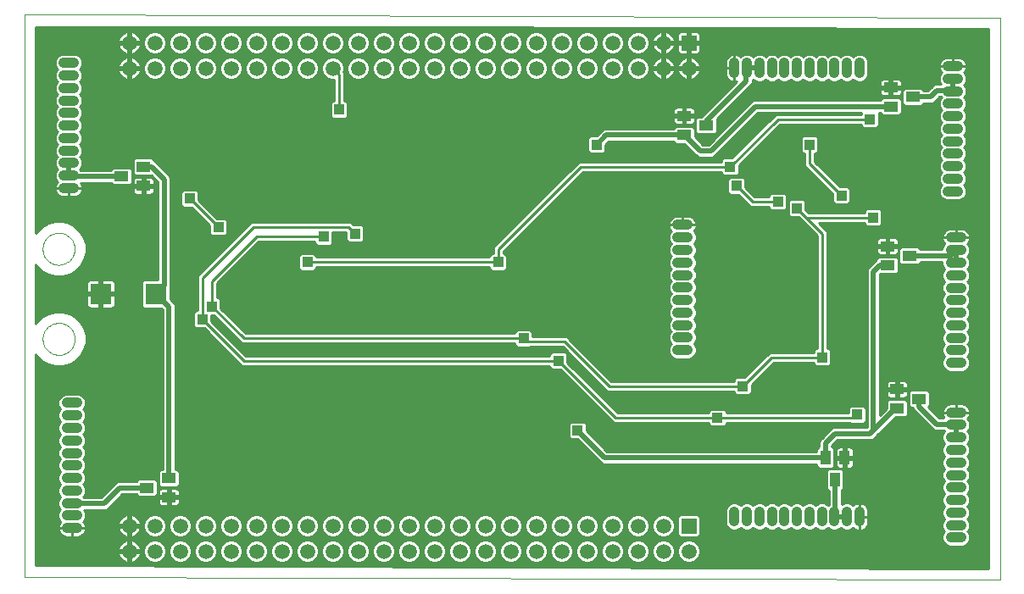
<source format=gtl>
G75*
%MOIN*%
%OFA0B0*%
%FSLAX24Y24*%
%IPPOS*%
%LPD*%
%AMOC8*
5,1,8,0,0,1.08239X$1,22.5*
%
%ADD10C,0.0000*%
%ADD11R,0.0827X0.0827*%
%ADD12C,0.0397*%
%ADD13R,0.0594X0.0594*%
%ADD14C,0.0594*%
%ADD15R,0.0551X0.0394*%
%ADD16R,0.0394X0.0551*%
%ADD17C,0.0100*%
%ADD18R,0.0396X0.0396*%
%ADD19C,0.0200*%
D10*
X002583Y000555D02*
X002583Y022676D01*
X040953Y022551D01*
X040953Y000430D01*
X002583Y000555D01*
X003300Y009908D02*
X003302Y009958D01*
X003308Y010008D01*
X003318Y010057D01*
X003332Y010105D01*
X003349Y010152D01*
X003370Y010197D01*
X003395Y010241D01*
X003423Y010282D01*
X003455Y010321D01*
X003489Y010358D01*
X003526Y010392D01*
X003566Y010422D01*
X003608Y010449D01*
X003652Y010473D01*
X003698Y010494D01*
X003745Y010510D01*
X003793Y010523D01*
X003843Y010532D01*
X003892Y010537D01*
X003943Y010538D01*
X003993Y010535D01*
X004042Y010528D01*
X004091Y010517D01*
X004139Y010502D01*
X004185Y010484D01*
X004230Y010462D01*
X004273Y010436D01*
X004314Y010407D01*
X004353Y010375D01*
X004389Y010340D01*
X004421Y010302D01*
X004451Y010262D01*
X004478Y010219D01*
X004501Y010175D01*
X004520Y010129D01*
X004536Y010081D01*
X004548Y010032D01*
X004556Y009983D01*
X004560Y009933D01*
X004560Y009883D01*
X004556Y009833D01*
X004548Y009784D01*
X004536Y009735D01*
X004520Y009687D01*
X004501Y009641D01*
X004478Y009597D01*
X004451Y009554D01*
X004421Y009514D01*
X004389Y009476D01*
X004353Y009441D01*
X004314Y009409D01*
X004273Y009380D01*
X004230Y009354D01*
X004185Y009332D01*
X004139Y009314D01*
X004091Y009299D01*
X004042Y009288D01*
X003993Y009281D01*
X003943Y009278D01*
X003892Y009279D01*
X003843Y009284D01*
X003793Y009293D01*
X003745Y009306D01*
X003698Y009322D01*
X003652Y009343D01*
X003608Y009367D01*
X003566Y009394D01*
X003526Y009424D01*
X003489Y009458D01*
X003455Y009495D01*
X003423Y009534D01*
X003395Y009575D01*
X003370Y009619D01*
X003349Y009664D01*
X003332Y009711D01*
X003318Y009759D01*
X003308Y009808D01*
X003302Y009858D01*
X003300Y009908D01*
X003300Y013452D02*
X003302Y013502D01*
X003308Y013552D01*
X003318Y013601D01*
X003332Y013649D01*
X003349Y013696D01*
X003370Y013741D01*
X003395Y013785D01*
X003423Y013826D01*
X003455Y013865D01*
X003489Y013902D01*
X003526Y013936D01*
X003566Y013966D01*
X003608Y013993D01*
X003652Y014017D01*
X003698Y014038D01*
X003745Y014054D01*
X003793Y014067D01*
X003843Y014076D01*
X003892Y014081D01*
X003943Y014082D01*
X003993Y014079D01*
X004042Y014072D01*
X004091Y014061D01*
X004139Y014046D01*
X004185Y014028D01*
X004230Y014006D01*
X004273Y013980D01*
X004314Y013951D01*
X004353Y013919D01*
X004389Y013884D01*
X004421Y013846D01*
X004451Y013806D01*
X004478Y013763D01*
X004501Y013719D01*
X004520Y013673D01*
X004536Y013625D01*
X004548Y013576D01*
X004556Y013527D01*
X004560Y013477D01*
X004560Y013427D01*
X004556Y013377D01*
X004548Y013328D01*
X004536Y013279D01*
X004520Y013231D01*
X004501Y013185D01*
X004478Y013141D01*
X004451Y013098D01*
X004421Y013058D01*
X004389Y013020D01*
X004353Y012985D01*
X004314Y012953D01*
X004273Y012924D01*
X004230Y012898D01*
X004185Y012876D01*
X004139Y012858D01*
X004091Y012843D01*
X004042Y012832D01*
X003993Y012825D01*
X003943Y012822D01*
X003892Y012823D01*
X003843Y012828D01*
X003793Y012837D01*
X003745Y012850D01*
X003698Y012866D01*
X003652Y012887D01*
X003608Y012911D01*
X003566Y012938D01*
X003526Y012968D01*
X003489Y013002D01*
X003455Y013039D01*
X003423Y013078D01*
X003395Y013119D01*
X003370Y013163D01*
X003349Y013208D01*
X003332Y013255D01*
X003318Y013303D01*
X003308Y013352D01*
X003302Y013402D01*
X003300Y013452D01*
D11*
X005583Y011680D03*
X007748Y011680D03*
D12*
X004524Y015844D02*
X004127Y015844D01*
X004127Y016336D02*
X004524Y016336D01*
X004524Y016829D02*
X004127Y016829D01*
X004127Y017321D02*
X004524Y017321D01*
X004524Y017813D02*
X004127Y017813D01*
X004127Y018305D02*
X004524Y018305D01*
X004524Y018797D02*
X004127Y018797D01*
X004127Y019289D02*
X004524Y019289D01*
X004524Y019781D02*
X004127Y019781D01*
X004127Y020274D02*
X004524Y020274D01*
X004524Y020766D02*
X004127Y020766D01*
X004252Y007391D02*
X004649Y007391D01*
X004649Y006899D02*
X004252Y006899D01*
X004252Y006406D02*
X004649Y006406D01*
X004649Y005914D02*
X004252Y005914D01*
X004252Y005422D02*
X004649Y005422D01*
X004649Y004930D02*
X004252Y004930D01*
X004252Y004438D02*
X004649Y004438D01*
X004649Y003946D02*
X004252Y003946D01*
X004252Y003454D02*
X004649Y003454D01*
X004649Y002961D02*
X004252Y002961D01*
X004252Y002469D02*
X004649Y002469D01*
X028268Y009469D02*
X028664Y009469D01*
X028664Y009961D02*
X028268Y009961D01*
X028268Y010454D02*
X028664Y010454D01*
X028664Y010946D02*
X028268Y010946D01*
X028268Y011438D02*
X028664Y011438D01*
X028664Y011930D02*
X028268Y011930D01*
X028268Y012422D02*
X028664Y012422D01*
X028664Y012914D02*
X028268Y012914D01*
X028268Y013406D02*
X028664Y013406D01*
X028664Y013899D02*
X028268Y013899D01*
X028268Y014391D02*
X028664Y014391D01*
X038893Y015719D02*
X039289Y015719D01*
X039289Y016211D02*
X038893Y016211D01*
X038893Y016704D02*
X039289Y016704D01*
X039289Y017196D02*
X038893Y017196D01*
X038893Y017688D02*
X039289Y017688D01*
X039289Y018180D02*
X038893Y018180D01*
X038893Y018672D02*
X039289Y018672D01*
X039289Y019164D02*
X038893Y019164D01*
X038893Y019656D02*
X039289Y019656D01*
X039289Y020149D02*
X038893Y020149D01*
X038893Y020641D02*
X039289Y020641D01*
X035419Y020761D02*
X035419Y020364D01*
X034927Y020364D02*
X034927Y020761D01*
X034434Y020761D02*
X034434Y020364D01*
X033942Y020364D02*
X033942Y020761D01*
X033450Y020761D02*
X033450Y020364D01*
X032958Y020364D02*
X032958Y020761D01*
X032466Y020761D02*
X032466Y020364D01*
X031974Y020364D02*
X031974Y020761D01*
X031482Y020761D02*
X031482Y020364D01*
X030990Y020364D02*
X030990Y020761D01*
X030497Y020761D02*
X030497Y020364D01*
X039018Y013891D02*
X039414Y013891D01*
X039414Y013399D02*
X039018Y013399D01*
X039018Y012906D02*
X039414Y012906D01*
X039414Y012414D02*
X039018Y012414D01*
X039018Y011922D02*
X039414Y011922D01*
X039414Y011430D02*
X039018Y011430D01*
X039018Y010938D02*
X039414Y010938D01*
X039414Y010446D02*
X039018Y010446D01*
X039018Y009954D02*
X039414Y009954D01*
X039414Y009461D02*
X039018Y009461D01*
X039018Y008969D02*
X039414Y008969D01*
X039414Y007016D02*
X039018Y007016D01*
X039018Y006524D02*
X039414Y006524D01*
X039414Y006031D02*
X039018Y006031D01*
X039018Y005539D02*
X039414Y005539D01*
X039414Y005047D02*
X039018Y005047D01*
X039018Y004555D02*
X039414Y004555D01*
X039414Y004063D02*
X039018Y004063D01*
X039018Y003571D02*
X039414Y003571D01*
X039414Y003079D02*
X039018Y003079D01*
X039018Y002586D02*
X039414Y002586D01*
X039414Y002094D02*
X039018Y002094D01*
X035419Y002724D02*
X035419Y003121D01*
X034927Y003121D02*
X034927Y002724D01*
X034434Y002724D02*
X034434Y003121D01*
X033942Y003121D02*
X033942Y002724D01*
X033450Y002724D02*
X033450Y003121D01*
X032958Y003121D02*
X032958Y002724D01*
X032466Y002724D02*
X032466Y003121D01*
X031974Y003121D02*
X031974Y002724D01*
X031482Y002724D02*
X031482Y003121D01*
X030990Y003121D02*
X030990Y002724D01*
X030497Y002724D02*
X030497Y003121D01*
D13*
X028708Y002555D03*
X028708Y021555D03*
D14*
X027708Y021555D03*
X026708Y021555D03*
X025708Y021555D03*
X024708Y021555D03*
X023708Y021555D03*
X022708Y021555D03*
X021708Y021555D03*
X020708Y021555D03*
X019708Y021555D03*
X018708Y021555D03*
X017708Y021555D03*
X016708Y021555D03*
X015708Y021555D03*
X014708Y021555D03*
X013708Y021555D03*
X012708Y021555D03*
X011708Y021555D03*
X010708Y021555D03*
X009708Y021555D03*
X008708Y021555D03*
X007708Y021555D03*
X006708Y021555D03*
X006708Y020555D03*
X007708Y020555D03*
X008708Y020555D03*
X009708Y020555D03*
X010708Y020555D03*
X011708Y020555D03*
X012708Y020555D03*
X013708Y020555D03*
X014708Y020555D03*
X015708Y020555D03*
X016708Y020555D03*
X017708Y020555D03*
X018708Y020555D03*
X019708Y020555D03*
X020708Y020555D03*
X021708Y020555D03*
X022708Y020555D03*
X023708Y020555D03*
X024708Y020555D03*
X025708Y020555D03*
X026708Y020555D03*
X027708Y020555D03*
X028708Y020555D03*
X027708Y002555D03*
X026708Y002555D03*
X025708Y002555D03*
X024708Y002555D03*
X023708Y002555D03*
X022708Y002555D03*
X021708Y002555D03*
X020708Y002555D03*
X019708Y002555D03*
X018708Y002555D03*
X017708Y002555D03*
X016708Y002555D03*
X015708Y002555D03*
X014708Y002555D03*
X013708Y002555D03*
X012708Y002555D03*
X011708Y002555D03*
X010708Y002555D03*
X009708Y002555D03*
X008708Y002555D03*
X007708Y002555D03*
X006708Y002555D03*
X006708Y001555D03*
X007708Y001555D03*
X008708Y001555D03*
X009708Y001555D03*
X010708Y001555D03*
X011708Y001555D03*
X012708Y001555D03*
X013708Y001555D03*
X014708Y001555D03*
X015708Y001555D03*
X016708Y001555D03*
X017708Y001555D03*
X018708Y001555D03*
X019708Y001555D03*
X020708Y001555D03*
X021708Y001555D03*
X022708Y001555D03*
X023708Y001555D03*
X024708Y001555D03*
X025708Y001555D03*
X026708Y001555D03*
X027708Y001555D03*
X028708Y001555D03*
D15*
X036900Y007181D03*
X037766Y007555D03*
X036900Y007929D03*
X036525Y012806D03*
X037391Y013180D03*
X036525Y013554D03*
X028525Y017931D03*
X029391Y018305D03*
X028525Y018679D03*
X036650Y019056D03*
X037516Y019430D03*
X036650Y019804D03*
X008266Y004429D03*
X007400Y004055D03*
X008266Y003681D03*
X007266Y015931D03*
X006400Y016305D03*
X007266Y016679D03*
D16*
X034084Y005238D03*
X034832Y005238D03*
X034458Y004372D03*
D17*
X034111Y004404D02*
X008692Y004404D01*
X008692Y004306D02*
X034111Y004306D01*
X034111Y004207D02*
X008692Y004207D01*
X008692Y004170D02*
X008692Y004688D01*
X008604Y004776D01*
X008516Y004776D01*
X008516Y011212D01*
X008478Y011304D01*
X008312Y011470D01*
X008312Y011914D01*
X008333Y011965D01*
X008333Y016230D01*
X008295Y016322D01*
X008225Y016392D01*
X007726Y016891D01*
X007692Y016905D01*
X007692Y016938D01*
X007604Y017026D01*
X006928Y017026D01*
X006841Y016938D01*
X006841Y016420D01*
X006928Y016332D01*
X007577Y016332D01*
X007833Y016076D01*
X007833Y012243D01*
X007273Y012243D01*
X007185Y012156D01*
X007185Y011204D01*
X007273Y011117D01*
X007958Y011117D01*
X008016Y011059D01*
X008016Y004776D01*
X007928Y004776D01*
X007841Y004688D01*
X007841Y004170D01*
X007928Y004082D01*
X008604Y004082D01*
X008692Y004170D01*
X008630Y004109D02*
X034111Y004109D01*
X034111Y004034D02*
X034199Y003946D01*
X034208Y003946D01*
X034208Y003387D01*
X034188Y003367D01*
X034140Y003416D01*
X034012Y003469D01*
X033873Y003469D01*
X033745Y003416D01*
X033696Y003367D01*
X033648Y003416D01*
X033520Y003469D01*
X033381Y003469D01*
X033253Y003416D01*
X033204Y003367D01*
X033155Y003416D01*
X033027Y003469D01*
X032889Y003469D01*
X032761Y003416D01*
X032712Y003367D01*
X032663Y003416D01*
X032535Y003469D01*
X032397Y003469D01*
X032269Y003416D01*
X032220Y003367D01*
X032171Y003416D01*
X032043Y003469D01*
X031905Y003469D01*
X031776Y003416D01*
X031728Y003367D01*
X031679Y003416D01*
X031551Y003469D01*
X031412Y003469D01*
X031284Y003416D01*
X031236Y003367D01*
X031187Y003416D01*
X031059Y003469D01*
X030920Y003469D01*
X030792Y003416D01*
X030744Y003367D01*
X030695Y003416D01*
X030567Y003469D01*
X030428Y003469D01*
X030300Y003416D01*
X030202Y003318D01*
X030149Y003190D01*
X030149Y002654D01*
X030202Y002526D01*
X030300Y002428D01*
X030428Y002375D01*
X030567Y002375D01*
X030695Y002428D01*
X030744Y002477D01*
X030792Y002428D01*
X030920Y002375D01*
X031059Y002375D01*
X031187Y002428D01*
X031236Y002477D01*
X031284Y002428D01*
X031412Y002375D01*
X031551Y002375D01*
X031679Y002428D01*
X031728Y002477D01*
X031776Y002428D01*
X031905Y002375D01*
X032043Y002375D01*
X032171Y002428D01*
X032220Y002477D01*
X032269Y002428D01*
X032397Y002375D01*
X032535Y002375D01*
X032663Y002428D01*
X032712Y002477D01*
X032761Y002428D01*
X032889Y002375D01*
X033027Y002375D01*
X033155Y002428D01*
X033204Y002477D01*
X033253Y002428D01*
X033381Y002375D01*
X033520Y002375D01*
X033648Y002428D01*
X033696Y002477D01*
X033745Y002428D01*
X033873Y002375D01*
X034012Y002375D01*
X034140Y002428D01*
X034188Y002477D01*
X034237Y002428D01*
X034365Y002375D01*
X034504Y002375D01*
X034632Y002428D01*
X034681Y002477D01*
X034729Y002428D01*
X034857Y002375D01*
X034996Y002375D01*
X035124Y002428D01*
X035173Y002477D01*
X035197Y002453D01*
X035254Y002415D01*
X035317Y002389D01*
X035384Y002375D01*
X035419Y002375D01*
X035453Y002375D01*
X035520Y002389D01*
X035584Y002415D01*
X035641Y002453D01*
X035689Y002502D01*
X035727Y002559D01*
X035754Y002622D01*
X035767Y002689D01*
X035767Y002922D01*
X035419Y002922D01*
X035419Y002922D01*
X035767Y002922D01*
X035767Y003155D01*
X035754Y003222D01*
X038700Y003222D01*
X038722Y003276D02*
X038669Y003148D01*
X038669Y003009D01*
X038722Y002881D01*
X038771Y002833D01*
X038722Y002784D01*
X038669Y002656D01*
X038669Y002517D01*
X038722Y002389D01*
X038771Y002340D01*
X038722Y002292D01*
X038669Y002164D01*
X038669Y002025D01*
X038722Y001897D01*
X038820Y001799D01*
X038948Y001746D01*
X039484Y001746D01*
X039612Y001799D01*
X039710Y001897D01*
X039763Y002025D01*
X039763Y002164D01*
X039710Y002292D01*
X039661Y002340D01*
X039710Y002389D01*
X039763Y002517D01*
X039763Y002656D01*
X039710Y002784D01*
X039661Y002833D01*
X039710Y002881D01*
X039763Y003009D01*
X039763Y003148D01*
X039710Y003276D01*
X039661Y003325D01*
X039710Y003373D01*
X039763Y003501D01*
X039763Y003640D01*
X039710Y003768D01*
X039661Y003817D01*
X039710Y003866D01*
X039763Y003994D01*
X039763Y004132D01*
X039710Y004260D01*
X039661Y004309D01*
X039710Y004358D01*
X039763Y004486D01*
X039763Y004624D01*
X039710Y004752D01*
X039661Y004801D01*
X039710Y004850D01*
X039763Y004978D01*
X039763Y005116D01*
X039710Y005244D01*
X039661Y005293D01*
X039710Y005342D01*
X039763Y005470D01*
X039763Y005609D01*
X039710Y005737D01*
X039661Y005785D01*
X039710Y005834D01*
X039763Y005962D01*
X039763Y006101D01*
X039710Y006229D01*
X039661Y006277D01*
X039710Y006326D01*
X039763Y006454D01*
X039763Y006593D01*
X039710Y006721D01*
X039661Y006770D01*
X039685Y006794D01*
X039723Y006851D01*
X039749Y006914D01*
X039763Y006981D01*
X039763Y007016D01*
X039763Y007050D01*
X039749Y007117D01*
X039723Y007181D01*
X039685Y007238D01*
X039636Y007286D01*
X039579Y007324D01*
X039516Y007351D01*
X039449Y007364D01*
X039216Y007364D01*
X039216Y007016D01*
X039216Y007016D01*
X039216Y007364D01*
X038983Y007364D01*
X038916Y007351D01*
X038852Y007324D01*
X038795Y007286D01*
X038747Y007238D01*
X038709Y007181D01*
X038682Y007117D01*
X038669Y007050D01*
X038669Y007016D01*
X039216Y007016D01*
X039763Y007016D01*
X039216Y007016D01*
X039216Y007016D01*
X039216Y007016D01*
X038669Y007016D01*
X038669Y006981D01*
X038682Y006914D01*
X038709Y006851D01*
X038739Y006805D01*
X038562Y006805D01*
X038131Y007235D01*
X038192Y007296D01*
X038192Y007814D01*
X038104Y007902D01*
X037428Y007902D01*
X037341Y007814D01*
X037341Y007296D01*
X037428Y007208D01*
X037516Y007208D01*
X037516Y007197D01*
X037554Y007105D01*
X038246Y006413D01*
X038316Y006343D01*
X038408Y006305D01*
X038743Y006305D01*
X038771Y006277D01*
X038722Y006229D01*
X038669Y006101D01*
X038669Y005962D01*
X038722Y005834D01*
X038771Y005785D01*
X038722Y005737D01*
X038669Y005609D01*
X038669Y005470D01*
X038722Y005342D01*
X038771Y005293D01*
X038722Y005244D01*
X038669Y005116D01*
X038669Y004978D01*
X038722Y004850D01*
X038771Y004801D01*
X038722Y004752D01*
X038669Y004624D01*
X038669Y004486D01*
X038722Y004358D01*
X038771Y004309D01*
X038722Y004260D01*
X038669Y004132D01*
X038669Y003994D01*
X038722Y003866D01*
X038771Y003817D01*
X038722Y003768D01*
X038669Y003640D01*
X038669Y003501D01*
X038722Y003373D01*
X038771Y003325D01*
X038722Y003276D01*
X038767Y003321D02*
X035704Y003321D01*
X035689Y003343D02*
X035641Y003391D01*
X035584Y003429D01*
X035520Y003456D01*
X035453Y003469D01*
X035419Y003469D01*
X035419Y002922D01*
X035419Y002375D01*
X035419Y002922D01*
X035419Y002922D01*
X035419Y002922D01*
X035419Y003469D01*
X035384Y003469D01*
X035317Y003456D01*
X035254Y003429D01*
X035197Y003391D01*
X035173Y003367D01*
X035124Y003416D01*
X034996Y003469D01*
X034857Y003469D01*
X034729Y003416D01*
X034708Y003395D01*
X034708Y003946D01*
X034717Y003946D01*
X034805Y004034D01*
X034805Y004710D01*
X034717Y004798D01*
X034199Y004798D01*
X034111Y004710D01*
X034111Y004034D01*
X034135Y004010D02*
X008613Y004010D01*
X008600Y004018D02*
X008634Y003998D01*
X008662Y003970D01*
X008682Y003936D01*
X008692Y003898D01*
X008692Y003729D01*
X008315Y003729D01*
X008315Y003633D01*
X008692Y003633D01*
X008692Y003464D01*
X008682Y003426D01*
X008662Y003392D01*
X008634Y003364D01*
X008600Y003344D01*
X008561Y003334D01*
X008315Y003334D01*
X008315Y003633D01*
X008218Y003633D01*
X007841Y003633D01*
X007841Y003464D01*
X007851Y003426D01*
X007871Y003392D01*
X007898Y003364D01*
X007933Y003344D01*
X007971Y003334D01*
X008218Y003334D01*
X008218Y003633D01*
X008218Y003729D01*
X007841Y003729D01*
X007841Y003898D01*
X007851Y003936D01*
X007871Y003970D01*
X007898Y003998D01*
X007933Y004018D01*
X007971Y004028D01*
X008218Y004028D01*
X008218Y003729D01*
X008315Y003729D01*
X008315Y004028D01*
X008561Y004028D01*
X008600Y004018D01*
X008688Y003912D02*
X034208Y003912D01*
X034208Y003813D02*
X008692Y003813D01*
X008692Y003616D02*
X034208Y003616D01*
X034208Y003518D02*
X008692Y003518D01*
X008677Y003419D02*
X030307Y003419D01*
X030205Y003321D02*
X005952Y003321D01*
X005920Y003288D02*
X005850Y003218D01*
X005758Y003180D01*
X004923Y003180D01*
X004944Y003159D01*
X004997Y003031D01*
X004997Y002892D01*
X004944Y002764D01*
X004895Y002715D01*
X004919Y002691D01*
X004957Y002634D01*
X004984Y002571D01*
X004997Y002504D01*
X004997Y002469D01*
X004450Y002469D01*
X004450Y002469D01*
X004450Y002121D01*
X004217Y002121D01*
X004150Y002134D01*
X004087Y002161D01*
X004030Y002199D01*
X003981Y002247D01*
X003943Y002304D01*
X003917Y002368D01*
X003903Y002435D01*
X003903Y002469D01*
X004450Y002469D01*
X004450Y002469D01*
X004450Y002121D01*
X004683Y002121D01*
X004750Y002134D01*
X004814Y002161D01*
X004871Y002199D01*
X004919Y002247D01*
X004957Y002304D01*
X004984Y002368D01*
X004997Y002435D01*
X004997Y002469D01*
X004450Y002469D01*
X003903Y002469D01*
X003903Y002504D01*
X003917Y002571D01*
X003943Y002634D01*
X003981Y002691D01*
X004005Y002715D01*
X003956Y002764D01*
X003903Y002892D01*
X003903Y003031D01*
X003956Y003159D01*
X004005Y003208D01*
X003956Y003256D01*
X003903Y003384D01*
X003903Y003523D01*
X003956Y003651D01*
X004005Y003700D01*
X003956Y003748D01*
X003903Y003876D01*
X003903Y004015D01*
X003956Y004143D01*
X004005Y004192D01*
X003956Y004241D01*
X003903Y004369D01*
X003903Y004507D01*
X003956Y004635D01*
X004005Y004684D01*
X003956Y004733D01*
X003903Y004861D01*
X003903Y004999D01*
X003956Y005127D01*
X004005Y005176D01*
X003956Y005225D01*
X003903Y005353D01*
X003903Y005491D01*
X003956Y005619D01*
X004005Y005668D01*
X003956Y005717D01*
X003903Y005845D01*
X003903Y005984D01*
X003956Y006112D01*
X004005Y006160D01*
X003956Y006209D01*
X003903Y006337D01*
X003903Y006476D01*
X003956Y006604D01*
X004005Y006652D01*
X003956Y006701D01*
X003903Y006829D01*
X003903Y006968D01*
X003956Y007096D01*
X004005Y007145D01*
X003956Y007193D01*
X003903Y007321D01*
X003903Y007460D01*
X003956Y007588D01*
X004054Y007686D01*
X004182Y007739D01*
X004718Y007739D01*
X004846Y007686D01*
X004944Y007588D01*
X004997Y007460D01*
X004997Y007321D01*
X004944Y007193D01*
X004895Y007145D01*
X004944Y007096D01*
X004997Y006968D01*
X004997Y006829D01*
X004944Y006701D01*
X004895Y006652D01*
X004944Y006604D01*
X004997Y006476D01*
X004997Y006337D01*
X004944Y006209D01*
X004895Y006160D01*
X004944Y006112D01*
X004997Y005984D01*
X004997Y005845D01*
X004944Y005717D01*
X004895Y005668D01*
X004944Y005619D01*
X004997Y005491D01*
X004997Y005353D01*
X004944Y005225D01*
X004895Y005176D01*
X004944Y005127D01*
X004997Y004999D01*
X004997Y004861D01*
X004944Y004733D01*
X004895Y004684D01*
X004944Y004635D01*
X004997Y004507D01*
X004997Y004369D01*
X004944Y004241D01*
X004895Y004192D01*
X004944Y004143D01*
X004997Y004015D01*
X004997Y003876D01*
X004944Y003748D01*
X004895Y003700D01*
X004915Y003680D01*
X005605Y003680D01*
X006191Y004267D01*
X006283Y004305D01*
X006974Y004305D01*
X006974Y004314D01*
X007062Y004402D01*
X007738Y004402D01*
X007826Y004314D01*
X007826Y003796D01*
X007738Y003708D01*
X007062Y003708D01*
X006974Y003796D01*
X006974Y003805D01*
X006437Y003805D01*
X005920Y003288D01*
X005854Y003222D02*
X030162Y003222D01*
X030149Y003124D02*
X004959Y003124D01*
X004997Y003025D02*
X030149Y003025D01*
X030149Y002927D02*
X029142Y002927D01*
X029155Y002914D02*
X029067Y003002D01*
X028349Y003002D01*
X028261Y002914D01*
X028261Y002196D01*
X028349Y002108D01*
X029067Y002108D01*
X029155Y002196D01*
X029155Y002914D01*
X029155Y002828D02*
X030149Y002828D01*
X030149Y002730D02*
X029155Y002730D01*
X029155Y002631D02*
X030159Y002631D01*
X030200Y002533D02*
X029155Y002533D01*
X029155Y002434D02*
X030294Y002434D01*
X030700Y002434D02*
X030787Y002434D01*
X031193Y002434D02*
X031279Y002434D01*
X031685Y002434D02*
X031771Y002434D01*
X032177Y002434D02*
X032263Y002434D01*
X032669Y002434D02*
X032755Y002434D01*
X033161Y002434D02*
X033247Y002434D01*
X033653Y002434D02*
X033739Y002434D01*
X034145Y002434D02*
X034231Y002434D01*
X034637Y002434D02*
X034724Y002434D01*
X035130Y002434D02*
X035225Y002434D01*
X035419Y002434D02*
X035419Y002434D01*
X035419Y002533D02*
X035419Y002533D01*
X035419Y002631D02*
X035419Y002631D01*
X035419Y002730D02*
X035419Y002730D01*
X035419Y002828D02*
X035419Y002828D01*
X035419Y002927D02*
X035419Y002927D01*
X035419Y003025D02*
X035419Y003025D01*
X035419Y003124D02*
X035419Y003124D01*
X035419Y003222D02*
X035419Y003222D01*
X035419Y003321D02*
X035419Y003321D01*
X035419Y003419D02*
X035419Y003419D01*
X035599Y003419D02*
X038703Y003419D01*
X038669Y003518D02*
X034708Y003518D01*
X034708Y003616D02*
X038669Y003616D01*
X038700Y003715D02*
X034708Y003715D01*
X034708Y003813D02*
X038767Y003813D01*
X038703Y003912D02*
X034708Y003912D01*
X034781Y004010D02*
X038669Y004010D01*
X038669Y004109D02*
X034805Y004109D01*
X034805Y004207D02*
X038700Y004207D01*
X038767Y004306D02*
X034805Y004306D01*
X034805Y004404D02*
X038703Y004404D01*
X038669Y004503D02*
X034805Y004503D01*
X034805Y004601D02*
X038669Y004601D01*
X038700Y004700D02*
X034805Y004700D01*
X034784Y004812D02*
X034615Y004812D01*
X034577Y004823D01*
X034543Y004842D01*
X034515Y004870D01*
X034495Y004905D01*
X034485Y004943D01*
X034485Y005190D01*
X034784Y005190D01*
X034784Y005286D01*
X034485Y005286D01*
X034485Y005533D01*
X034495Y005572D01*
X034515Y005606D01*
X034543Y005634D01*
X034577Y005653D01*
X034615Y005664D01*
X034784Y005664D01*
X034784Y005287D01*
X034881Y005287D01*
X034881Y005664D01*
X035049Y005664D01*
X035087Y005653D01*
X035121Y005634D01*
X035149Y005606D01*
X035169Y005572D01*
X035179Y005533D01*
X035179Y005286D01*
X034881Y005286D01*
X034881Y005190D01*
X035179Y005190D01*
X035179Y004943D01*
X035169Y004905D01*
X035149Y004870D01*
X035121Y004842D01*
X035087Y004823D01*
X035049Y004812D01*
X034881Y004812D01*
X034881Y005190D01*
X034784Y005190D01*
X034784Y004812D01*
X034784Y004897D02*
X034881Y004897D01*
X034881Y004995D02*
X034784Y004995D01*
X034784Y005094D02*
X034881Y005094D01*
X034881Y005192D02*
X038700Y005192D01*
X038669Y005094D02*
X035179Y005094D01*
X035179Y004995D02*
X038669Y004995D01*
X038703Y004897D02*
X035164Y004897D01*
X034784Y005192D02*
X034431Y005192D01*
X034431Y005094D02*
X034485Y005094D01*
X034485Y004995D02*
X034431Y004995D01*
X034431Y004900D02*
X034431Y005576D01*
X034343Y005664D01*
X034333Y005664D01*
X034333Y005701D01*
X034562Y005930D01*
X035883Y005930D01*
X035975Y005968D01*
X036045Y006038D01*
X036045Y006038D01*
X036100Y006093D01*
X036841Y006834D01*
X037238Y006834D01*
X037326Y006922D01*
X037326Y007440D01*
X037238Y007528D01*
X036562Y007528D01*
X036474Y007440D01*
X036474Y007175D01*
X036208Y006909D01*
X036208Y012451D01*
X036216Y012459D01*
X036863Y012459D01*
X036951Y012547D01*
X036951Y013065D01*
X036863Y013153D01*
X036187Y013153D01*
X036099Y013065D01*
X036099Y013031D01*
X036067Y013018D01*
X035816Y012767D01*
X035746Y012697D01*
X035708Y012605D01*
X035708Y006430D01*
X034408Y006430D01*
X034316Y006392D01*
X033941Y006017D01*
X033871Y005947D01*
X033833Y005855D01*
X033833Y005664D01*
X033825Y005664D01*
X033737Y005576D01*
X033737Y005488D01*
X025504Y005488D01*
X024681Y006310D01*
X024681Y006565D01*
X024593Y006653D01*
X024073Y006653D01*
X023985Y006565D01*
X023985Y006045D01*
X024073Y005957D01*
X024328Y005957D01*
X025258Y005026D01*
X025350Y004988D01*
X033737Y004988D01*
X033737Y004900D01*
X033825Y004812D01*
X034343Y004812D01*
X034431Y004900D01*
X034427Y004897D02*
X034500Y004897D01*
X034111Y004700D02*
X008680Y004700D01*
X008692Y004601D02*
X034111Y004601D01*
X034111Y004503D02*
X008692Y004503D01*
X008516Y004798D02*
X038768Y004798D01*
X038768Y005291D02*
X035179Y005291D01*
X035179Y005389D02*
X038703Y005389D01*
X038669Y005488D02*
X035179Y005488D01*
X035160Y005586D02*
X038669Y005586D01*
X038701Y005685D02*
X034333Y005685D01*
X034415Y005783D02*
X038769Y005783D01*
X038702Y005882D02*
X034513Y005882D01*
X034504Y005586D02*
X034421Y005586D01*
X034431Y005488D02*
X034485Y005488D01*
X034485Y005389D02*
X034431Y005389D01*
X034431Y005291D02*
X034485Y005291D01*
X034784Y005291D02*
X034881Y005291D01*
X034881Y005389D02*
X034784Y005389D01*
X034784Y005488D02*
X034881Y005488D01*
X034881Y005586D02*
X034784Y005586D01*
X034003Y006079D02*
X024913Y006079D01*
X024815Y006177D02*
X034102Y006177D01*
X034200Y006276D02*
X024716Y006276D01*
X024681Y006374D02*
X034299Y006374D01*
X033905Y005980D02*
X025012Y005980D01*
X025110Y005882D02*
X033844Y005882D01*
X033833Y005783D02*
X025209Y005783D01*
X025307Y005685D02*
X033833Y005685D01*
X033747Y005586D02*
X025406Y005586D01*
X024994Y005291D02*
X008516Y005291D01*
X008516Y005389D02*
X024896Y005389D01*
X024797Y005488D02*
X008516Y005488D01*
X008516Y005586D02*
X024699Y005586D01*
X024600Y005685D02*
X008516Y005685D01*
X008516Y005783D02*
X024502Y005783D01*
X024403Y005882D02*
X008516Y005882D01*
X008516Y005980D02*
X024050Y005980D01*
X023985Y006079D02*
X008516Y006079D01*
X008516Y006177D02*
X023985Y006177D01*
X023985Y006276D02*
X008516Y006276D01*
X008516Y006374D02*
X023985Y006374D01*
X023985Y006473D02*
X008516Y006473D01*
X008516Y006571D02*
X023991Y006571D01*
X024675Y006571D02*
X029485Y006571D01*
X029485Y006545D02*
X029573Y006457D01*
X030093Y006457D01*
X030181Y006545D01*
X030181Y006605D01*
X035050Y006605D01*
X035073Y006582D01*
X035593Y006582D01*
X035681Y006670D01*
X035681Y007190D01*
X035593Y007278D01*
X035073Y007278D01*
X034985Y007190D01*
X034985Y007005D01*
X030181Y007005D01*
X030181Y007065D01*
X030093Y007153D01*
X029573Y007153D01*
X029485Y007065D01*
X029485Y007005D01*
X025916Y007005D01*
X023931Y008990D01*
X023931Y009315D01*
X023843Y009403D01*
X023323Y009403D01*
X023235Y009315D01*
X023235Y009255D01*
X011291Y009255D01*
X009931Y010615D01*
X009931Y010832D01*
X010023Y010832D01*
X011125Y009730D01*
X021860Y009730D01*
X021860Y009670D01*
X021948Y009582D01*
X022468Y009582D01*
X022491Y009605D01*
X023750Y009605D01*
X025500Y007855D01*
X030485Y007855D01*
X030485Y007795D01*
X030573Y007707D01*
X031093Y007707D01*
X031181Y007795D01*
X031181Y008120D01*
X032041Y008980D01*
X033610Y008980D01*
X033610Y008920D01*
X033698Y008832D01*
X034218Y008832D01*
X034306Y008920D01*
X034306Y009440D01*
X034218Y009528D01*
X034158Y009528D01*
X034158Y014138D01*
X034041Y014255D01*
X033816Y014480D01*
X035610Y014480D01*
X035610Y014420D01*
X035698Y014332D01*
X036218Y014332D01*
X036306Y014420D01*
X036306Y014940D01*
X036218Y015028D01*
X035698Y015028D01*
X035610Y014940D01*
X035610Y014880D01*
X033416Y014880D01*
X033306Y014990D01*
X033306Y015315D01*
X033218Y015403D01*
X032698Y015403D01*
X032610Y015315D01*
X032610Y014795D01*
X032698Y014707D01*
X033023Y014707D01*
X033133Y014597D01*
X033250Y014480D01*
X033250Y014480D01*
X033758Y013972D01*
X033758Y009528D01*
X033698Y009528D01*
X033610Y009440D01*
X033610Y009380D01*
X031875Y009380D01*
X030898Y008403D01*
X030573Y008403D01*
X030485Y008315D01*
X030485Y008255D01*
X025666Y008255D01*
X024033Y009888D01*
X023916Y010005D01*
X022556Y010005D01*
X022556Y010190D01*
X022468Y010278D01*
X021948Y010278D01*
X021860Y010190D01*
X021860Y010130D01*
X011291Y010130D01*
X010306Y011115D01*
X010306Y011440D01*
X010218Y011528D01*
X010158Y011528D01*
X010158Y012097D01*
X011791Y013730D01*
X014004Y013730D01*
X014004Y013670D01*
X014092Y013582D01*
X014612Y013582D01*
X014700Y013670D01*
X014700Y014105D01*
X015235Y014105D01*
X015235Y013795D01*
X015323Y013707D01*
X015843Y013707D01*
X015931Y013795D01*
X015931Y014315D01*
X015843Y014403D01*
X015518Y014403D01*
X015416Y014505D01*
X011500Y014505D01*
X009500Y012505D01*
X009383Y012388D01*
X009383Y011028D01*
X009323Y011028D01*
X009235Y010940D01*
X009235Y010420D01*
X009323Y010332D01*
X009648Y010332D01*
X011125Y008855D01*
X023235Y008855D01*
X023235Y008795D01*
X023323Y008707D01*
X023648Y008707D01*
X025750Y006605D01*
X029485Y006605D01*
X029485Y006545D01*
X029557Y006473D02*
X024681Y006473D01*
X025292Y007064D02*
X008516Y007064D01*
X008516Y007162D02*
X025193Y007162D01*
X025095Y007261D02*
X008516Y007261D01*
X008516Y007359D02*
X024996Y007359D01*
X024898Y007458D02*
X008516Y007458D01*
X008516Y007556D02*
X024799Y007556D01*
X024701Y007655D02*
X008516Y007655D01*
X008516Y007753D02*
X024602Y007753D01*
X024504Y007852D02*
X008516Y007852D01*
X008516Y007950D02*
X024405Y007950D01*
X024307Y008049D02*
X008516Y008049D01*
X008516Y008147D02*
X024208Y008147D01*
X024110Y008246D02*
X008516Y008246D01*
X008516Y008344D02*
X024011Y008344D01*
X023913Y008443D02*
X008516Y008443D01*
X008516Y008541D02*
X023814Y008541D01*
X023716Y008640D02*
X008516Y008640D01*
X008516Y008738D02*
X023292Y008738D01*
X023235Y008837D02*
X008516Y008837D01*
X008516Y008935D02*
X011045Y008935D01*
X010947Y009034D02*
X008516Y009034D01*
X008516Y009132D02*
X010848Y009132D01*
X010750Y009231D02*
X008516Y009231D01*
X008516Y009329D02*
X010651Y009329D01*
X010553Y009428D02*
X008516Y009428D01*
X008516Y009526D02*
X010454Y009526D01*
X010356Y009625D02*
X008516Y009625D01*
X008516Y009723D02*
X010257Y009723D01*
X010159Y009822D02*
X008516Y009822D01*
X008516Y009920D02*
X010060Y009920D01*
X009962Y010019D02*
X008516Y010019D01*
X008516Y010117D02*
X009863Y010117D01*
X009765Y010216D02*
X008516Y010216D01*
X008516Y010314D02*
X009666Y010314D01*
X009936Y010610D02*
X010246Y010610D01*
X010147Y010708D02*
X009931Y010708D01*
X009931Y010807D02*
X010049Y010807D01*
X010035Y010511D02*
X010344Y010511D01*
X010443Y010413D02*
X010133Y010413D01*
X010232Y010314D02*
X010541Y010314D01*
X010640Y010216D02*
X010330Y010216D01*
X010429Y010117D02*
X010738Y010117D01*
X010837Y010019D02*
X010527Y010019D01*
X010626Y009920D02*
X010935Y009920D01*
X011034Y009822D02*
X010724Y009822D01*
X010823Y009723D02*
X021860Y009723D01*
X021905Y009625D02*
X010921Y009625D01*
X011020Y009526D02*
X023829Y009526D01*
X023928Y009428D02*
X011118Y009428D01*
X011217Y009329D02*
X023249Y009329D01*
X023583Y009055D02*
X025833Y006805D01*
X029833Y006805D01*
X035208Y006805D01*
X035333Y006930D01*
X035681Y006965D02*
X035708Y006965D01*
X035708Y006867D02*
X035681Y006867D01*
X035681Y006768D02*
X035708Y006768D01*
X035708Y006670D02*
X035681Y006670D01*
X035708Y006571D02*
X030181Y006571D01*
X030109Y006473D02*
X035708Y006473D01*
X036184Y006177D02*
X038701Y006177D01*
X038669Y006079D02*
X036085Y006079D01*
X036100Y006093D02*
X036100Y006093D01*
X035987Y005980D02*
X038669Y005980D01*
X038769Y006276D02*
X036282Y006276D01*
X036381Y006374D02*
X038286Y006374D01*
X038187Y006473D02*
X036479Y006473D01*
X036578Y006571D02*
X038089Y006571D01*
X037990Y006670D02*
X036676Y006670D01*
X036775Y006768D02*
X037892Y006768D01*
X037793Y006867D02*
X037270Y006867D01*
X037326Y006965D02*
X037695Y006965D01*
X037596Y007064D02*
X037326Y007064D01*
X037326Y007162D02*
X037531Y007162D01*
X037376Y007261D02*
X037326Y007261D01*
X037326Y007359D02*
X037341Y007359D01*
X037341Y007458D02*
X037308Y007458D01*
X037341Y007556D02*
X036208Y007556D01*
X036208Y007458D02*
X036492Y007458D01*
X036474Y007359D02*
X036208Y007359D01*
X036208Y007261D02*
X036474Y007261D01*
X036462Y007162D02*
X036208Y007162D01*
X036208Y007064D02*
X036363Y007064D01*
X036265Y006965D02*
X036208Y006965D01*
X035708Y007064D02*
X035681Y007064D01*
X035681Y007162D02*
X035708Y007162D01*
X035708Y007261D02*
X035611Y007261D01*
X035708Y007359D02*
X025562Y007359D01*
X025660Y007261D02*
X035055Y007261D01*
X034985Y007162D02*
X025759Y007162D01*
X025857Y007064D02*
X029485Y007064D01*
X030181Y007064D02*
X034985Y007064D01*
X035708Y007458D02*
X025463Y007458D01*
X025365Y007556D02*
X035708Y007556D01*
X035708Y007655D02*
X025266Y007655D01*
X025168Y007753D02*
X030527Y007753D01*
X030485Y007852D02*
X025069Y007852D01*
X024971Y007950D02*
X025405Y007950D01*
X025307Y008049D02*
X024872Y008049D01*
X024774Y008147D02*
X025208Y008147D01*
X025110Y008246D02*
X024675Y008246D01*
X024577Y008344D02*
X025011Y008344D01*
X024913Y008443D02*
X024478Y008443D01*
X024380Y008541D02*
X024814Y008541D01*
X024716Y008640D02*
X024281Y008640D01*
X024183Y008738D02*
X024617Y008738D01*
X024519Y008837D02*
X024084Y008837D01*
X023986Y008935D02*
X024420Y008935D01*
X024322Y009034D02*
X023931Y009034D01*
X023931Y009132D02*
X024223Y009132D01*
X024125Y009231D02*
X023931Y009231D01*
X023917Y009329D02*
X024026Y009329D01*
X024296Y009625D02*
X027955Y009625D01*
X027972Y009667D02*
X028021Y009715D01*
X027972Y009764D01*
X027919Y009892D01*
X027919Y010031D01*
X027972Y010159D01*
X028021Y010208D01*
X027972Y010256D01*
X027919Y010384D01*
X027919Y010523D01*
X027972Y010651D01*
X028021Y010700D01*
X027972Y010748D01*
X027919Y010876D01*
X027919Y011015D01*
X027972Y011143D01*
X028021Y011192D01*
X027972Y011241D01*
X027919Y011369D01*
X027919Y011507D01*
X027972Y011635D01*
X028021Y011684D01*
X027972Y011733D01*
X027919Y011861D01*
X027919Y011999D01*
X027972Y012127D01*
X028021Y012176D01*
X027972Y012225D01*
X027919Y012353D01*
X027919Y012491D01*
X027972Y012619D01*
X028021Y012668D01*
X027972Y012717D01*
X027919Y012845D01*
X027919Y012984D01*
X027972Y013112D01*
X028021Y013160D01*
X027972Y013209D01*
X027919Y013337D01*
X027919Y013476D01*
X027972Y013604D01*
X028021Y013652D01*
X027972Y013701D01*
X027919Y013829D01*
X027919Y013968D01*
X027972Y014096D01*
X028021Y014145D01*
X027997Y014169D01*
X027959Y014226D01*
X027932Y014289D01*
X027919Y014356D01*
X027919Y014391D01*
X028466Y014391D01*
X028466Y014391D01*
X028466Y014739D01*
X028699Y014739D01*
X028766Y014726D01*
X028829Y014699D01*
X028886Y014661D01*
X028935Y014613D01*
X028973Y014556D01*
X028999Y014492D01*
X029013Y014425D01*
X029013Y014391D01*
X028466Y014391D01*
X028466Y014739D01*
X028233Y014739D01*
X028166Y014726D01*
X028102Y014699D01*
X028045Y014661D01*
X027997Y014613D01*
X027959Y014556D01*
X027932Y014492D01*
X027919Y014425D01*
X027919Y014391D01*
X028466Y014391D01*
X028466Y014391D01*
X028466Y014391D01*
X029013Y014391D01*
X029013Y014356D01*
X028999Y014289D01*
X028973Y014226D01*
X028935Y014169D01*
X028911Y014145D01*
X028960Y014096D01*
X029013Y013968D01*
X029013Y013829D01*
X028960Y013701D01*
X028911Y013652D01*
X028960Y013604D01*
X029013Y013476D01*
X029013Y013337D01*
X028960Y013209D01*
X028911Y013160D01*
X028960Y013112D01*
X029013Y012984D01*
X029013Y012845D01*
X028960Y012717D01*
X028911Y012668D01*
X028960Y012619D01*
X029013Y012491D01*
X029013Y012353D01*
X028960Y012225D01*
X028911Y012176D01*
X028960Y012127D01*
X029013Y011999D01*
X029013Y011861D01*
X028960Y011733D01*
X028911Y011684D01*
X028960Y011635D01*
X029013Y011507D01*
X029013Y011369D01*
X028960Y011241D01*
X028911Y011192D01*
X028960Y011143D01*
X029013Y011015D01*
X029013Y010876D01*
X028960Y010748D01*
X028911Y010700D01*
X028960Y010651D01*
X029013Y010523D01*
X029013Y010384D01*
X028960Y010256D01*
X028911Y010208D01*
X028960Y010159D01*
X029013Y010031D01*
X029013Y009892D01*
X028960Y009764D01*
X028911Y009715D01*
X028960Y009667D01*
X029013Y009539D01*
X029013Y009400D01*
X028960Y009272D01*
X028862Y009174D01*
X028734Y009121D01*
X028198Y009121D01*
X028070Y009174D01*
X027972Y009272D01*
X027919Y009400D01*
X027919Y009539D01*
X027972Y009667D01*
X028013Y009723D02*
X024198Y009723D01*
X024099Y009822D02*
X027948Y009822D01*
X027919Y009920D02*
X024001Y009920D01*
X023833Y009805D02*
X022333Y009805D01*
X022208Y009930D01*
X011208Y009930D01*
X009958Y011180D01*
X009958Y012180D01*
X011708Y013930D01*
X014352Y013930D01*
X014700Y013959D02*
X015235Y013959D01*
X015235Y014057D02*
X014700Y014057D01*
X014700Y013860D02*
X015235Y013860D01*
X015268Y013762D02*
X014700Y013762D01*
X014693Y013663D02*
X021158Y013663D01*
X021125Y013630D02*
X021008Y013513D01*
X021008Y013278D01*
X020948Y013278D01*
X020860Y013190D01*
X020860Y013130D01*
X014056Y013130D01*
X014056Y013190D01*
X013968Y013278D01*
X013448Y013278D01*
X013360Y013190D01*
X013360Y012670D01*
X013448Y012582D01*
X013968Y012582D01*
X014056Y012670D01*
X014056Y012730D01*
X020860Y012730D01*
X020860Y012670D01*
X020948Y012582D01*
X021468Y012582D01*
X021556Y012670D01*
X021556Y013190D01*
X021468Y013278D01*
X021408Y013278D01*
X021408Y013347D01*
X024541Y016480D01*
X029985Y016480D01*
X029985Y016420D01*
X030073Y016332D01*
X030593Y016332D01*
X030681Y016420D01*
X030681Y016745D01*
X032291Y018355D01*
X035485Y018355D01*
X035485Y018295D01*
X035573Y018207D01*
X036093Y018207D01*
X036181Y018295D01*
X036181Y018806D01*
X036224Y018806D01*
X036224Y018797D01*
X036312Y018709D01*
X036988Y018709D01*
X037076Y018797D01*
X037076Y019315D01*
X036988Y019403D01*
X036312Y019403D01*
X036224Y019315D01*
X036224Y019306D01*
X031284Y019306D01*
X031192Y019268D01*
X029480Y017555D01*
X029255Y017555D01*
X028951Y017859D01*
X028951Y018190D01*
X028863Y018278D01*
X028187Y018278D01*
X028099Y018190D01*
X028099Y018181D01*
X025409Y018181D01*
X025317Y018143D01*
X025078Y017903D01*
X024823Y017903D01*
X024735Y017815D01*
X024735Y017295D01*
X024823Y017207D01*
X025343Y017207D01*
X025431Y017295D01*
X025431Y017550D01*
X025563Y017681D01*
X028099Y017681D01*
X028099Y017672D01*
X028187Y017584D01*
X028518Y017584D01*
X029009Y017093D01*
X029101Y017055D01*
X029633Y017055D01*
X029725Y017093D01*
X029795Y017163D01*
X031438Y018806D01*
X035485Y018806D01*
X035485Y018755D01*
X032125Y018755D01*
X032008Y018638D01*
X030398Y017028D01*
X030073Y017028D01*
X029985Y016940D01*
X029985Y016880D01*
X024375Y016880D01*
X021125Y013630D01*
X021060Y013565D02*
X011625Y013565D01*
X011724Y013663D02*
X014010Y013663D01*
X013977Y013269D02*
X020939Y013269D01*
X021008Y013368D02*
X011428Y013368D01*
X011527Y013466D02*
X021008Y013466D01*
X021208Y013430D02*
X021208Y012930D01*
X013708Y012930D01*
X013360Y012974D02*
X011034Y012974D01*
X011133Y013072D02*
X013360Y013072D01*
X013360Y013171D02*
X011231Y013171D01*
X011330Y013269D02*
X013439Y013269D01*
X014056Y013171D02*
X020860Y013171D01*
X021208Y013430D02*
X024458Y016680D01*
X030333Y016680D01*
X032208Y018555D01*
X035833Y018555D01*
X036181Y018588D02*
X038550Y018588D01*
X038544Y018603D02*
X038597Y018475D01*
X038646Y018426D01*
X038597Y018377D01*
X038544Y018249D01*
X038544Y018111D01*
X038597Y017983D01*
X038646Y017934D01*
X038597Y017885D01*
X038544Y017757D01*
X038544Y017619D01*
X038597Y017491D01*
X038646Y017442D01*
X038597Y017393D01*
X038544Y017265D01*
X038544Y017126D01*
X038597Y016998D01*
X038646Y016950D01*
X038597Y016901D01*
X038544Y016773D01*
X038544Y016634D01*
X038597Y016506D01*
X038646Y016458D01*
X038597Y016409D01*
X038544Y016281D01*
X038544Y016142D01*
X038597Y016014D01*
X038646Y015965D01*
X038597Y015917D01*
X038544Y015789D01*
X038544Y015650D01*
X038597Y015522D01*
X038695Y015424D01*
X038823Y015371D01*
X039359Y015371D01*
X039487Y015424D01*
X039585Y015522D01*
X039638Y015650D01*
X039638Y015789D01*
X039585Y015917D01*
X039536Y015965D01*
X039585Y016014D01*
X039638Y016142D01*
X039638Y016281D01*
X039585Y016409D01*
X039536Y016458D01*
X039585Y016506D01*
X039638Y016634D01*
X039638Y016773D01*
X039585Y016901D01*
X039536Y016950D01*
X039585Y016998D01*
X039638Y017126D01*
X039638Y017265D01*
X039585Y017393D01*
X039536Y017442D01*
X039585Y017491D01*
X039638Y017619D01*
X039638Y017757D01*
X039585Y017885D01*
X039536Y017934D01*
X039585Y017983D01*
X039638Y018111D01*
X039638Y018249D01*
X039585Y018377D01*
X039536Y018426D01*
X039585Y018475D01*
X039638Y018603D01*
X039638Y018741D01*
X039585Y018869D01*
X039536Y018918D01*
X039585Y018967D01*
X039638Y019095D01*
X039638Y019234D01*
X039585Y019362D01*
X039536Y019410D01*
X039585Y019459D01*
X039638Y019587D01*
X039638Y019726D01*
X039585Y019854D01*
X039536Y019902D01*
X039585Y019951D01*
X039638Y020079D01*
X039638Y020218D01*
X039585Y020346D01*
X039536Y020395D01*
X039560Y020419D01*
X039598Y020476D01*
X039624Y020539D01*
X039638Y020606D01*
X039638Y020641D01*
X039638Y020675D01*
X039624Y020742D01*
X039598Y020806D01*
X039560Y020863D01*
X039511Y020911D01*
X039454Y020949D01*
X039391Y020976D01*
X039324Y020989D01*
X039091Y020989D01*
X039091Y020641D01*
X039091Y020641D01*
X039091Y020989D01*
X038858Y020989D01*
X038791Y020976D01*
X038727Y020949D01*
X038670Y020911D01*
X038622Y020863D01*
X038584Y020806D01*
X038557Y020742D01*
X038544Y020675D01*
X038544Y020641D01*
X039091Y020641D01*
X039638Y020641D01*
X039091Y020641D01*
X039091Y020641D01*
X039091Y020641D01*
X038544Y020641D01*
X038544Y020606D01*
X038557Y020539D01*
X038584Y020476D01*
X038622Y020419D01*
X038646Y020395D01*
X038597Y020346D01*
X038544Y020218D01*
X038544Y020079D01*
X038597Y019951D01*
X038618Y019930D01*
X038408Y019930D01*
X038316Y019892D01*
X038246Y019822D01*
X038105Y019680D01*
X037942Y019680D01*
X037942Y019689D01*
X037854Y019777D01*
X037178Y019777D01*
X037091Y019689D01*
X037091Y019171D01*
X037178Y019083D01*
X037854Y019083D01*
X037942Y019171D01*
X037942Y019180D01*
X038258Y019180D01*
X038350Y019218D01*
X038562Y019430D01*
X038626Y019430D01*
X038646Y019410D01*
X038597Y019362D01*
X038544Y019234D01*
X038544Y019095D01*
X038597Y018967D01*
X038646Y018918D01*
X038597Y018869D01*
X038544Y018741D01*
X038544Y018603D01*
X038544Y018687D02*
X036181Y018687D01*
X036181Y018785D02*
X036236Y018785D01*
X036181Y018490D02*
X038591Y018490D01*
X038611Y018391D02*
X036181Y018391D01*
X036179Y018293D02*
X038562Y018293D01*
X038544Y018194D02*
X032130Y018194D01*
X032228Y018293D02*
X035487Y018293D01*
X035485Y018785D02*
X031417Y018785D01*
X031318Y018687D02*
X032057Y018687D01*
X031958Y018588D02*
X031220Y018588D01*
X031121Y018490D02*
X031860Y018490D01*
X031761Y018391D02*
X031023Y018391D01*
X030924Y018293D02*
X031663Y018293D01*
X031564Y018194D02*
X030826Y018194D01*
X030727Y018096D02*
X031466Y018096D01*
X031367Y017997D02*
X030629Y017997D01*
X030530Y017899D02*
X031269Y017899D01*
X031170Y017800D02*
X030432Y017800D01*
X030333Y017702D02*
X031072Y017702D01*
X030973Y017603D02*
X030235Y017603D01*
X030136Y017505D02*
X030875Y017505D01*
X030776Y017406D02*
X030038Y017406D01*
X029939Y017308D02*
X030678Y017308D01*
X030579Y017209D02*
X029841Y017209D01*
X029742Y017111D02*
X030481Y017111D01*
X030751Y016815D02*
X033258Y016815D01*
X033258Y016722D02*
X034360Y015620D01*
X034360Y015295D01*
X034448Y015207D01*
X034968Y015207D01*
X035056Y015295D01*
X035056Y015815D01*
X034968Y015903D01*
X034643Y015903D01*
X033658Y016888D01*
X033658Y017207D01*
X033718Y017207D01*
X033806Y017295D01*
X033806Y017815D01*
X033718Y017903D01*
X033198Y017903D01*
X033110Y017815D01*
X033110Y017295D01*
X033198Y017207D01*
X033258Y017207D01*
X033258Y016722D01*
X033264Y016717D02*
X030681Y016717D01*
X030681Y016618D02*
X033362Y016618D01*
X033461Y016520D02*
X030681Y016520D01*
X030681Y016421D02*
X033559Y016421D01*
X033658Y016323D02*
X024383Y016323D01*
X024482Y016421D02*
X029985Y016421D01*
X030235Y016190D02*
X030235Y015670D01*
X030323Y015582D01*
X030648Y015582D01*
X031008Y015222D01*
X031125Y015105D01*
X031860Y015105D01*
X031860Y015045D01*
X031948Y014957D01*
X032468Y014957D01*
X032556Y015045D01*
X032556Y015565D01*
X032468Y015653D01*
X031948Y015653D01*
X031860Y015565D01*
X031860Y015505D01*
X031291Y015505D01*
X030931Y015865D01*
X030931Y016190D01*
X030843Y016278D01*
X030323Y016278D01*
X030235Y016190D01*
X030269Y016224D02*
X024285Y016224D01*
X024186Y016126D02*
X030235Y016126D01*
X030235Y016027D02*
X024088Y016027D01*
X023989Y015929D02*
X030235Y015929D01*
X030235Y015830D02*
X023891Y015830D01*
X023792Y015732D02*
X030235Y015732D01*
X030272Y015633D02*
X023694Y015633D01*
X023595Y015535D02*
X030696Y015535D01*
X030794Y015436D02*
X023497Y015436D01*
X023398Y015338D02*
X030893Y015338D01*
X030991Y015239D02*
X023300Y015239D01*
X023201Y015141D02*
X031090Y015141D01*
X031208Y015305D02*
X032208Y015305D01*
X032556Y015338D02*
X032632Y015338D01*
X032610Y015239D02*
X032556Y015239D01*
X032556Y015141D02*
X032610Y015141D01*
X032610Y015042D02*
X032553Y015042D01*
X032610Y014944D02*
X023004Y014944D01*
X023103Y015042D02*
X031863Y015042D01*
X031860Y015535D02*
X031261Y015535D01*
X031163Y015633D02*
X031928Y015633D01*
X032488Y015633D02*
X034347Y015633D01*
X034360Y015535D02*
X032556Y015535D01*
X032556Y015436D02*
X034360Y015436D01*
X034360Y015338D02*
X033284Y015338D01*
X033306Y015239D02*
X034416Y015239D01*
X034708Y015555D02*
X033458Y016805D01*
X033458Y017555D01*
X033110Y017603D02*
X031539Y017603D01*
X031637Y017702D02*
X033110Y017702D01*
X033110Y017800D02*
X031736Y017800D01*
X031834Y017899D02*
X033193Y017899D01*
X033110Y017505D02*
X031440Y017505D01*
X031342Y017406D02*
X033110Y017406D01*
X033110Y017308D02*
X031243Y017308D01*
X031145Y017209D02*
X033196Y017209D01*
X033258Y017111D02*
X031046Y017111D01*
X030948Y017012D02*
X033258Y017012D01*
X033258Y016914D02*
X030849Y016914D01*
X030057Y017012D02*
X007618Y017012D01*
X007692Y016914D02*
X029985Y016914D01*
X028992Y017111D02*
X004806Y017111D01*
X004819Y017123D02*
X004872Y017251D01*
X004872Y017390D01*
X004819Y017518D01*
X004770Y017567D01*
X004819Y017616D01*
X004872Y017744D01*
X004872Y017882D01*
X004819Y018010D01*
X004770Y018059D01*
X004819Y018108D01*
X004872Y018236D01*
X004872Y018374D01*
X004819Y018502D01*
X004770Y018551D01*
X004819Y018600D01*
X004872Y018728D01*
X004872Y018866D01*
X004819Y018994D01*
X004770Y019043D01*
X004819Y019092D01*
X004872Y019220D01*
X004872Y019359D01*
X004819Y019487D01*
X004770Y019535D01*
X004819Y019584D01*
X004872Y019712D01*
X004872Y019851D01*
X004819Y019979D01*
X004770Y020027D01*
X004819Y020076D01*
X004872Y020204D01*
X004872Y020343D01*
X004819Y020471D01*
X004770Y020520D01*
X004819Y020568D01*
X004872Y020696D01*
X004872Y020835D01*
X004819Y020963D01*
X004721Y021061D01*
X004593Y021114D01*
X004057Y021114D01*
X003929Y021061D01*
X003831Y020963D01*
X003778Y020835D01*
X003778Y020696D01*
X003831Y020568D01*
X003880Y020520D01*
X003831Y020471D01*
X003778Y020343D01*
X003778Y020204D01*
X003831Y020076D01*
X003880Y020027D01*
X003831Y019979D01*
X003778Y019851D01*
X003778Y019712D01*
X003831Y019584D01*
X003880Y019535D01*
X003831Y019487D01*
X003778Y019359D01*
X003778Y019220D01*
X003831Y019092D01*
X003880Y019043D01*
X003831Y018994D01*
X003778Y018866D01*
X003778Y018728D01*
X003831Y018600D01*
X003880Y018551D01*
X003831Y018502D01*
X003778Y018374D01*
X003778Y018236D01*
X003831Y018108D01*
X003880Y018059D01*
X003831Y018010D01*
X003778Y017882D01*
X003778Y017744D01*
X003831Y017616D01*
X003880Y017567D01*
X003831Y017518D01*
X003778Y017390D01*
X003778Y017251D01*
X003831Y017123D01*
X003880Y017075D01*
X003831Y017026D01*
X003778Y016898D01*
X003778Y016759D01*
X003831Y016631D01*
X003880Y016583D01*
X003831Y016534D01*
X003778Y016406D01*
X003778Y016267D01*
X003831Y016139D01*
X003880Y016090D01*
X003856Y016066D01*
X003818Y016009D01*
X003792Y015946D01*
X003778Y015879D01*
X003778Y015844D01*
X003778Y015810D01*
X003792Y015743D01*
X003818Y015679D01*
X003856Y015622D01*
X003905Y015574D01*
X003962Y015536D01*
X004025Y015509D01*
X004092Y015496D01*
X004325Y015496D01*
X004325Y015844D01*
X004325Y015844D01*
X003778Y015844D01*
X004325Y015844D01*
X004325Y015844D01*
X004325Y015496D01*
X004558Y015496D01*
X004625Y015509D01*
X004689Y015536D01*
X004746Y015574D01*
X004794Y015622D01*
X004832Y015679D01*
X004859Y015743D01*
X004872Y015810D01*
X004872Y015844D01*
X004325Y015844D01*
X004325Y015844D01*
X004872Y015844D01*
X004872Y015879D01*
X004859Y015946D01*
X004832Y016009D01*
X004802Y016055D01*
X005974Y016055D01*
X005974Y016046D01*
X006062Y015958D01*
X006738Y015958D01*
X006826Y016046D01*
X006826Y016564D01*
X006738Y016652D01*
X006062Y016652D01*
X005974Y016564D01*
X005974Y016555D01*
X004798Y016555D01*
X004770Y016583D01*
X004819Y016631D01*
X004872Y016759D01*
X004872Y016898D01*
X004819Y017026D01*
X004770Y017075D01*
X004819Y017123D01*
X004854Y017209D02*
X024821Y017209D01*
X024735Y017308D02*
X004872Y017308D01*
X004865Y017406D02*
X024735Y017406D01*
X024735Y017505D02*
X004825Y017505D01*
X004807Y017603D02*
X024735Y017603D01*
X024735Y017702D02*
X004855Y017702D01*
X004872Y017800D02*
X024735Y017800D01*
X024818Y017899D02*
X004865Y017899D01*
X004824Y017997D02*
X025172Y017997D01*
X025270Y018096D02*
X004807Y018096D01*
X004855Y018194D02*
X028103Y018194D01*
X028192Y018342D02*
X028230Y018332D01*
X028477Y018332D01*
X028477Y018631D01*
X028573Y018631D01*
X028573Y018332D01*
X028820Y018332D01*
X028858Y018342D01*
X028893Y018362D01*
X028921Y018390D01*
X028940Y018424D01*
X028951Y018462D01*
X028951Y018631D01*
X028573Y018631D01*
X028573Y018727D01*
X028477Y018727D01*
X028477Y018631D01*
X028099Y018631D01*
X028099Y018462D01*
X028110Y018424D01*
X028129Y018390D01*
X028157Y018362D01*
X028192Y018342D01*
X028129Y018391D02*
X004865Y018391D01*
X004872Y018293D02*
X028966Y018293D01*
X028966Y018391D02*
X028921Y018391D01*
X028951Y018490D02*
X028966Y018490D01*
X028966Y018564D02*
X028966Y018046D01*
X029053Y017958D01*
X029729Y017958D01*
X029817Y018046D01*
X029817Y018560D01*
X031100Y019843D01*
X031170Y019913D01*
X031208Y020005D01*
X031208Y020090D01*
X031236Y020118D01*
X031284Y020069D01*
X031412Y020016D01*
X031551Y020016D01*
X031679Y020069D01*
X031728Y020118D01*
X031776Y020069D01*
X031905Y020016D01*
X032043Y020016D01*
X032171Y020069D01*
X032220Y020118D01*
X032269Y020069D01*
X032397Y020016D01*
X032535Y020016D01*
X032663Y020069D01*
X032712Y020118D01*
X032761Y020069D01*
X032889Y020016D01*
X033027Y020016D01*
X033155Y020069D01*
X033204Y020118D01*
X033253Y020069D01*
X033381Y020016D01*
X033520Y020016D01*
X033648Y020069D01*
X033696Y020118D01*
X033745Y020069D01*
X033873Y020016D01*
X034012Y020016D01*
X034140Y020069D01*
X034188Y020118D01*
X034237Y020069D01*
X034365Y020016D01*
X034504Y020016D01*
X034632Y020069D01*
X034681Y020118D01*
X034729Y020069D01*
X034857Y020016D01*
X034996Y020016D01*
X035124Y020069D01*
X035173Y020118D01*
X035221Y020069D01*
X035349Y020016D01*
X035488Y020016D01*
X035616Y020069D01*
X035714Y020167D01*
X035767Y020295D01*
X035767Y020831D01*
X035714Y020959D01*
X035616Y021057D01*
X035488Y021110D01*
X035349Y021110D01*
X035221Y021057D01*
X035173Y021008D01*
X035124Y021057D01*
X034996Y021110D01*
X034857Y021110D01*
X034729Y021057D01*
X034681Y021008D01*
X034632Y021057D01*
X034504Y021110D01*
X034365Y021110D01*
X034237Y021057D01*
X034188Y021008D01*
X034140Y021057D01*
X034012Y021110D01*
X033873Y021110D01*
X033745Y021057D01*
X033696Y021008D01*
X033648Y021057D01*
X033520Y021110D01*
X033381Y021110D01*
X033253Y021057D01*
X033204Y021008D01*
X033155Y021057D01*
X033027Y021110D01*
X032889Y021110D01*
X032761Y021057D01*
X032712Y021008D01*
X032663Y021057D01*
X032535Y021110D01*
X032397Y021110D01*
X032269Y021057D01*
X032220Y021008D01*
X032171Y021057D01*
X032043Y021110D01*
X031905Y021110D01*
X031776Y021057D01*
X031728Y021008D01*
X031679Y021057D01*
X031551Y021110D01*
X031412Y021110D01*
X031284Y021057D01*
X031236Y021008D01*
X031187Y021057D01*
X031059Y021110D01*
X030920Y021110D01*
X030792Y021057D01*
X030744Y021008D01*
X030720Y021032D01*
X030662Y021070D01*
X030599Y021096D01*
X030532Y021110D01*
X030497Y021110D01*
X030463Y021110D01*
X030396Y021096D01*
X030332Y021070D01*
X030275Y021032D01*
X030227Y020983D01*
X030189Y020926D01*
X030162Y020863D01*
X030149Y020796D01*
X030149Y020563D01*
X030497Y020563D01*
X030497Y020563D01*
X030149Y020563D01*
X030149Y020330D01*
X030162Y020263D01*
X030189Y020199D01*
X030227Y020142D01*
X030275Y020094D01*
X030332Y020056D01*
X030396Y020029D01*
X030463Y020016D01*
X030497Y020016D01*
X030497Y020563D01*
X030497Y021110D01*
X030497Y020563D01*
X030497Y020563D01*
X030497Y020563D01*
X030497Y020016D01*
X030532Y020016D01*
X030574Y020024D01*
X029201Y018652D01*
X029053Y018652D01*
X028966Y018564D01*
X028951Y018588D02*
X028990Y018588D01*
X028951Y018727D02*
X028573Y018727D01*
X028573Y019026D01*
X028820Y019026D01*
X028858Y019016D01*
X028893Y018996D01*
X028921Y018968D01*
X028940Y018934D01*
X028951Y018896D01*
X028951Y018727D01*
X028951Y018785D02*
X029335Y018785D01*
X029433Y018884D02*
X028951Y018884D01*
X028907Y018982D02*
X029532Y018982D01*
X029630Y019081D02*
X015306Y019081D01*
X015306Y019179D02*
X029729Y019179D01*
X029827Y019278D02*
X015219Y019278D01*
X015218Y019278D02*
X015158Y019278D01*
X015158Y020388D01*
X015133Y020413D01*
X015155Y020466D01*
X015155Y020644D01*
X015087Y020808D01*
X014961Y020934D01*
X014797Y021002D01*
X014619Y021002D01*
X014455Y020934D01*
X014329Y020808D01*
X014261Y020644D01*
X014261Y020466D01*
X014329Y020302D01*
X014455Y020176D01*
X014619Y020108D01*
X014758Y020108D01*
X014758Y019278D01*
X014698Y019278D01*
X014610Y019190D01*
X014610Y018670D01*
X014698Y018582D01*
X015218Y018582D01*
X015306Y018670D01*
X015306Y019190D01*
X015218Y019278D01*
X015158Y019376D02*
X029926Y019376D01*
X030024Y019475D02*
X015158Y019475D01*
X015158Y019573D02*
X030123Y019573D01*
X030221Y019672D02*
X015158Y019672D01*
X015158Y019770D02*
X030320Y019770D01*
X030418Y019869D02*
X015158Y019869D01*
X015158Y019967D02*
X030517Y019967D01*
X030497Y020066D02*
X030497Y020066D01*
X030497Y020164D02*
X030497Y020164D01*
X030497Y020263D02*
X030497Y020263D01*
X030497Y020361D02*
X030497Y020361D01*
X030497Y020460D02*
X030497Y020460D01*
X030497Y020558D02*
X030497Y020558D01*
X030497Y020657D02*
X030497Y020657D01*
X030497Y020755D02*
X030497Y020755D01*
X030497Y020854D02*
X030497Y020854D01*
X030497Y020952D02*
X030497Y020952D01*
X030497Y021051D02*
X030497Y021051D01*
X030303Y021051D02*
X004731Y021051D01*
X004824Y020952D02*
X006503Y020952D01*
X006474Y020937D02*
X006417Y020896D01*
X006367Y020846D01*
X006326Y020789D01*
X006294Y020727D01*
X006272Y020660D01*
X006263Y020603D01*
X006660Y020603D01*
X006660Y020507D01*
X006756Y020507D01*
X006756Y020110D01*
X006813Y020119D01*
X006880Y020141D01*
X006942Y020173D01*
X006999Y020214D01*
X007049Y020264D01*
X007090Y020321D01*
X007122Y020383D01*
X007144Y020450D01*
X007153Y020507D01*
X006757Y020507D01*
X006757Y020603D01*
X007153Y020603D01*
X007144Y020660D01*
X007122Y020727D01*
X007090Y020789D01*
X007049Y020846D01*
X006999Y020896D01*
X006942Y020937D01*
X006880Y020969D01*
X006813Y020991D01*
X006756Y021000D01*
X006756Y020603D01*
X006660Y020603D01*
X006660Y021000D01*
X006603Y020991D01*
X006537Y020969D01*
X006474Y020937D01*
X006375Y020854D02*
X004864Y020854D01*
X004872Y020755D02*
X006308Y020755D01*
X006272Y020657D02*
X004856Y020657D01*
X004809Y020558D02*
X006660Y020558D01*
X006660Y020507D02*
X006263Y020507D01*
X006272Y020450D01*
X006294Y020383D01*
X006326Y020321D01*
X006367Y020264D01*
X006417Y020214D01*
X006474Y020173D01*
X006537Y020141D01*
X006603Y020119D01*
X006660Y020110D01*
X006660Y020507D01*
X006660Y020460D02*
X006756Y020460D01*
X006757Y020558D02*
X007261Y020558D01*
X007261Y020644D02*
X007261Y020466D01*
X007329Y020302D01*
X007455Y020176D01*
X007619Y020108D01*
X007797Y020108D01*
X007961Y020176D01*
X008087Y020302D01*
X008155Y020466D01*
X008155Y020644D01*
X008087Y020808D01*
X007961Y020934D01*
X007797Y021002D01*
X007619Y021002D01*
X007455Y020934D01*
X007329Y020808D01*
X007261Y020644D01*
X007266Y020657D02*
X007144Y020657D01*
X007108Y020755D02*
X007307Y020755D01*
X007375Y020854D02*
X007041Y020854D01*
X006913Y020952D02*
X007499Y020952D01*
X007619Y021108D02*
X007455Y021176D01*
X007329Y021302D01*
X007261Y021466D01*
X007261Y021644D01*
X007329Y021808D01*
X007455Y021934D01*
X007619Y022002D01*
X007797Y022002D01*
X007961Y021934D01*
X008087Y021808D01*
X008155Y021644D01*
X008155Y021466D01*
X008087Y021302D01*
X007961Y021176D01*
X007797Y021108D01*
X007619Y021108D01*
X007520Y021149D02*
X006896Y021149D01*
X006880Y021141D02*
X006942Y021173D01*
X006999Y021214D01*
X007049Y021264D01*
X007090Y021321D01*
X007122Y021383D01*
X007144Y021450D01*
X007153Y021507D01*
X006757Y021507D01*
X006757Y021603D01*
X007153Y021603D01*
X007144Y021660D01*
X007122Y021727D01*
X007090Y021789D01*
X007049Y021846D01*
X006999Y021896D01*
X006942Y021937D01*
X006880Y021969D01*
X006813Y021991D01*
X006756Y022000D01*
X006756Y021603D01*
X006660Y021603D01*
X006660Y021507D01*
X006756Y021507D01*
X006756Y021110D01*
X006813Y021119D01*
X006880Y021141D01*
X006756Y021149D02*
X006660Y021149D01*
X006660Y021110D02*
X006660Y021507D01*
X006263Y021507D01*
X006272Y021450D01*
X006294Y021383D01*
X006326Y021321D01*
X006367Y021264D01*
X006417Y021214D01*
X006474Y021173D01*
X006537Y021141D01*
X006603Y021119D01*
X006660Y021110D01*
X006660Y021248D02*
X006756Y021248D01*
X006756Y021346D02*
X006660Y021346D01*
X006660Y021445D02*
X006756Y021445D01*
X006757Y021543D02*
X007261Y021543D01*
X007261Y021642D02*
X007147Y021642D01*
X007115Y021740D02*
X007301Y021740D01*
X007360Y021839D02*
X007054Y021839D01*
X006942Y021937D02*
X007463Y021937D01*
X006756Y021937D02*
X006660Y021937D01*
X006660Y022000D02*
X006660Y021603D01*
X006263Y021603D01*
X006272Y021660D01*
X006294Y021727D01*
X006326Y021789D01*
X006367Y021846D01*
X006417Y021896D01*
X006474Y021937D01*
X006537Y021969D01*
X006603Y021991D01*
X006660Y022000D01*
X006660Y021839D02*
X006756Y021839D01*
X006756Y021740D02*
X006660Y021740D01*
X006660Y021642D02*
X006756Y021642D01*
X006660Y021543D02*
X003033Y021543D01*
X003033Y021445D02*
X006274Y021445D01*
X006313Y021346D02*
X003033Y021346D01*
X003033Y021248D02*
X006384Y021248D01*
X006521Y021149D02*
X003033Y021149D01*
X003033Y021051D02*
X003919Y021051D01*
X003827Y020952D02*
X003033Y020952D01*
X003033Y020854D02*
X003786Y020854D01*
X003778Y020755D02*
X003033Y020755D01*
X003033Y020657D02*
X003795Y020657D01*
X003842Y020558D02*
X003033Y020558D01*
X003033Y020460D02*
X003827Y020460D01*
X003786Y020361D02*
X003033Y020361D01*
X003033Y020263D02*
X003778Y020263D01*
X003795Y020164D02*
X003033Y020164D01*
X003033Y020066D02*
X003842Y020066D01*
X003827Y019967D02*
X003033Y019967D01*
X003033Y019869D02*
X003786Y019869D01*
X003778Y019770D02*
X003033Y019770D01*
X003033Y019672D02*
X003795Y019672D01*
X003842Y019573D02*
X003033Y019573D01*
X003033Y019475D02*
X003826Y019475D01*
X003786Y019376D02*
X003033Y019376D01*
X003033Y019278D02*
X003778Y019278D01*
X003795Y019179D02*
X003033Y019179D01*
X003033Y019081D02*
X003843Y019081D01*
X003826Y018982D02*
X003033Y018982D01*
X003033Y018884D02*
X003785Y018884D01*
X003778Y018785D02*
X003033Y018785D01*
X003033Y018687D02*
X003795Y018687D01*
X003843Y018588D02*
X003033Y018588D01*
X003033Y018490D02*
X003826Y018490D01*
X003785Y018391D02*
X003033Y018391D01*
X003033Y018293D02*
X003778Y018293D01*
X003796Y018194D02*
X003033Y018194D01*
X003033Y018096D02*
X003843Y018096D01*
X003826Y017997D02*
X003033Y017997D01*
X003033Y017899D02*
X003785Y017899D01*
X003778Y017800D02*
X003033Y017800D01*
X003033Y017702D02*
X003796Y017702D01*
X003844Y017603D02*
X003033Y017603D01*
X003033Y017505D02*
X003826Y017505D01*
X003785Y017406D02*
X003033Y017406D01*
X003033Y017308D02*
X003778Y017308D01*
X003796Y017209D02*
X003033Y017209D01*
X003033Y017111D02*
X003844Y017111D01*
X003826Y017012D02*
X003033Y017012D01*
X003033Y016914D02*
X003785Y016914D01*
X003778Y016815D02*
X003033Y016815D01*
X003033Y016717D02*
X003796Y016717D01*
X003845Y016618D02*
X003033Y016618D01*
X003033Y016520D02*
X003825Y016520D01*
X003785Y016421D02*
X003033Y016421D01*
X003033Y016323D02*
X003778Y016323D01*
X003796Y016224D02*
X003033Y016224D01*
X003033Y016126D02*
X003845Y016126D01*
X003830Y016027D02*
X003033Y016027D01*
X003033Y015929D02*
X003788Y015929D01*
X003778Y015830D02*
X003033Y015830D01*
X003033Y015732D02*
X003796Y015732D01*
X003849Y015633D02*
X003033Y015633D01*
X003033Y015535D02*
X003964Y015535D01*
X004325Y015535D02*
X004325Y015535D01*
X004325Y015633D02*
X004325Y015633D01*
X004325Y015732D02*
X004325Y015732D01*
X004325Y015830D02*
X004325Y015830D01*
X004801Y015633D02*
X006880Y015633D01*
X006871Y015642D02*
X006898Y015614D01*
X006933Y015594D01*
X006971Y015584D01*
X007218Y015584D01*
X007218Y015883D01*
X006841Y015883D01*
X006841Y015714D01*
X006851Y015676D01*
X006871Y015642D01*
X006841Y015732D02*
X004854Y015732D01*
X004872Y015830D02*
X006841Y015830D01*
X006841Y015979D02*
X006841Y016148D01*
X006851Y016186D01*
X006871Y016220D01*
X006898Y016248D01*
X006933Y016268D01*
X006971Y016278D01*
X007218Y016278D01*
X007218Y015979D01*
X007218Y015883D01*
X007315Y015883D01*
X007315Y015979D01*
X007692Y015979D01*
X007692Y016148D01*
X007682Y016186D01*
X007662Y016220D01*
X007634Y016248D01*
X007600Y016268D01*
X007561Y016278D01*
X007315Y016278D01*
X007315Y015979D01*
X007218Y015979D01*
X006841Y015979D01*
X006841Y016027D02*
X006807Y016027D01*
X006826Y016126D02*
X006841Y016126D01*
X006826Y016224D02*
X006875Y016224D01*
X006826Y016323D02*
X007587Y016323D01*
X007658Y016224D02*
X007685Y016224D01*
X007692Y016126D02*
X007784Y016126D01*
X007833Y016027D02*
X007692Y016027D01*
X007692Y015883D02*
X007315Y015883D01*
X007315Y015584D01*
X007561Y015584D01*
X007600Y015594D01*
X007634Y015614D01*
X007662Y015642D01*
X007682Y015676D01*
X007692Y015714D01*
X007692Y015883D01*
X007692Y015830D02*
X007833Y015830D01*
X007833Y015732D02*
X007692Y015732D01*
X007653Y015633D02*
X007833Y015633D01*
X007833Y015535D02*
X004686Y015535D01*
X004862Y015929D02*
X007218Y015929D01*
X007315Y015929D02*
X007833Y015929D01*
X008333Y015929D02*
X023424Y015929D01*
X023522Y016027D02*
X008333Y016027D01*
X008333Y016126D02*
X023621Y016126D01*
X023719Y016224D02*
X008333Y016224D01*
X008294Y016323D02*
X023818Y016323D01*
X023916Y016421D02*
X008196Y016421D01*
X008097Y016520D02*
X024015Y016520D01*
X024113Y016618D02*
X007999Y016618D01*
X007900Y016717D02*
X024212Y016717D01*
X024310Y016815D02*
X007802Y016815D01*
X006915Y017012D02*
X004825Y017012D01*
X004866Y016914D02*
X006841Y016914D01*
X006841Y016815D02*
X004872Y016815D01*
X004854Y016717D02*
X006841Y016717D01*
X006841Y016618D02*
X006772Y016618D01*
X006826Y016520D02*
X006841Y016520D01*
X006841Y016421D02*
X006826Y016421D01*
X007218Y016224D02*
X007315Y016224D01*
X007315Y016126D02*
X007218Y016126D01*
X007218Y016027D02*
X007315Y016027D01*
X007315Y015830D02*
X007218Y015830D01*
X007218Y015732D02*
X007315Y015732D01*
X007315Y015633D02*
X007218Y015633D01*
X007833Y015436D02*
X003033Y015436D01*
X003033Y015338D02*
X007833Y015338D01*
X007833Y015239D02*
X003033Y015239D01*
X003033Y015141D02*
X007833Y015141D01*
X007833Y015042D02*
X003033Y015042D01*
X003033Y014944D02*
X007833Y014944D01*
X007833Y014845D02*
X003033Y014845D01*
X003033Y014747D02*
X007833Y014747D01*
X007833Y014648D02*
X003033Y014648D01*
X003033Y014550D02*
X007833Y014550D01*
X007833Y014451D02*
X004358Y014451D01*
X004346Y014458D02*
X004072Y014532D01*
X003787Y014532D01*
X003513Y014458D01*
X003266Y014316D01*
X003065Y014115D01*
X003033Y014059D01*
X003033Y022180D01*
X016722Y022180D01*
X040503Y022103D01*
X040503Y000881D01*
X003033Y001004D01*
X003033Y009301D01*
X003065Y009245D01*
X003266Y009044D01*
X003513Y008902D01*
X003787Y008828D01*
X004072Y008828D01*
X004346Y008902D01*
X004593Y009044D01*
X004794Y009245D01*
X004936Y009492D01*
X005009Y009766D01*
X005009Y010051D01*
X004936Y010325D01*
X004794Y010571D01*
X004593Y010772D01*
X004346Y010915D01*
X004072Y010988D01*
X003787Y010988D01*
X003513Y010915D01*
X003266Y010772D01*
X003065Y010571D01*
X003033Y010515D01*
X003033Y012845D01*
X003065Y012789D01*
X003266Y012588D01*
X003513Y012445D01*
X003787Y012372D01*
X004072Y012372D01*
X004346Y012445D01*
X004593Y012588D01*
X004794Y012789D01*
X004936Y013035D01*
X005009Y013309D01*
X005009Y013594D01*
X004936Y013868D01*
X004794Y014115D01*
X004593Y014316D01*
X004346Y014458D01*
X004529Y014353D02*
X007833Y014353D01*
X007833Y014254D02*
X004654Y014254D01*
X004753Y014156D02*
X007833Y014156D01*
X007833Y014057D02*
X004827Y014057D01*
X004884Y013959D02*
X007833Y013959D01*
X007833Y013860D02*
X004938Y013860D01*
X004965Y013762D02*
X007833Y013762D01*
X007833Y013663D02*
X004991Y013663D01*
X005009Y013565D02*
X007833Y013565D01*
X007833Y013466D02*
X005009Y013466D01*
X005009Y013368D02*
X007833Y013368D01*
X007833Y013269D02*
X004999Y013269D01*
X004972Y013171D02*
X007833Y013171D01*
X007833Y013072D02*
X004946Y013072D01*
X004900Y012974D02*
X007833Y012974D01*
X007833Y012875D02*
X004844Y012875D01*
X004782Y012777D02*
X007833Y012777D01*
X007833Y012678D02*
X004683Y012678D01*
X004579Y012580D02*
X007833Y012580D01*
X007833Y012481D02*
X004408Y012481D01*
X004112Y012383D02*
X007833Y012383D01*
X007833Y012284D02*
X003033Y012284D01*
X003033Y012186D02*
X005050Y012186D01*
X005050Y012185D02*
X005030Y012151D01*
X005020Y012113D01*
X005020Y011730D01*
X005533Y011730D01*
X005533Y011630D01*
X005020Y011630D01*
X005020Y011247D01*
X005030Y011209D01*
X005050Y011175D01*
X005078Y011147D01*
X005112Y011127D01*
X005150Y011117D01*
X005533Y011117D01*
X005533Y011630D01*
X005633Y011630D01*
X005633Y011117D01*
X006016Y011117D01*
X006054Y011127D01*
X006089Y011147D01*
X006116Y011175D01*
X006136Y011209D01*
X006146Y011247D01*
X006146Y011630D01*
X005633Y011630D01*
X005633Y011730D01*
X005533Y011730D01*
X005533Y012243D01*
X005150Y012243D01*
X005112Y012233D01*
X005078Y012213D01*
X005050Y012185D01*
X005020Y012087D02*
X003033Y012087D01*
X003033Y011989D02*
X005020Y011989D01*
X005020Y011890D02*
X003033Y011890D01*
X003033Y011792D02*
X005020Y011792D01*
X005020Y011595D02*
X003033Y011595D01*
X003033Y011693D02*
X005533Y011693D01*
X005533Y011595D02*
X005633Y011595D01*
X005633Y011693D02*
X007185Y011693D01*
X007185Y011595D02*
X006146Y011595D01*
X006146Y011496D02*
X007185Y011496D01*
X007185Y011398D02*
X006146Y011398D01*
X006146Y011299D02*
X007185Y011299D01*
X007189Y011201D02*
X006132Y011201D01*
X005633Y011201D02*
X005533Y011201D01*
X005533Y011299D02*
X005633Y011299D01*
X005633Y011398D02*
X005533Y011398D01*
X005533Y011496D02*
X005633Y011496D01*
X005633Y011730D02*
X006146Y011730D01*
X006146Y012113D01*
X006136Y012151D01*
X006116Y012185D01*
X006089Y012213D01*
X006054Y012233D01*
X006016Y012243D01*
X005633Y012243D01*
X005633Y011730D01*
X005633Y011792D02*
X005533Y011792D01*
X005533Y011890D02*
X005633Y011890D01*
X005633Y011989D02*
X005533Y011989D01*
X005533Y012087D02*
X005633Y012087D01*
X005633Y012186D02*
X005533Y012186D01*
X006116Y012186D02*
X007215Y012186D01*
X007185Y012087D02*
X006146Y012087D01*
X006146Y011989D02*
X007185Y011989D01*
X007185Y011890D02*
X006146Y011890D01*
X006146Y011792D02*
X007185Y011792D01*
X007973Y011102D02*
X003033Y011102D01*
X003033Y011004D02*
X008016Y011004D01*
X008016Y010905D02*
X004363Y010905D01*
X004534Y010807D02*
X008016Y010807D01*
X008016Y010708D02*
X004657Y010708D01*
X004756Y010610D02*
X008016Y010610D01*
X008016Y010511D02*
X004829Y010511D01*
X004885Y010413D02*
X008016Y010413D01*
X008016Y010314D02*
X004939Y010314D01*
X004965Y010216D02*
X008016Y010216D01*
X008016Y010117D02*
X004992Y010117D01*
X005009Y010019D02*
X008016Y010019D01*
X008016Y009920D02*
X005009Y009920D01*
X005009Y009822D02*
X008016Y009822D01*
X008016Y009723D02*
X004998Y009723D01*
X004971Y009625D02*
X008016Y009625D01*
X008016Y009526D02*
X004945Y009526D01*
X004899Y009428D02*
X008016Y009428D01*
X008016Y009329D02*
X004842Y009329D01*
X004779Y009231D02*
X008016Y009231D01*
X008016Y009132D02*
X004680Y009132D01*
X004574Y009034D02*
X008016Y009034D01*
X008016Y008935D02*
X004404Y008935D01*
X004102Y008837D02*
X008016Y008837D01*
X008016Y008738D02*
X003033Y008738D01*
X003033Y008640D02*
X008016Y008640D01*
X008016Y008541D02*
X003033Y008541D01*
X003033Y008443D02*
X008016Y008443D01*
X008016Y008344D02*
X003033Y008344D01*
X003033Y008246D02*
X008016Y008246D01*
X008016Y008147D02*
X003033Y008147D01*
X003033Y008049D02*
X008016Y008049D01*
X008016Y007950D02*
X003033Y007950D01*
X003033Y007852D02*
X008016Y007852D01*
X008016Y007753D02*
X003033Y007753D01*
X003033Y007655D02*
X004023Y007655D01*
X003943Y007556D02*
X003033Y007556D01*
X003033Y007458D02*
X003903Y007458D01*
X003903Y007359D02*
X003033Y007359D01*
X003033Y007261D02*
X003929Y007261D01*
X003988Y007162D02*
X003033Y007162D01*
X003033Y007064D02*
X003943Y007064D01*
X003903Y006965D02*
X003033Y006965D01*
X003033Y006867D02*
X003903Y006867D01*
X003929Y006768D02*
X003033Y006768D01*
X003033Y006670D02*
X003988Y006670D01*
X003943Y006571D02*
X003033Y006571D01*
X003033Y006473D02*
X003903Y006473D01*
X003903Y006374D02*
X003033Y006374D01*
X003033Y006276D02*
X003929Y006276D01*
X003988Y006177D02*
X003033Y006177D01*
X003033Y006079D02*
X003943Y006079D01*
X003903Y005980D02*
X003033Y005980D01*
X003033Y005882D02*
X003903Y005882D01*
X003929Y005783D02*
X003033Y005783D01*
X003033Y005685D02*
X003989Y005685D01*
X003943Y005586D02*
X003033Y005586D01*
X003033Y005488D02*
X003903Y005488D01*
X003903Y005389D02*
X003033Y005389D01*
X003033Y005291D02*
X003929Y005291D01*
X003989Y005192D02*
X003033Y005192D01*
X003033Y005094D02*
X003942Y005094D01*
X003903Y004995D02*
X003033Y004995D01*
X003033Y004897D02*
X003903Y004897D01*
X003929Y004798D02*
X003033Y004798D01*
X003033Y004700D02*
X003990Y004700D01*
X003942Y004601D02*
X003033Y004601D01*
X003033Y004503D02*
X003903Y004503D01*
X003903Y004404D02*
X003033Y004404D01*
X003033Y004306D02*
X003929Y004306D01*
X003990Y004207D02*
X003033Y004207D01*
X003033Y004109D02*
X003942Y004109D01*
X003903Y004010D02*
X003033Y004010D01*
X003033Y003912D02*
X003903Y003912D01*
X003930Y003813D02*
X003033Y003813D01*
X003033Y003715D02*
X003990Y003715D01*
X003942Y003616D02*
X003033Y003616D01*
X003033Y003518D02*
X003903Y003518D01*
X003903Y003419D02*
X003033Y003419D01*
X003033Y003321D02*
X003930Y003321D01*
X003991Y003222D02*
X003033Y003222D01*
X003033Y003124D02*
X003942Y003124D01*
X003903Y003025D02*
X003033Y003025D01*
X003033Y002927D02*
X003903Y002927D01*
X003930Y002828D02*
X003033Y002828D01*
X003033Y002730D02*
X003991Y002730D01*
X003942Y002631D02*
X003033Y002631D01*
X003033Y002533D02*
X003909Y002533D01*
X003904Y002434D02*
X003033Y002434D01*
X003033Y002336D02*
X003930Y002336D01*
X003991Y002237D02*
X003033Y002237D01*
X003033Y002139D02*
X004140Y002139D01*
X004450Y002139D02*
X004450Y002139D01*
X004450Y002237D02*
X004450Y002237D01*
X004450Y002336D02*
X004450Y002336D01*
X004450Y002434D02*
X004450Y002434D01*
X004450Y002469D02*
X004450Y002469D01*
X004760Y002139D02*
X006544Y002139D01*
X006537Y002141D02*
X006603Y002119D01*
X006660Y002110D01*
X006660Y002507D01*
X006756Y002507D01*
X006756Y002110D01*
X006813Y002119D01*
X006880Y002141D01*
X006942Y002173D01*
X006999Y002214D01*
X007049Y002264D01*
X007090Y002321D01*
X007122Y002383D01*
X007144Y002450D01*
X007153Y002507D01*
X006757Y002507D01*
X006757Y002603D01*
X007153Y002603D01*
X007144Y002660D01*
X007122Y002727D01*
X007090Y002789D01*
X007049Y002846D01*
X006999Y002896D01*
X006942Y002937D01*
X006880Y002969D01*
X006813Y002991D01*
X006756Y003000D01*
X006756Y002603D01*
X006660Y002603D01*
X006660Y002507D01*
X006263Y002507D01*
X006272Y002450D01*
X006294Y002383D01*
X006326Y002321D01*
X006367Y002264D01*
X006417Y002214D01*
X006474Y002173D01*
X006537Y002141D01*
X006660Y002139D02*
X006756Y002139D01*
X006756Y002237D02*
X006660Y002237D01*
X006660Y002336D02*
X006756Y002336D01*
X006756Y002434D02*
X006660Y002434D01*
X006660Y002533D02*
X004991Y002533D01*
X004997Y002434D02*
X006278Y002434D01*
X006318Y002336D02*
X004970Y002336D01*
X004909Y002237D02*
X006394Y002237D01*
X006537Y001969D02*
X006474Y001937D01*
X006417Y001896D01*
X006367Y001846D01*
X006326Y001789D01*
X006294Y001727D01*
X006272Y001660D01*
X006263Y001603D01*
X006660Y001603D01*
X006660Y001507D01*
X006756Y001507D01*
X006756Y001110D01*
X006813Y001119D01*
X006880Y001141D01*
X006942Y001173D01*
X006999Y001214D01*
X007049Y001264D01*
X007090Y001321D01*
X007122Y001383D01*
X007144Y001450D01*
X007153Y001507D01*
X006757Y001507D01*
X006757Y001603D01*
X007153Y001603D01*
X007144Y001660D01*
X007122Y001727D01*
X007090Y001789D01*
X007049Y001846D01*
X006999Y001896D01*
X006942Y001937D01*
X006880Y001969D01*
X006813Y001991D01*
X006756Y002000D01*
X006756Y001603D01*
X006660Y001603D01*
X006660Y002000D01*
X006603Y001991D01*
X006537Y001969D01*
X006482Y001942D02*
X003033Y001942D01*
X003033Y002040D02*
X038669Y002040D01*
X038669Y002139D02*
X029097Y002139D01*
X029155Y002237D02*
X038699Y002237D01*
X038766Y002336D02*
X029155Y002336D01*
X028961Y001934D02*
X028797Y002002D01*
X028619Y002002D01*
X028455Y001934D01*
X028329Y001808D01*
X028261Y001644D01*
X028261Y001466D01*
X028329Y001302D01*
X028455Y001176D01*
X028619Y001108D01*
X028797Y001108D01*
X028961Y001176D01*
X029087Y001302D01*
X029155Y001466D01*
X029155Y001644D01*
X029087Y001808D01*
X028961Y001934D01*
X028943Y001942D02*
X038704Y001942D01*
X038776Y001843D02*
X029052Y001843D01*
X029113Y001745D02*
X040503Y001745D01*
X040503Y001843D02*
X039656Y001843D01*
X039728Y001942D02*
X040503Y001942D01*
X040503Y002040D02*
X039763Y002040D01*
X039763Y002139D02*
X040503Y002139D01*
X040503Y002237D02*
X039732Y002237D01*
X039666Y002336D02*
X040503Y002336D01*
X040503Y002434D02*
X039728Y002434D01*
X039763Y002533D02*
X040503Y002533D01*
X040503Y002631D02*
X039763Y002631D01*
X039732Y002730D02*
X040503Y002730D01*
X040503Y002828D02*
X039666Y002828D01*
X039728Y002927D02*
X040503Y002927D01*
X040503Y003025D02*
X039763Y003025D01*
X039763Y003124D02*
X040503Y003124D01*
X040503Y003222D02*
X039732Y003222D01*
X039665Y003321D02*
X040503Y003321D01*
X040503Y003419D02*
X039729Y003419D01*
X039763Y003518D02*
X040503Y003518D01*
X040503Y003616D02*
X039763Y003616D01*
X039732Y003715D02*
X040503Y003715D01*
X040503Y003813D02*
X039665Y003813D01*
X039729Y003912D02*
X040503Y003912D01*
X040503Y004010D02*
X039763Y004010D01*
X039763Y004109D02*
X040503Y004109D01*
X040503Y004207D02*
X039732Y004207D01*
X039664Y004306D02*
X040503Y004306D01*
X040503Y004404D02*
X039729Y004404D01*
X039763Y004503D02*
X040503Y004503D01*
X040503Y004601D02*
X039763Y004601D01*
X039732Y004700D02*
X040503Y004700D01*
X040503Y004798D02*
X039664Y004798D01*
X039729Y004897D02*
X040503Y004897D01*
X040503Y004995D02*
X039763Y004995D01*
X039763Y005094D02*
X040503Y005094D01*
X040503Y005192D02*
X039731Y005192D01*
X039664Y005291D02*
X040503Y005291D01*
X040503Y005389D02*
X039729Y005389D01*
X039763Y005488D02*
X040503Y005488D01*
X040503Y005586D02*
X039763Y005586D01*
X039731Y005685D02*
X040503Y005685D01*
X040503Y005783D02*
X039663Y005783D01*
X039729Y005882D02*
X040503Y005882D01*
X040503Y005980D02*
X039763Y005980D01*
X039763Y006079D02*
X040503Y006079D01*
X040503Y006177D02*
X039731Y006177D01*
X039663Y006276D02*
X040503Y006276D01*
X040503Y006374D02*
X039730Y006374D01*
X039763Y006473D02*
X040503Y006473D01*
X040503Y006571D02*
X039763Y006571D01*
X039731Y006670D02*
X040503Y006670D01*
X040503Y006768D02*
X039663Y006768D01*
X039730Y006867D02*
X040503Y006867D01*
X040503Y006965D02*
X039760Y006965D01*
X039760Y007064D02*
X040503Y007064D01*
X040503Y007162D02*
X039731Y007162D01*
X039662Y007261D02*
X040503Y007261D01*
X040503Y007359D02*
X039474Y007359D01*
X039216Y007359D02*
X039216Y007359D01*
X039216Y007261D02*
X039216Y007261D01*
X039216Y007162D02*
X039216Y007162D01*
X039216Y007064D02*
X039216Y007064D01*
X038770Y007261D02*
X038156Y007261D01*
X038192Y007359D02*
X038958Y007359D01*
X038701Y007162D02*
X038205Y007162D01*
X038303Y007064D02*
X038672Y007064D01*
X038672Y006965D02*
X038402Y006965D01*
X038500Y006867D02*
X038702Y006867D01*
X038192Y007458D02*
X040503Y007458D01*
X040503Y007556D02*
X038192Y007556D01*
X038192Y007655D02*
X040503Y007655D01*
X040503Y007753D02*
X038192Y007753D01*
X038154Y007852D02*
X040503Y007852D01*
X040503Y007950D02*
X036948Y007950D01*
X036948Y007977D02*
X037326Y007977D01*
X037326Y008146D01*
X037315Y008184D01*
X037296Y008218D01*
X037268Y008246D01*
X037233Y008266D01*
X037195Y008276D01*
X036948Y008276D01*
X036948Y007977D01*
X036852Y007977D01*
X036852Y007881D01*
X036948Y007881D01*
X036948Y007582D01*
X037195Y007582D01*
X037233Y007592D01*
X037268Y007612D01*
X037296Y007640D01*
X037315Y007674D01*
X037326Y007712D01*
X037326Y007881D01*
X036948Y007881D01*
X036948Y007977D01*
X036948Y008049D02*
X036852Y008049D01*
X036852Y007977D02*
X036852Y008276D01*
X036605Y008276D01*
X036567Y008266D01*
X036532Y008246D01*
X036504Y008218D01*
X036485Y008184D01*
X036474Y008146D01*
X036474Y007977D01*
X036852Y007977D01*
X036852Y007950D02*
X036208Y007950D01*
X036208Y007852D02*
X036474Y007852D01*
X036474Y007881D02*
X036474Y007712D01*
X036485Y007674D01*
X036504Y007640D01*
X036532Y007612D01*
X036567Y007592D01*
X036605Y007582D01*
X036852Y007582D01*
X036852Y007881D01*
X036474Y007881D01*
X036474Y007753D02*
X036208Y007753D01*
X036208Y007655D02*
X036496Y007655D01*
X036852Y007655D02*
X036948Y007655D01*
X036948Y007753D02*
X036852Y007753D01*
X036852Y007852D02*
X036948Y007852D01*
X036948Y008147D02*
X036852Y008147D01*
X036852Y008246D02*
X036948Y008246D01*
X037268Y008246D02*
X040503Y008246D01*
X040503Y008344D02*
X036208Y008344D01*
X036208Y008246D02*
X036532Y008246D01*
X036475Y008147D02*
X036208Y008147D01*
X036208Y008049D02*
X036474Y008049D01*
X036208Y008443D02*
X040503Y008443D01*
X040503Y008541D02*
X036208Y008541D01*
X036208Y008640D02*
X038903Y008640D01*
X038948Y008621D02*
X039484Y008621D01*
X039612Y008674D01*
X039710Y008772D01*
X039763Y008900D01*
X039763Y009039D01*
X039710Y009167D01*
X039661Y009215D01*
X039710Y009264D01*
X039763Y009392D01*
X039763Y009531D01*
X039710Y009659D01*
X039661Y009708D01*
X039710Y009756D01*
X039763Y009884D01*
X039763Y010023D01*
X039710Y010151D01*
X039661Y010200D01*
X039710Y010248D01*
X039763Y010376D01*
X039763Y010515D01*
X039710Y010643D01*
X039661Y010692D01*
X039710Y010741D01*
X039763Y010869D01*
X039763Y011007D01*
X039710Y011135D01*
X039661Y011184D01*
X039710Y011233D01*
X039763Y011361D01*
X039763Y011499D01*
X039710Y011627D01*
X039661Y011676D01*
X039710Y011725D01*
X039763Y011853D01*
X039763Y011991D01*
X039710Y012119D01*
X039661Y012168D01*
X039710Y012217D01*
X039763Y012345D01*
X039763Y012484D01*
X039710Y012612D01*
X039661Y012660D01*
X039710Y012709D01*
X039763Y012837D01*
X039763Y012976D01*
X039710Y013104D01*
X039661Y013152D01*
X039710Y013201D01*
X039763Y013329D01*
X039763Y013468D01*
X039710Y013596D01*
X039661Y013645D01*
X039685Y013669D01*
X039723Y013726D01*
X039749Y013789D01*
X039763Y013856D01*
X039763Y013891D01*
X039763Y013925D01*
X039749Y013992D01*
X039723Y014056D01*
X039685Y014113D01*
X039636Y014161D01*
X039579Y014199D01*
X039516Y014226D01*
X039449Y014239D01*
X039216Y014239D01*
X039216Y013891D01*
X039216Y013891D01*
X039216Y014239D01*
X038983Y014239D01*
X038916Y014226D01*
X038852Y014199D01*
X038795Y014161D01*
X038747Y014113D01*
X038709Y014056D01*
X038682Y013992D01*
X038669Y013925D01*
X038669Y013891D01*
X039216Y013891D01*
X039763Y013891D01*
X039216Y013891D01*
X039216Y013891D01*
X039216Y013891D01*
X038669Y013891D01*
X038669Y013856D01*
X038682Y013789D01*
X038709Y013726D01*
X038747Y013669D01*
X038771Y013645D01*
X038722Y013596D01*
X038669Y013468D01*
X038669Y013430D01*
X037817Y013430D01*
X037817Y013439D01*
X037729Y013527D01*
X037053Y013527D01*
X036966Y013439D01*
X036966Y012921D01*
X037053Y012833D01*
X037729Y012833D01*
X037817Y012921D01*
X037817Y012930D01*
X038669Y012930D01*
X038669Y012837D01*
X038722Y012709D01*
X038771Y012660D01*
X038722Y012612D01*
X038669Y012484D01*
X038669Y012345D01*
X038722Y012217D01*
X038771Y012168D01*
X038722Y012119D01*
X038669Y011991D01*
X038669Y011853D01*
X038722Y011725D01*
X038771Y011676D01*
X038722Y011627D01*
X038669Y011499D01*
X038669Y011361D01*
X038722Y011233D01*
X038771Y011184D01*
X038722Y011135D01*
X038669Y011007D01*
X038669Y010869D01*
X038722Y010741D01*
X038771Y010692D01*
X038722Y010643D01*
X038669Y010515D01*
X038669Y010376D01*
X038722Y010248D01*
X038771Y010200D01*
X038722Y010151D01*
X038669Y010023D01*
X038669Y009884D01*
X038722Y009756D01*
X038771Y009708D01*
X038722Y009659D01*
X038669Y009531D01*
X038669Y009392D01*
X038722Y009264D01*
X038771Y009215D01*
X038722Y009167D01*
X038669Y009039D01*
X038669Y008900D01*
X038722Y008772D01*
X038820Y008674D01*
X038948Y008621D01*
X038756Y008738D02*
X036208Y008738D01*
X036208Y008837D02*
X038695Y008837D01*
X038669Y008935D02*
X036208Y008935D01*
X036208Y009034D02*
X038669Y009034D01*
X038708Y009132D02*
X036208Y009132D01*
X036208Y009231D02*
X038756Y009231D01*
X038695Y009329D02*
X036208Y009329D01*
X036208Y009428D02*
X038669Y009428D01*
X038669Y009526D02*
X036208Y009526D01*
X036208Y009625D02*
X038708Y009625D01*
X038755Y009723D02*
X036208Y009723D01*
X036208Y009822D02*
X038695Y009822D01*
X038669Y009920D02*
X036208Y009920D01*
X036208Y010019D02*
X038669Y010019D01*
X038708Y010117D02*
X036208Y010117D01*
X036208Y010216D02*
X038755Y010216D01*
X038695Y010314D02*
X036208Y010314D01*
X036208Y010413D02*
X038669Y010413D01*
X038669Y010511D02*
X036208Y010511D01*
X036208Y010610D02*
X038708Y010610D01*
X038755Y010708D02*
X036208Y010708D01*
X036208Y010807D02*
X038695Y010807D01*
X038669Y010905D02*
X036208Y010905D01*
X036208Y011004D02*
X038669Y011004D01*
X038708Y011102D02*
X036208Y011102D01*
X036208Y011201D02*
X038754Y011201D01*
X038695Y011299D02*
X036208Y011299D01*
X036208Y011398D02*
X038669Y011398D01*
X038669Y011496D02*
X036208Y011496D01*
X036208Y011595D02*
X038709Y011595D01*
X038754Y011693D02*
X036208Y011693D01*
X036208Y011792D02*
X038694Y011792D01*
X038669Y011890D02*
X036208Y011890D01*
X036208Y011989D02*
X038669Y011989D01*
X038709Y012087D02*
X036208Y012087D01*
X036208Y012186D02*
X038753Y012186D01*
X038694Y012284D02*
X036208Y012284D01*
X036208Y012383D02*
X038669Y012383D01*
X038669Y012481D02*
X036885Y012481D01*
X036951Y012580D02*
X038709Y012580D01*
X038753Y012678D02*
X036951Y012678D01*
X036951Y012777D02*
X038694Y012777D01*
X038669Y012875D02*
X037771Y012875D01*
X037012Y012875D02*
X036951Y012875D01*
X036951Y012974D02*
X036966Y012974D01*
X036966Y013072D02*
X036944Y013072D01*
X036966Y013171D02*
X034158Y013171D01*
X034158Y013269D02*
X036127Y013269D01*
X036129Y013265D02*
X036157Y013237D01*
X036192Y013217D01*
X036230Y013207D01*
X036477Y013207D01*
X036477Y013506D01*
X036573Y013506D01*
X036573Y013207D01*
X036820Y013207D01*
X036858Y013217D01*
X036893Y013237D01*
X036921Y013265D01*
X036940Y013299D01*
X036951Y013337D01*
X036951Y013506D01*
X036573Y013506D01*
X036573Y013602D01*
X036477Y013602D01*
X036477Y013506D01*
X036099Y013506D01*
X036099Y013337D01*
X036110Y013299D01*
X036129Y013265D01*
X036099Y013368D02*
X034158Y013368D01*
X034158Y013466D02*
X036099Y013466D01*
X036099Y013602D02*
X036477Y013602D01*
X036477Y013901D01*
X036230Y013901D01*
X036192Y013891D01*
X036157Y013871D01*
X036129Y013843D01*
X036110Y013809D01*
X036099Y013771D01*
X036099Y013602D01*
X036099Y013663D02*
X034158Y013663D01*
X034158Y013565D02*
X036477Y013565D01*
X036573Y013565D02*
X038709Y013565D01*
X038669Y013466D02*
X037790Y013466D01*
X036993Y013466D02*
X036951Y013466D01*
X036951Y013368D02*
X036966Y013368D01*
X036966Y013269D02*
X036923Y013269D01*
X036951Y013602D02*
X036573Y013602D01*
X036573Y013901D01*
X036820Y013901D01*
X036858Y013891D01*
X036893Y013871D01*
X036921Y013843D01*
X036940Y013809D01*
X036951Y013771D01*
X036951Y013602D01*
X036951Y013663D02*
X038752Y013663D01*
X038694Y013762D02*
X036951Y013762D01*
X036904Y013860D02*
X038669Y013860D01*
X038676Y013959D02*
X034158Y013959D01*
X034158Y014057D02*
X038710Y014057D01*
X038790Y014156D02*
X034140Y014156D01*
X034042Y014254D02*
X040503Y014254D01*
X040503Y014156D02*
X039642Y014156D01*
X039722Y014057D02*
X040503Y014057D01*
X040503Y013959D02*
X039756Y013959D01*
X039763Y013860D02*
X040503Y013860D01*
X040503Y013762D02*
X039738Y013762D01*
X039680Y013663D02*
X040503Y013663D01*
X040503Y013565D02*
X039723Y013565D01*
X039763Y013466D02*
X040503Y013466D01*
X040503Y013368D02*
X039763Y013368D01*
X039738Y013269D02*
X040503Y013269D01*
X040503Y013171D02*
X039679Y013171D01*
X039723Y013072D02*
X040503Y013072D01*
X040503Y012974D02*
X039763Y012974D01*
X039763Y012875D02*
X040503Y012875D01*
X040503Y012777D02*
X039738Y012777D01*
X039679Y012678D02*
X040503Y012678D01*
X040503Y012580D02*
X039723Y012580D01*
X039763Y012481D02*
X040503Y012481D01*
X040503Y012383D02*
X039763Y012383D01*
X039738Y012284D02*
X040503Y012284D01*
X040503Y012186D02*
X039678Y012186D01*
X039723Y012087D02*
X040503Y012087D01*
X040503Y011989D02*
X039763Y011989D01*
X039763Y011890D02*
X040503Y011890D01*
X040503Y011792D02*
X039737Y011792D01*
X039678Y011693D02*
X040503Y011693D01*
X040503Y011595D02*
X039723Y011595D01*
X039763Y011496D02*
X040503Y011496D01*
X040503Y011398D02*
X039763Y011398D01*
X039737Y011299D02*
X040503Y011299D01*
X040503Y011201D02*
X039678Y011201D01*
X039724Y011102D02*
X040503Y011102D01*
X040503Y011004D02*
X039763Y011004D01*
X039763Y010905D02*
X040503Y010905D01*
X040503Y010807D02*
X039737Y010807D01*
X039677Y010708D02*
X040503Y010708D01*
X040503Y010610D02*
X039724Y010610D01*
X039763Y010511D02*
X040503Y010511D01*
X040503Y010413D02*
X039763Y010413D01*
X039737Y010314D02*
X040503Y010314D01*
X040503Y010216D02*
X039677Y010216D01*
X039724Y010117D02*
X040503Y010117D01*
X040503Y010019D02*
X039763Y010019D01*
X039763Y009920D02*
X040503Y009920D01*
X040503Y009822D02*
X039737Y009822D01*
X039677Y009723D02*
X040503Y009723D01*
X040503Y009625D02*
X039724Y009625D01*
X039763Y009526D02*
X040503Y009526D01*
X040503Y009428D02*
X039763Y009428D01*
X039737Y009329D02*
X040503Y009329D01*
X040503Y009231D02*
X039676Y009231D01*
X039724Y009132D02*
X040503Y009132D01*
X040503Y009034D02*
X039763Y009034D01*
X039763Y008935D02*
X040503Y008935D01*
X040503Y008837D02*
X039736Y008837D01*
X039676Y008738D02*
X040503Y008738D01*
X040503Y008640D02*
X039529Y008640D01*
X040503Y008147D02*
X037325Y008147D01*
X037326Y008049D02*
X040503Y008049D01*
X037378Y007852D02*
X037326Y007852D01*
X037326Y007753D02*
X037341Y007753D01*
X037341Y007655D02*
X037304Y007655D01*
X035708Y007753D02*
X031139Y007753D01*
X031181Y007852D02*
X035708Y007852D01*
X035708Y007950D02*
X031181Y007950D01*
X031181Y008049D02*
X035708Y008049D01*
X035708Y008147D02*
X031208Y008147D01*
X031306Y008246D02*
X035708Y008246D01*
X035708Y008344D02*
X031405Y008344D01*
X031503Y008443D02*
X035708Y008443D01*
X035708Y008541D02*
X031602Y008541D01*
X031700Y008640D02*
X035708Y008640D01*
X035708Y008738D02*
X031799Y008738D01*
X031897Y008837D02*
X033693Y008837D01*
X033610Y008935D02*
X031996Y008935D01*
X031958Y009180D02*
X030833Y008055D01*
X025583Y008055D01*
X023833Y009805D01*
X024395Y009526D02*
X027919Y009526D01*
X027919Y009428D02*
X024493Y009428D01*
X024592Y009329D02*
X027949Y009329D01*
X028014Y009231D02*
X024690Y009231D01*
X024789Y009132D02*
X028171Y009132D01*
X028760Y009132D02*
X031627Y009132D01*
X031529Y009034D02*
X024887Y009034D01*
X024986Y008935D02*
X031430Y008935D01*
X031332Y008837D02*
X025084Y008837D01*
X025183Y008738D02*
X031233Y008738D01*
X031135Y008640D02*
X025281Y008640D01*
X025380Y008541D02*
X031036Y008541D01*
X030938Y008443D02*
X025478Y008443D01*
X025577Y008344D02*
X030514Y008344D01*
X031726Y009231D02*
X028918Y009231D01*
X028983Y009329D02*
X031824Y009329D01*
X031958Y009180D02*
X033958Y009180D01*
X033958Y014055D01*
X032958Y015055D01*
X033333Y014680D01*
X035958Y014680D01*
X036306Y014648D02*
X040503Y014648D01*
X040503Y014550D02*
X036306Y014550D01*
X036306Y014451D02*
X040503Y014451D01*
X040503Y014353D02*
X036239Y014353D01*
X035677Y014353D02*
X033943Y014353D01*
X033845Y014451D02*
X035610Y014451D01*
X036306Y014747D02*
X040503Y014747D01*
X040503Y014845D02*
X036306Y014845D01*
X036303Y014944D02*
X040503Y014944D01*
X040503Y015042D02*
X033306Y015042D01*
X033306Y015141D02*
X040503Y015141D01*
X040503Y015239D02*
X035000Y015239D01*
X035056Y015338D02*
X040503Y015338D01*
X040503Y015436D02*
X039499Y015436D01*
X039590Y015535D02*
X040503Y015535D01*
X040503Y015633D02*
X039631Y015633D01*
X039638Y015732D02*
X040503Y015732D01*
X040503Y015830D02*
X039621Y015830D01*
X039573Y015929D02*
X040503Y015929D01*
X040503Y016027D02*
X039590Y016027D01*
X039631Y016126D02*
X040503Y016126D01*
X040503Y016224D02*
X039638Y016224D01*
X039621Y016323D02*
X040503Y016323D01*
X040503Y016421D02*
X039573Y016421D01*
X039590Y016520D02*
X040503Y016520D01*
X040503Y016618D02*
X039631Y016618D01*
X039638Y016717D02*
X040503Y016717D01*
X040503Y016815D02*
X039620Y016815D01*
X039572Y016914D02*
X040503Y016914D01*
X040503Y017012D02*
X039590Y017012D01*
X039631Y017111D02*
X040503Y017111D01*
X040503Y017209D02*
X039638Y017209D01*
X039620Y017308D02*
X040503Y017308D01*
X040503Y017406D02*
X039572Y017406D01*
X039591Y017505D02*
X040503Y017505D01*
X040503Y017603D02*
X039631Y017603D01*
X039638Y017702D02*
X040503Y017702D01*
X040503Y017800D02*
X039620Y017800D01*
X039571Y017899D02*
X040503Y017899D01*
X040503Y017997D02*
X039591Y017997D01*
X039632Y018096D02*
X040503Y018096D01*
X040503Y018194D02*
X039638Y018194D01*
X039620Y018293D02*
X040503Y018293D01*
X040503Y018391D02*
X039571Y018391D01*
X039591Y018490D02*
X040503Y018490D01*
X040503Y018588D02*
X039632Y018588D01*
X039638Y018687D02*
X040503Y018687D01*
X040503Y018785D02*
X039620Y018785D01*
X039571Y018884D02*
X040503Y018884D01*
X040503Y018982D02*
X039591Y018982D01*
X039632Y019081D02*
X040503Y019081D01*
X040503Y019179D02*
X039638Y019179D01*
X039620Y019278D02*
X040503Y019278D01*
X040503Y019376D02*
X039570Y019376D01*
X039591Y019475D02*
X040503Y019475D01*
X040503Y019573D02*
X039632Y019573D01*
X039638Y019672D02*
X040503Y019672D01*
X040503Y019770D02*
X039619Y019770D01*
X039570Y019869D02*
X040503Y019869D01*
X040503Y019967D02*
X039591Y019967D01*
X039632Y020066D02*
X040503Y020066D01*
X040503Y020164D02*
X039638Y020164D01*
X039619Y020263D02*
X040503Y020263D01*
X040503Y020361D02*
X039570Y020361D01*
X039587Y020460D02*
X040503Y020460D01*
X040503Y020558D02*
X039628Y020558D01*
X039638Y020657D02*
X040503Y020657D01*
X040503Y020755D02*
X039619Y020755D01*
X039566Y020854D02*
X040503Y020854D01*
X040503Y020952D02*
X039448Y020952D01*
X039091Y020952D02*
X039091Y020952D01*
X039091Y020854D02*
X039091Y020854D01*
X039091Y020755D02*
X039091Y020755D01*
X039091Y020657D02*
X039091Y020657D01*
X038734Y020952D02*
X035717Y020952D01*
X035758Y020854D02*
X038616Y020854D01*
X038563Y020755D02*
X035767Y020755D01*
X035767Y020657D02*
X038544Y020657D01*
X038554Y020558D02*
X035767Y020558D01*
X035767Y020460D02*
X038594Y020460D01*
X038612Y020361D02*
X035767Y020361D01*
X035754Y020263D02*
X038563Y020263D01*
X038544Y020164D02*
X035711Y020164D01*
X035608Y020066D02*
X036239Y020066D01*
X036235Y020059D02*
X036224Y020021D01*
X036224Y019852D01*
X036602Y019852D01*
X036602Y019756D01*
X036698Y019756D01*
X036698Y019457D01*
X036945Y019457D01*
X036983Y019467D01*
X037018Y019487D01*
X037046Y019515D01*
X037065Y019549D01*
X037076Y019587D01*
X037076Y019756D01*
X036698Y019756D01*
X036698Y019852D01*
X036602Y019852D01*
X036602Y020151D01*
X036355Y020151D01*
X036317Y020141D01*
X036282Y020121D01*
X036254Y020093D01*
X036235Y020059D01*
X036224Y019967D02*
X031192Y019967D01*
X031208Y020066D02*
X031293Y020066D01*
X031125Y019869D02*
X036224Y019869D01*
X036224Y019756D02*
X036224Y019587D01*
X036235Y019549D01*
X036254Y019515D01*
X036282Y019487D01*
X036317Y019467D01*
X036355Y019457D01*
X036602Y019457D01*
X036602Y019756D01*
X036224Y019756D01*
X036224Y019672D02*
X030928Y019672D01*
X031027Y019770D02*
X036602Y019770D01*
X036698Y019770D02*
X037172Y019770D01*
X037076Y019852D02*
X036698Y019852D01*
X036698Y020151D01*
X036945Y020151D01*
X036983Y020141D01*
X037018Y020121D01*
X037046Y020093D01*
X037065Y020059D01*
X037076Y020021D01*
X037076Y019852D01*
X037076Y019869D02*
X038293Y019869D01*
X038195Y019770D02*
X037861Y019770D01*
X037942Y019179D02*
X038544Y019179D01*
X038550Y019081D02*
X037076Y019081D01*
X037076Y019179D02*
X037091Y019179D01*
X037091Y019278D02*
X037076Y019278D01*
X037091Y019376D02*
X037015Y019376D01*
X036996Y019475D02*
X037091Y019475D01*
X037091Y019573D02*
X037072Y019573D01*
X037076Y019672D02*
X037091Y019672D01*
X037076Y019967D02*
X038591Y019967D01*
X038550Y020066D02*
X037061Y020066D01*
X036698Y020066D02*
X036602Y020066D01*
X036602Y019967D02*
X036698Y019967D01*
X036698Y019869D02*
X036602Y019869D01*
X036602Y019672D02*
X036698Y019672D01*
X036698Y019573D02*
X036602Y019573D01*
X036602Y019475D02*
X036698Y019475D01*
X036304Y019475D02*
X030731Y019475D01*
X030830Y019573D02*
X036228Y019573D01*
X036285Y019376D02*
X030633Y019376D01*
X030534Y019278D02*
X031216Y019278D01*
X031104Y019179D02*
X030436Y019179D01*
X030337Y019081D02*
X031005Y019081D01*
X030907Y018982D02*
X030239Y018982D01*
X030140Y018884D02*
X030808Y018884D01*
X030710Y018785D02*
X030042Y018785D01*
X029943Y018687D02*
X030611Y018687D01*
X030513Y018588D02*
X029845Y018588D01*
X029817Y018490D02*
X030414Y018490D01*
X030316Y018391D02*
X029817Y018391D01*
X029817Y018293D02*
X030217Y018293D01*
X030119Y018194D02*
X029817Y018194D01*
X029817Y018096D02*
X030020Y018096D01*
X029922Y017997D02*
X029768Y017997D01*
X029823Y017899D02*
X028951Y017899D01*
X028951Y017997D02*
X029015Y017997D01*
X028966Y018096D02*
X028951Y018096D01*
X028947Y018194D02*
X028966Y018194D01*
X028573Y018391D02*
X028477Y018391D01*
X028477Y018490D02*
X028573Y018490D01*
X028573Y018588D02*
X028477Y018588D01*
X028477Y018687D02*
X015306Y018687D01*
X015306Y018785D02*
X028099Y018785D01*
X028099Y018727D02*
X028477Y018727D01*
X028477Y019026D01*
X028230Y019026D01*
X028192Y019016D01*
X028157Y018996D01*
X028129Y018968D01*
X028110Y018934D01*
X028099Y018896D01*
X028099Y018727D01*
X028099Y018588D02*
X015224Y018588D01*
X015306Y018884D02*
X028099Y018884D01*
X028143Y018982D02*
X015306Y018982D01*
X014958Y018930D02*
X014958Y020305D01*
X014708Y020555D01*
X014261Y020558D02*
X014155Y020558D01*
X014155Y020644D02*
X014087Y020808D01*
X013961Y020934D01*
X013797Y021002D01*
X013619Y021002D01*
X013455Y020934D01*
X013329Y020808D01*
X013261Y020644D01*
X013261Y020466D01*
X013329Y020302D01*
X013455Y020176D01*
X013619Y020108D01*
X013797Y020108D01*
X013961Y020176D01*
X014087Y020302D01*
X014155Y020466D01*
X014155Y020644D01*
X014150Y020657D02*
X014266Y020657D01*
X014307Y020755D02*
X014109Y020755D01*
X014041Y020854D02*
X014375Y020854D01*
X014499Y020952D02*
X013917Y020952D01*
X013797Y021108D02*
X013619Y021108D01*
X013455Y021176D01*
X013329Y021302D01*
X013261Y021466D01*
X013261Y021644D01*
X013329Y021808D01*
X013455Y021934D01*
X013619Y022002D01*
X013797Y022002D01*
X013961Y021934D01*
X014087Y021808D01*
X014155Y021644D01*
X014155Y021466D01*
X014087Y021302D01*
X013961Y021176D01*
X013797Y021108D01*
X013896Y021149D02*
X014520Y021149D01*
X014455Y021176D02*
X014619Y021108D01*
X014797Y021108D01*
X014961Y021176D01*
X015087Y021302D01*
X015155Y021466D01*
X015155Y021644D01*
X015087Y021808D01*
X014961Y021934D01*
X014797Y022002D01*
X014619Y022002D01*
X014455Y021934D01*
X014329Y021808D01*
X014261Y021644D01*
X014261Y021466D01*
X014329Y021302D01*
X014455Y021176D01*
X014384Y021248D02*
X014033Y021248D01*
X014105Y021346D02*
X014311Y021346D01*
X014270Y021445D02*
X014146Y021445D01*
X014155Y021543D02*
X014261Y021543D01*
X014261Y021642D02*
X014155Y021642D01*
X014115Y021740D02*
X014301Y021740D01*
X014360Y021839D02*
X014056Y021839D01*
X013953Y021937D02*
X014463Y021937D01*
X014953Y021937D02*
X015463Y021937D01*
X015455Y021934D02*
X015329Y021808D01*
X015261Y021644D01*
X015261Y021466D01*
X015329Y021302D01*
X015455Y021176D01*
X015619Y021108D01*
X015797Y021108D01*
X015961Y021176D01*
X016087Y021302D01*
X016155Y021466D01*
X016155Y021644D01*
X016087Y021808D01*
X015961Y021934D01*
X015797Y022002D01*
X015619Y022002D01*
X015455Y021934D01*
X015360Y021839D02*
X015056Y021839D01*
X015115Y021740D02*
X015301Y021740D01*
X015261Y021642D02*
X015155Y021642D01*
X015155Y021543D02*
X015261Y021543D01*
X015270Y021445D02*
X015146Y021445D01*
X015105Y021346D02*
X015311Y021346D01*
X015384Y021248D02*
X015033Y021248D01*
X014896Y021149D02*
X015520Y021149D01*
X015619Y021002D02*
X015455Y020934D01*
X015329Y020808D01*
X015261Y020644D01*
X015261Y020466D01*
X015329Y020302D01*
X015455Y020176D01*
X015619Y020108D01*
X015797Y020108D01*
X015961Y020176D01*
X016087Y020302D01*
X016155Y020466D01*
X016155Y020644D01*
X016087Y020808D01*
X015961Y020934D01*
X015797Y021002D01*
X015619Y021002D01*
X015499Y020952D02*
X014917Y020952D01*
X015041Y020854D02*
X015375Y020854D01*
X015307Y020755D02*
X015109Y020755D01*
X015150Y020657D02*
X015266Y020657D01*
X015261Y020558D02*
X015155Y020558D01*
X015152Y020460D02*
X015264Y020460D01*
X015305Y020361D02*
X015158Y020361D01*
X015158Y020263D02*
X015369Y020263D01*
X015484Y020164D02*
X015158Y020164D01*
X015158Y020066D02*
X030318Y020066D01*
X030212Y020164D02*
X028925Y020164D01*
X028942Y020173D02*
X028999Y020214D01*
X029049Y020264D01*
X029090Y020321D01*
X029122Y020383D01*
X029144Y020450D01*
X029153Y020507D01*
X028757Y020507D01*
X028757Y020603D01*
X029153Y020603D01*
X029144Y020660D01*
X029122Y020727D01*
X029090Y020789D01*
X029049Y020846D01*
X028999Y020896D01*
X028942Y020937D01*
X028880Y020969D01*
X028813Y020991D01*
X028756Y021000D01*
X028756Y020603D01*
X028660Y020603D01*
X028660Y020507D01*
X028756Y020507D01*
X028756Y020110D01*
X028813Y020119D01*
X028880Y020141D01*
X028942Y020173D01*
X029048Y020263D02*
X030163Y020263D01*
X030149Y020361D02*
X029111Y020361D01*
X029145Y020460D02*
X030149Y020460D01*
X030149Y020558D02*
X028757Y020558D01*
X028660Y020558D02*
X027757Y020558D01*
X027757Y020603D02*
X028153Y020603D01*
X028144Y020660D01*
X028122Y020727D01*
X028090Y020789D01*
X028049Y020846D01*
X027999Y020896D01*
X027942Y020937D01*
X027880Y020969D01*
X027813Y020991D01*
X027756Y021000D01*
X027756Y020603D01*
X027757Y020603D02*
X027757Y020507D01*
X028153Y020507D01*
X028144Y020450D01*
X028122Y020383D01*
X028090Y020321D01*
X028049Y020264D01*
X027999Y020214D01*
X027942Y020173D01*
X027880Y020141D01*
X027813Y020119D01*
X027756Y020110D01*
X027756Y020507D01*
X027660Y020507D01*
X027660Y020110D01*
X027603Y020119D01*
X027537Y020141D01*
X027474Y020173D01*
X027417Y020214D01*
X027367Y020264D01*
X027326Y020321D01*
X027294Y020383D01*
X027272Y020450D01*
X027263Y020507D01*
X027660Y020507D01*
X027660Y020603D01*
X027263Y020603D01*
X027272Y020660D01*
X027294Y020727D01*
X027326Y020789D01*
X027367Y020846D01*
X027417Y020896D01*
X027474Y020937D01*
X027537Y020969D01*
X027603Y020991D01*
X027660Y021000D01*
X027660Y020603D01*
X027756Y020603D01*
X027756Y020657D02*
X027660Y020657D01*
X027660Y020755D02*
X027756Y020755D01*
X027756Y020854D02*
X027660Y020854D01*
X027660Y020952D02*
X027756Y020952D01*
X027913Y020952D02*
X028503Y020952D01*
X028474Y020937D02*
X028417Y020896D01*
X028367Y020846D01*
X028326Y020789D01*
X028294Y020727D01*
X028272Y020660D01*
X028263Y020603D01*
X028660Y020603D01*
X028660Y021000D01*
X028603Y020991D01*
X028537Y020969D01*
X028474Y020937D01*
X028375Y020854D02*
X028041Y020854D01*
X028108Y020755D02*
X028308Y020755D01*
X028272Y020657D02*
X028144Y020657D01*
X028263Y020507D02*
X028272Y020450D01*
X028294Y020383D01*
X028326Y020321D01*
X028367Y020264D01*
X028417Y020214D01*
X028474Y020173D01*
X028537Y020141D01*
X028603Y020119D01*
X028660Y020110D01*
X028660Y020507D01*
X028263Y020507D01*
X028271Y020460D02*
X028145Y020460D01*
X028111Y020361D02*
X028305Y020361D01*
X028369Y020263D02*
X028048Y020263D01*
X027925Y020164D02*
X028491Y020164D01*
X028660Y020164D02*
X028756Y020164D01*
X028756Y020263D02*
X028660Y020263D01*
X028660Y020361D02*
X028756Y020361D01*
X028756Y020460D02*
X028660Y020460D01*
X028660Y020657D02*
X028756Y020657D01*
X028756Y020755D02*
X028660Y020755D01*
X028660Y020854D02*
X028756Y020854D01*
X028756Y020952D02*
X028660Y020952D01*
X028660Y021108D02*
X028391Y021108D01*
X028353Y021118D01*
X028319Y021138D01*
X028291Y021166D01*
X028271Y021200D01*
X028261Y021238D01*
X028261Y021507D01*
X028660Y021507D01*
X028660Y021603D01*
X028261Y021603D01*
X028261Y021872D01*
X028271Y021910D01*
X028291Y021944D01*
X028319Y021972D01*
X028353Y021992D01*
X028391Y022002D01*
X028660Y022002D01*
X028660Y021603D01*
X028756Y021603D01*
X028756Y022002D01*
X029025Y022002D01*
X029063Y021992D01*
X029097Y021972D01*
X029125Y021944D01*
X029145Y021910D01*
X029155Y021872D01*
X029155Y021603D01*
X028757Y021603D01*
X028757Y021507D01*
X029155Y021507D01*
X029155Y021238D01*
X029145Y021200D01*
X029125Y021166D01*
X029097Y021138D01*
X029063Y021118D01*
X029025Y021108D01*
X028756Y021108D01*
X028756Y021507D01*
X028660Y021507D01*
X028660Y021108D01*
X028660Y021149D02*
X028756Y021149D01*
X028756Y021248D02*
X028660Y021248D01*
X028660Y021346D02*
X028756Y021346D01*
X028756Y021445D02*
X028660Y021445D01*
X028660Y021543D02*
X027757Y021543D01*
X027757Y021507D02*
X027757Y021603D01*
X028153Y021603D01*
X028144Y021660D01*
X028122Y021727D01*
X028090Y021789D01*
X028049Y021846D01*
X027999Y021896D01*
X027942Y021937D01*
X027880Y021969D01*
X027813Y021991D01*
X027756Y022000D01*
X027756Y021603D01*
X027660Y021603D01*
X027660Y021507D01*
X027756Y021507D01*
X027756Y021110D01*
X027813Y021119D01*
X027880Y021141D01*
X027942Y021173D01*
X027999Y021214D01*
X028049Y021264D01*
X028090Y021321D01*
X028122Y021383D01*
X028144Y021450D01*
X028153Y021507D01*
X027757Y021507D01*
X027756Y021445D02*
X027660Y021445D01*
X027660Y021507D02*
X027660Y021110D01*
X027603Y021119D01*
X027537Y021141D01*
X027474Y021173D01*
X027417Y021214D01*
X027367Y021264D01*
X027326Y021321D01*
X027294Y021383D01*
X027272Y021450D01*
X027263Y021507D01*
X027660Y021507D01*
X027660Y021543D02*
X027155Y021543D01*
X027155Y021466D02*
X027155Y021644D01*
X027087Y021808D01*
X026961Y021934D01*
X026797Y022002D01*
X026619Y022002D01*
X026455Y021934D01*
X026329Y021808D01*
X026261Y021644D01*
X026261Y021466D01*
X026329Y021302D01*
X026455Y021176D01*
X026619Y021108D01*
X026797Y021108D01*
X026961Y021176D01*
X027087Y021302D01*
X027155Y021466D01*
X027146Y021445D02*
X027274Y021445D01*
X027313Y021346D02*
X027105Y021346D01*
X027033Y021248D02*
X027384Y021248D01*
X027521Y021149D02*
X026896Y021149D01*
X026797Y021002D02*
X026619Y021002D01*
X026455Y020934D01*
X026329Y020808D01*
X026261Y020644D01*
X026261Y020466D01*
X026329Y020302D01*
X026455Y020176D01*
X026619Y020108D01*
X026797Y020108D01*
X026961Y020176D01*
X027087Y020302D01*
X027155Y020466D01*
X027155Y020644D01*
X027087Y020808D01*
X026961Y020934D01*
X026797Y021002D01*
X026917Y020952D02*
X027503Y020952D01*
X027375Y020854D02*
X027041Y020854D01*
X027109Y020755D02*
X027308Y020755D01*
X027272Y020657D02*
X027150Y020657D01*
X027155Y020558D02*
X027660Y020558D01*
X027660Y020460D02*
X027756Y020460D01*
X027756Y020361D02*
X027660Y020361D01*
X027660Y020263D02*
X027756Y020263D01*
X027756Y020164D02*
X027660Y020164D01*
X027491Y020164D02*
X026932Y020164D01*
X027048Y020263D02*
X027369Y020263D01*
X027305Y020361D02*
X027111Y020361D01*
X027152Y020460D02*
X027271Y020460D01*
X026484Y020164D02*
X025932Y020164D01*
X025961Y020176D02*
X026087Y020302D01*
X026155Y020466D01*
X026155Y020644D01*
X026087Y020808D01*
X025961Y020934D01*
X025797Y021002D01*
X025619Y021002D01*
X025455Y020934D01*
X025329Y020808D01*
X025261Y020644D01*
X025261Y020466D01*
X025329Y020302D01*
X025455Y020176D01*
X025619Y020108D01*
X025797Y020108D01*
X025961Y020176D01*
X026048Y020263D02*
X026369Y020263D01*
X026305Y020361D02*
X026111Y020361D01*
X026152Y020460D02*
X026264Y020460D01*
X026261Y020558D02*
X026155Y020558D01*
X026150Y020657D02*
X026266Y020657D01*
X026307Y020755D02*
X026109Y020755D01*
X026041Y020854D02*
X026375Y020854D01*
X026499Y020952D02*
X025917Y020952D01*
X025797Y021108D02*
X025961Y021176D01*
X026087Y021302D01*
X026155Y021466D01*
X026155Y021644D01*
X026087Y021808D01*
X025961Y021934D01*
X025797Y022002D01*
X025619Y022002D01*
X025455Y021934D01*
X025329Y021808D01*
X025261Y021644D01*
X025261Y021466D01*
X025329Y021302D01*
X025455Y021176D01*
X025619Y021108D01*
X025797Y021108D01*
X025896Y021149D02*
X026520Y021149D01*
X026384Y021248D02*
X026033Y021248D01*
X026105Y021346D02*
X026311Y021346D01*
X026270Y021445D02*
X026146Y021445D01*
X026155Y021543D02*
X026261Y021543D01*
X026261Y021642D02*
X026155Y021642D01*
X026115Y021740D02*
X026301Y021740D01*
X026360Y021839D02*
X026056Y021839D01*
X025953Y021937D02*
X026463Y021937D01*
X026953Y021937D02*
X027474Y021937D01*
X027417Y021896D01*
X027367Y021846D01*
X027326Y021789D01*
X027294Y021727D01*
X027272Y021660D01*
X027263Y021603D01*
X027660Y021603D01*
X027660Y022000D01*
X027603Y021991D01*
X027537Y021969D01*
X027474Y021937D01*
X027362Y021839D02*
X027056Y021839D01*
X027115Y021740D02*
X027301Y021740D01*
X027269Y021642D02*
X027155Y021642D01*
X027660Y021642D02*
X027756Y021642D01*
X027756Y021740D02*
X027660Y021740D01*
X027660Y021839D02*
X027756Y021839D01*
X027756Y021937D02*
X027660Y021937D01*
X027942Y021937D02*
X028287Y021937D01*
X028261Y021839D02*
X028054Y021839D01*
X028115Y021740D02*
X028261Y021740D01*
X028261Y021642D02*
X028147Y021642D01*
X028142Y021445D02*
X028261Y021445D01*
X028261Y021346D02*
X028103Y021346D01*
X028033Y021248D02*
X028261Y021248D01*
X028308Y021149D02*
X027896Y021149D01*
X027756Y021149D02*
X027660Y021149D01*
X027660Y021248D02*
X027756Y021248D01*
X027756Y021346D02*
X027660Y021346D01*
X028660Y021642D02*
X028756Y021642D01*
X028756Y021740D02*
X028660Y021740D01*
X028660Y021839D02*
X028756Y021839D01*
X028756Y021937D02*
X028660Y021937D01*
X028757Y021543D02*
X040503Y021543D01*
X040503Y021445D02*
X029155Y021445D01*
X029155Y021346D02*
X040503Y021346D01*
X040503Y021248D02*
X029155Y021248D01*
X029108Y021149D02*
X040503Y021149D01*
X040503Y021051D02*
X035622Y021051D01*
X035215Y021051D02*
X035130Y021051D01*
X034723Y021051D02*
X034638Y021051D01*
X034231Y021051D02*
X034146Y021051D01*
X033739Y021051D02*
X033654Y021051D01*
X033247Y021051D02*
X033162Y021051D01*
X032755Y021051D02*
X032669Y021051D01*
X032262Y021051D02*
X032177Y021051D01*
X031770Y021051D02*
X031685Y021051D01*
X031278Y021051D02*
X031193Y021051D01*
X030786Y021051D02*
X030692Y021051D01*
X030206Y020952D02*
X028913Y020952D01*
X029041Y020854D02*
X030161Y020854D01*
X030149Y020755D02*
X029108Y020755D01*
X029144Y020657D02*
X030149Y020657D01*
X031671Y020066D02*
X031785Y020066D01*
X032163Y020066D02*
X032277Y020066D01*
X032655Y020066D02*
X032769Y020066D01*
X033147Y020066D02*
X033261Y020066D01*
X033639Y020066D02*
X033753Y020066D01*
X034131Y020066D02*
X034246Y020066D01*
X034623Y020066D02*
X034738Y020066D01*
X035115Y020066D02*
X035230Y020066D01*
X037076Y018982D02*
X038591Y018982D01*
X038611Y018884D02*
X037076Y018884D01*
X037064Y018785D02*
X038562Y018785D01*
X038562Y019278D02*
X038409Y019278D01*
X038508Y019376D02*
X038612Y019376D01*
X038550Y018096D02*
X032031Y018096D01*
X031933Y017997D02*
X038591Y017997D01*
X038610Y017899D02*
X033723Y017899D01*
X033806Y017800D02*
X038562Y017800D01*
X038544Y017702D02*
X033806Y017702D01*
X033806Y017603D02*
X038551Y017603D01*
X038591Y017505D02*
X033806Y017505D01*
X033806Y017406D02*
X038610Y017406D01*
X038562Y017308D02*
X033806Y017308D01*
X033720Y017209D02*
X038544Y017209D01*
X038551Y017111D02*
X033658Y017111D01*
X033658Y017012D02*
X038591Y017012D01*
X038610Y016914D02*
X033658Y016914D01*
X033731Y016815D02*
X038562Y016815D01*
X038544Y016717D02*
X033829Y016717D01*
X033928Y016618D02*
X038551Y016618D01*
X038592Y016520D02*
X034026Y016520D01*
X034125Y016421D02*
X038609Y016421D01*
X038561Y016323D02*
X034223Y016323D01*
X034322Y016224D02*
X038544Y016224D01*
X038551Y016126D02*
X034420Y016126D01*
X034519Y016027D02*
X038592Y016027D01*
X038609Y015929D02*
X034617Y015929D01*
X034249Y015732D02*
X031064Y015732D01*
X030966Y015830D02*
X034150Y015830D01*
X034052Y015929D02*
X030931Y015929D01*
X030931Y016027D02*
X033953Y016027D01*
X033855Y016126D02*
X030931Y016126D01*
X030897Y016224D02*
X033756Y016224D01*
X035041Y015830D02*
X038561Y015830D01*
X038544Y015732D02*
X035056Y015732D01*
X035056Y015633D02*
X038551Y015633D01*
X038592Y015535D02*
X035056Y015535D01*
X035056Y015436D02*
X038683Y015436D01*
X039216Y014156D02*
X039216Y014156D01*
X039216Y014057D02*
X039216Y014057D01*
X039216Y013959D02*
X039216Y013959D01*
X036573Y013860D02*
X036477Y013860D01*
X036477Y013762D02*
X036573Y013762D01*
X036573Y013663D02*
X036477Y013663D01*
X036477Y013466D02*
X036573Y013466D01*
X036573Y013368D02*
X036477Y013368D01*
X036477Y013269D02*
X036573Y013269D01*
X036106Y013072D02*
X034158Y013072D01*
X034158Y012974D02*
X036023Y012974D01*
X035925Y012875D02*
X034158Y012875D01*
X034158Y012777D02*
X035826Y012777D01*
X035816Y012767D02*
X035816Y012767D01*
X035738Y012678D02*
X034158Y012678D01*
X034158Y012580D02*
X035708Y012580D01*
X035708Y012481D02*
X034158Y012481D01*
X034158Y012383D02*
X035708Y012383D01*
X035708Y012284D02*
X034158Y012284D01*
X034158Y012186D02*
X035708Y012186D01*
X035708Y012087D02*
X034158Y012087D01*
X034158Y011989D02*
X035708Y011989D01*
X035708Y011890D02*
X034158Y011890D01*
X034158Y011792D02*
X035708Y011792D01*
X035708Y011693D02*
X034158Y011693D01*
X034158Y011595D02*
X035708Y011595D01*
X035708Y011496D02*
X034158Y011496D01*
X034158Y011398D02*
X035708Y011398D01*
X035708Y011299D02*
X034158Y011299D01*
X034158Y011201D02*
X035708Y011201D01*
X035708Y011102D02*
X034158Y011102D01*
X034158Y011004D02*
X035708Y011004D01*
X035708Y010905D02*
X034158Y010905D01*
X034158Y010807D02*
X035708Y010807D01*
X035708Y010708D02*
X034158Y010708D01*
X034158Y010610D02*
X035708Y010610D01*
X035708Y010511D02*
X034158Y010511D01*
X034158Y010413D02*
X035708Y010413D01*
X035708Y010314D02*
X034158Y010314D01*
X034158Y010216D02*
X035708Y010216D01*
X035708Y010117D02*
X034158Y010117D01*
X034158Y010019D02*
X035708Y010019D01*
X035708Y009920D02*
X034158Y009920D01*
X034158Y009822D02*
X035708Y009822D01*
X035708Y009723D02*
X034158Y009723D01*
X034158Y009625D02*
X035708Y009625D01*
X035708Y009526D02*
X034220Y009526D01*
X034306Y009428D02*
X035708Y009428D01*
X035708Y009329D02*
X034306Y009329D01*
X034306Y009231D02*
X035708Y009231D01*
X035708Y009132D02*
X034306Y009132D01*
X034306Y009034D02*
X035708Y009034D01*
X035708Y008935D02*
X034306Y008935D01*
X034223Y008837D02*
X035708Y008837D01*
X033758Y009625D02*
X028977Y009625D01*
X029013Y009526D02*
X033696Y009526D01*
X033610Y009428D02*
X029013Y009428D01*
X028919Y009723D02*
X033758Y009723D01*
X033758Y009822D02*
X028984Y009822D01*
X029013Y009920D02*
X033758Y009920D01*
X033758Y010019D02*
X029013Y010019D01*
X028977Y010117D02*
X033758Y010117D01*
X033758Y010216D02*
X028919Y010216D01*
X028984Y010314D02*
X033758Y010314D01*
X033758Y010413D02*
X029013Y010413D01*
X029013Y010511D02*
X033758Y010511D01*
X033758Y010610D02*
X028977Y010610D01*
X028919Y010708D02*
X033758Y010708D01*
X033758Y010807D02*
X028984Y010807D01*
X029013Y010905D02*
X033758Y010905D01*
X033758Y011004D02*
X029013Y011004D01*
X028977Y011102D02*
X033758Y011102D01*
X033758Y011201D02*
X028920Y011201D01*
X028984Y011299D02*
X033758Y011299D01*
X033758Y011398D02*
X029013Y011398D01*
X029013Y011496D02*
X033758Y011496D01*
X033758Y011595D02*
X028977Y011595D01*
X028920Y011693D02*
X033758Y011693D01*
X033758Y011792D02*
X028984Y011792D01*
X029013Y011890D02*
X033758Y011890D01*
X033758Y011989D02*
X029013Y011989D01*
X028976Y012087D02*
X033758Y012087D01*
X033758Y012186D02*
X028921Y012186D01*
X028984Y012284D02*
X033758Y012284D01*
X033758Y012383D02*
X029013Y012383D01*
X029013Y012481D02*
X033758Y012481D01*
X033758Y012580D02*
X028976Y012580D01*
X028921Y012678D02*
X033758Y012678D01*
X033758Y012777D02*
X028984Y012777D01*
X029013Y012875D02*
X033758Y012875D01*
X033758Y012974D02*
X029013Y012974D01*
X028976Y013072D02*
X033758Y013072D01*
X033758Y013171D02*
X028921Y013171D01*
X028985Y013269D02*
X033758Y013269D01*
X033758Y013368D02*
X029013Y013368D01*
X029013Y013466D02*
X033758Y013466D01*
X033758Y013565D02*
X028976Y013565D01*
X028922Y013663D02*
X033758Y013663D01*
X033758Y013762D02*
X028985Y013762D01*
X029013Y013860D02*
X033758Y013860D01*
X033758Y013959D02*
X029013Y013959D01*
X028976Y014057D02*
X033673Y014057D01*
X033575Y014156D02*
X028922Y014156D01*
X028985Y014254D02*
X033476Y014254D01*
X033378Y014353D02*
X029012Y014353D01*
X029008Y014451D02*
X033279Y014451D01*
X033181Y014550D02*
X028976Y014550D01*
X028900Y014648D02*
X033082Y014648D01*
X033352Y014944D02*
X035613Y014944D01*
X036146Y013860D02*
X034158Y013860D01*
X034158Y013762D02*
X036099Y013762D01*
X032658Y014747D02*
X022807Y014747D01*
X022906Y014845D02*
X032610Y014845D01*
X031208Y015305D02*
X030583Y015930D01*
X028893Y017209D02*
X025345Y017209D01*
X025431Y017308D02*
X028795Y017308D01*
X028696Y017406D02*
X025431Y017406D01*
X025431Y017505D02*
X028598Y017505D01*
X028168Y017603D02*
X025485Y017603D01*
X028099Y018490D02*
X004824Y018490D01*
X004807Y018588D02*
X014692Y018588D01*
X014610Y018687D02*
X004855Y018687D01*
X004872Y018785D02*
X014610Y018785D01*
X014610Y018884D02*
X004865Y018884D01*
X004824Y018982D02*
X014610Y018982D01*
X014610Y019081D02*
X004808Y019081D01*
X004855Y019179D02*
X014610Y019179D01*
X014697Y019278D02*
X004872Y019278D01*
X004865Y019376D02*
X014758Y019376D01*
X014758Y019475D02*
X004824Y019475D01*
X004808Y019573D02*
X014758Y019573D01*
X014758Y019672D02*
X004855Y019672D01*
X004872Y019770D02*
X014758Y019770D01*
X014758Y019869D02*
X004865Y019869D01*
X004824Y019967D02*
X014758Y019967D01*
X014758Y020066D02*
X004808Y020066D01*
X004855Y020164D02*
X006491Y020164D01*
X006369Y020263D02*
X004872Y020263D01*
X004864Y020361D02*
X006305Y020361D01*
X006271Y020460D02*
X004824Y020460D01*
X006660Y020361D02*
X006756Y020361D01*
X006756Y020263D02*
X006660Y020263D01*
X006660Y020164D02*
X006756Y020164D01*
X006925Y020164D02*
X007484Y020164D01*
X007369Y020263D02*
X007048Y020263D01*
X007111Y020361D02*
X007305Y020361D01*
X007264Y020460D02*
X007145Y020460D01*
X006756Y020657D02*
X006660Y020657D01*
X006660Y020755D02*
X006756Y020755D01*
X006756Y020854D02*
X006660Y020854D01*
X006660Y020952D02*
X006756Y020952D01*
X007033Y021248D02*
X007384Y021248D01*
X007311Y021346D02*
X007103Y021346D01*
X007142Y021445D02*
X007270Y021445D01*
X007896Y021149D02*
X008520Y021149D01*
X008455Y021176D02*
X008619Y021108D01*
X008797Y021108D01*
X008961Y021176D01*
X009087Y021302D01*
X009155Y021466D01*
X009155Y021644D01*
X009087Y021808D01*
X008961Y021934D01*
X008797Y022002D01*
X008619Y022002D01*
X008455Y021934D01*
X008329Y021808D01*
X008261Y021644D01*
X008261Y021466D01*
X008329Y021302D01*
X008455Y021176D01*
X008384Y021248D02*
X008033Y021248D01*
X008105Y021346D02*
X008311Y021346D01*
X008270Y021445D02*
X008146Y021445D01*
X008155Y021543D02*
X008261Y021543D01*
X008261Y021642D02*
X008155Y021642D01*
X008115Y021740D02*
X008301Y021740D01*
X008360Y021839D02*
X008056Y021839D01*
X007953Y021937D02*
X008463Y021937D01*
X008953Y021937D02*
X009463Y021937D01*
X009455Y021934D02*
X009329Y021808D01*
X009261Y021644D01*
X009261Y021466D01*
X009329Y021302D01*
X009455Y021176D01*
X009619Y021108D01*
X009797Y021108D01*
X009961Y021176D01*
X010087Y021302D01*
X010155Y021466D01*
X010155Y021644D01*
X010087Y021808D01*
X009961Y021934D01*
X009797Y022002D01*
X009619Y022002D01*
X009455Y021934D01*
X009360Y021839D02*
X009056Y021839D01*
X009115Y021740D02*
X009301Y021740D01*
X009261Y021642D02*
X009155Y021642D01*
X009155Y021543D02*
X009261Y021543D01*
X009270Y021445D02*
X009146Y021445D01*
X009105Y021346D02*
X009311Y021346D01*
X009384Y021248D02*
X009033Y021248D01*
X008896Y021149D02*
X009520Y021149D01*
X009619Y021002D02*
X009455Y020934D01*
X009329Y020808D01*
X009261Y020644D01*
X009261Y020466D01*
X009329Y020302D01*
X009455Y020176D01*
X009619Y020108D01*
X009797Y020108D01*
X009961Y020176D01*
X010087Y020302D01*
X010155Y020466D01*
X010155Y020644D01*
X010087Y020808D01*
X009961Y020934D01*
X009797Y021002D01*
X009619Y021002D01*
X009499Y020952D02*
X008917Y020952D01*
X008961Y020934D02*
X008797Y021002D01*
X008619Y021002D01*
X008455Y020934D01*
X008329Y020808D01*
X008261Y020644D01*
X008261Y020466D01*
X008329Y020302D01*
X008455Y020176D01*
X008619Y020108D01*
X008797Y020108D01*
X008961Y020176D01*
X009087Y020302D01*
X009155Y020466D01*
X009155Y020644D01*
X009087Y020808D01*
X008961Y020934D01*
X009041Y020854D02*
X009375Y020854D01*
X009307Y020755D02*
X009109Y020755D01*
X009150Y020657D02*
X009266Y020657D01*
X009261Y020558D02*
X009155Y020558D01*
X009152Y020460D02*
X009264Y020460D01*
X009305Y020361D02*
X009111Y020361D01*
X009048Y020263D02*
X009369Y020263D01*
X009484Y020164D02*
X008932Y020164D01*
X008484Y020164D02*
X007932Y020164D01*
X008048Y020263D02*
X008369Y020263D01*
X008305Y020361D02*
X008111Y020361D01*
X008152Y020460D02*
X008264Y020460D01*
X008261Y020558D02*
X008155Y020558D01*
X008150Y020657D02*
X008266Y020657D01*
X008307Y020755D02*
X008109Y020755D01*
X008041Y020854D02*
X008375Y020854D01*
X008499Y020952D02*
X007917Y020952D01*
X006474Y021937D02*
X003033Y021937D01*
X003033Y021839D02*
X006362Y021839D01*
X006301Y021740D02*
X003033Y021740D01*
X003033Y021642D02*
X006269Y021642D01*
X003033Y022036D02*
X040503Y022036D01*
X040503Y021937D02*
X029129Y021937D01*
X029155Y021839D02*
X040503Y021839D01*
X040503Y021740D02*
X029155Y021740D01*
X029155Y021642D02*
X040503Y021642D01*
X030826Y022134D02*
X003033Y022134D01*
X009953Y021937D02*
X010463Y021937D01*
X010455Y021934D02*
X010329Y021808D01*
X010261Y021644D01*
X010261Y021466D01*
X010329Y021302D01*
X010455Y021176D01*
X010619Y021108D01*
X010797Y021108D01*
X010961Y021176D01*
X011087Y021302D01*
X011155Y021466D01*
X011155Y021644D01*
X011087Y021808D01*
X010961Y021934D01*
X010797Y022002D01*
X010619Y022002D01*
X010455Y021934D01*
X010360Y021839D02*
X010056Y021839D01*
X010115Y021740D02*
X010301Y021740D01*
X010261Y021642D02*
X010155Y021642D01*
X010155Y021543D02*
X010261Y021543D01*
X010270Y021445D02*
X010146Y021445D01*
X010105Y021346D02*
X010311Y021346D01*
X010384Y021248D02*
X010033Y021248D01*
X009896Y021149D02*
X010520Y021149D01*
X010619Y021002D02*
X010455Y020934D01*
X010329Y020808D01*
X010261Y020644D01*
X010261Y020466D01*
X010329Y020302D01*
X010455Y020176D01*
X010619Y020108D01*
X010797Y020108D01*
X010961Y020176D01*
X011087Y020302D01*
X011155Y020466D01*
X011155Y020644D01*
X011087Y020808D01*
X010961Y020934D01*
X010797Y021002D01*
X010619Y021002D01*
X010499Y020952D02*
X009917Y020952D01*
X010041Y020854D02*
X010375Y020854D01*
X010307Y020755D02*
X010109Y020755D01*
X010150Y020657D02*
X010266Y020657D01*
X010261Y020558D02*
X010155Y020558D01*
X010152Y020460D02*
X010264Y020460D01*
X010305Y020361D02*
X010111Y020361D01*
X010048Y020263D02*
X010369Y020263D01*
X010484Y020164D02*
X009932Y020164D01*
X010932Y020164D02*
X011484Y020164D01*
X011455Y020176D02*
X011619Y020108D01*
X011797Y020108D01*
X011961Y020176D01*
X012087Y020302D01*
X012155Y020466D01*
X012155Y020644D01*
X012087Y020808D01*
X011961Y020934D01*
X011797Y021002D01*
X011619Y021002D01*
X011455Y020934D01*
X011329Y020808D01*
X011261Y020644D01*
X011261Y020466D01*
X011329Y020302D01*
X011455Y020176D01*
X011369Y020263D02*
X011048Y020263D01*
X011111Y020361D02*
X011305Y020361D01*
X011264Y020460D02*
X011152Y020460D01*
X011155Y020558D02*
X011261Y020558D01*
X011266Y020657D02*
X011150Y020657D01*
X011109Y020755D02*
X011307Y020755D01*
X011375Y020854D02*
X011041Y020854D01*
X010917Y020952D02*
X011499Y020952D01*
X011619Y021108D02*
X011797Y021108D01*
X011961Y021176D01*
X012087Y021302D01*
X012155Y021466D01*
X012155Y021644D01*
X012087Y021808D01*
X011961Y021934D01*
X011797Y022002D01*
X011619Y022002D01*
X011455Y021934D01*
X011329Y021808D01*
X011261Y021644D01*
X011261Y021466D01*
X011329Y021302D01*
X011455Y021176D01*
X011619Y021108D01*
X011520Y021149D02*
X010896Y021149D01*
X011033Y021248D02*
X011384Y021248D01*
X011311Y021346D02*
X011105Y021346D01*
X011146Y021445D02*
X011270Y021445D01*
X011261Y021543D02*
X011155Y021543D01*
X011155Y021642D02*
X011261Y021642D01*
X011301Y021740D02*
X011115Y021740D01*
X011056Y021839D02*
X011360Y021839D01*
X011463Y021937D02*
X010953Y021937D01*
X011953Y021937D02*
X012463Y021937D01*
X012455Y021934D02*
X012329Y021808D01*
X012261Y021644D01*
X012261Y021466D01*
X012329Y021302D01*
X012455Y021176D01*
X012619Y021108D01*
X012797Y021108D01*
X012961Y021176D01*
X013087Y021302D01*
X013155Y021466D01*
X013155Y021644D01*
X013087Y021808D01*
X012961Y021934D01*
X012797Y022002D01*
X012619Y022002D01*
X012455Y021934D01*
X012360Y021839D02*
X012056Y021839D01*
X012115Y021740D02*
X012301Y021740D01*
X012261Y021642D02*
X012155Y021642D01*
X012155Y021543D02*
X012261Y021543D01*
X012270Y021445D02*
X012146Y021445D01*
X012105Y021346D02*
X012311Y021346D01*
X012384Y021248D02*
X012033Y021248D01*
X011896Y021149D02*
X012520Y021149D01*
X012619Y021002D02*
X012455Y020934D01*
X012329Y020808D01*
X012261Y020644D01*
X012261Y020466D01*
X012329Y020302D01*
X012455Y020176D01*
X012619Y020108D01*
X012797Y020108D01*
X012961Y020176D01*
X013087Y020302D01*
X013155Y020466D01*
X013155Y020644D01*
X013087Y020808D01*
X012961Y020934D01*
X012797Y021002D01*
X012619Y021002D01*
X012499Y020952D02*
X011917Y020952D01*
X012041Y020854D02*
X012375Y020854D01*
X012307Y020755D02*
X012109Y020755D01*
X012150Y020657D02*
X012266Y020657D01*
X012261Y020558D02*
X012155Y020558D01*
X012152Y020460D02*
X012264Y020460D01*
X012305Y020361D02*
X012111Y020361D01*
X012048Y020263D02*
X012369Y020263D01*
X012484Y020164D02*
X011932Y020164D01*
X012932Y020164D02*
X013484Y020164D01*
X013369Y020263D02*
X013048Y020263D01*
X013111Y020361D02*
X013305Y020361D01*
X013264Y020460D02*
X013152Y020460D01*
X013155Y020558D02*
X013261Y020558D01*
X013266Y020657D02*
X013150Y020657D01*
X013109Y020755D02*
X013307Y020755D01*
X013375Y020854D02*
X013041Y020854D01*
X012917Y020952D02*
X013499Y020952D01*
X013520Y021149D02*
X012896Y021149D01*
X013033Y021248D02*
X013384Y021248D01*
X013311Y021346D02*
X013105Y021346D01*
X013146Y021445D02*
X013270Y021445D01*
X013261Y021543D02*
X013155Y021543D01*
X013155Y021642D02*
X013261Y021642D01*
X013301Y021740D02*
X013115Y021740D01*
X013056Y021839D02*
X013360Y021839D01*
X013463Y021937D02*
X012953Y021937D01*
X014152Y020460D02*
X014264Y020460D01*
X014305Y020361D02*
X014111Y020361D01*
X014048Y020263D02*
X014369Y020263D01*
X014484Y020164D02*
X013932Y020164D01*
X015932Y020164D02*
X016484Y020164D01*
X016455Y020176D02*
X016619Y020108D01*
X016797Y020108D01*
X016961Y020176D01*
X017087Y020302D01*
X017155Y020466D01*
X017155Y020644D01*
X017087Y020808D01*
X016961Y020934D01*
X016797Y021002D01*
X016619Y021002D01*
X016455Y020934D01*
X016329Y020808D01*
X016261Y020644D01*
X016261Y020466D01*
X016329Y020302D01*
X016455Y020176D01*
X016369Y020263D02*
X016048Y020263D01*
X016111Y020361D02*
X016305Y020361D01*
X016264Y020460D02*
X016152Y020460D01*
X016155Y020558D02*
X016261Y020558D01*
X016266Y020657D02*
X016150Y020657D01*
X016109Y020755D02*
X016307Y020755D01*
X016375Y020854D02*
X016041Y020854D01*
X015917Y020952D02*
X016499Y020952D01*
X016619Y021108D02*
X016797Y021108D01*
X016961Y021176D01*
X017087Y021302D01*
X017155Y021466D01*
X017155Y021644D01*
X017087Y021808D01*
X016961Y021934D01*
X016797Y022002D01*
X016619Y022002D01*
X016455Y021934D01*
X016329Y021808D01*
X016261Y021644D01*
X016261Y021466D01*
X016329Y021302D01*
X016455Y021176D01*
X016619Y021108D01*
X016520Y021149D02*
X015896Y021149D01*
X016033Y021248D02*
X016384Y021248D01*
X016311Y021346D02*
X016105Y021346D01*
X016146Y021445D02*
X016270Y021445D01*
X016261Y021543D02*
X016155Y021543D01*
X016155Y021642D02*
X016261Y021642D01*
X016301Y021740D02*
X016115Y021740D01*
X016056Y021839D02*
X016360Y021839D01*
X016463Y021937D02*
X015953Y021937D01*
X016953Y021937D02*
X017463Y021937D01*
X017455Y021934D02*
X017329Y021808D01*
X017261Y021644D01*
X017261Y021466D01*
X017329Y021302D01*
X017455Y021176D01*
X017619Y021108D01*
X017797Y021108D01*
X017961Y021176D01*
X018087Y021302D01*
X018155Y021466D01*
X018155Y021644D01*
X018087Y021808D01*
X017961Y021934D01*
X017797Y022002D01*
X017619Y022002D01*
X017455Y021934D01*
X017360Y021839D02*
X017056Y021839D01*
X017115Y021740D02*
X017301Y021740D01*
X017261Y021642D02*
X017155Y021642D01*
X017155Y021543D02*
X017261Y021543D01*
X017270Y021445D02*
X017146Y021445D01*
X017105Y021346D02*
X017311Y021346D01*
X017384Y021248D02*
X017033Y021248D01*
X016896Y021149D02*
X017520Y021149D01*
X017619Y021002D02*
X017455Y020934D01*
X017329Y020808D01*
X017261Y020644D01*
X017261Y020466D01*
X017329Y020302D01*
X017455Y020176D01*
X017619Y020108D01*
X017797Y020108D01*
X017961Y020176D01*
X018087Y020302D01*
X018155Y020466D01*
X018155Y020644D01*
X018087Y020808D01*
X017961Y020934D01*
X017797Y021002D01*
X017619Y021002D01*
X017499Y020952D02*
X016917Y020952D01*
X017041Y020854D02*
X017375Y020854D01*
X017307Y020755D02*
X017109Y020755D01*
X017150Y020657D02*
X017266Y020657D01*
X017261Y020558D02*
X017155Y020558D01*
X017152Y020460D02*
X017264Y020460D01*
X017305Y020361D02*
X017111Y020361D01*
X017048Y020263D02*
X017369Y020263D01*
X017484Y020164D02*
X016932Y020164D01*
X017932Y020164D02*
X018484Y020164D01*
X018455Y020176D02*
X018619Y020108D01*
X018797Y020108D01*
X018961Y020176D01*
X019087Y020302D01*
X019155Y020466D01*
X019155Y020644D01*
X019087Y020808D01*
X018961Y020934D01*
X018797Y021002D01*
X018619Y021002D01*
X018455Y020934D01*
X018329Y020808D01*
X018261Y020644D01*
X018261Y020466D01*
X018329Y020302D01*
X018455Y020176D01*
X018369Y020263D02*
X018048Y020263D01*
X018111Y020361D02*
X018305Y020361D01*
X018264Y020460D02*
X018152Y020460D01*
X018155Y020558D02*
X018261Y020558D01*
X018266Y020657D02*
X018150Y020657D01*
X018109Y020755D02*
X018307Y020755D01*
X018375Y020854D02*
X018041Y020854D01*
X017917Y020952D02*
X018499Y020952D01*
X018619Y021108D02*
X018797Y021108D01*
X018961Y021176D01*
X019087Y021302D01*
X019155Y021466D01*
X019155Y021644D01*
X019087Y021808D01*
X018961Y021934D01*
X018797Y022002D01*
X018619Y022002D01*
X018455Y021934D01*
X018329Y021808D01*
X018261Y021644D01*
X018261Y021466D01*
X018329Y021302D01*
X018455Y021176D01*
X018619Y021108D01*
X018520Y021149D02*
X017896Y021149D01*
X018033Y021248D02*
X018384Y021248D01*
X018311Y021346D02*
X018105Y021346D01*
X018146Y021445D02*
X018270Y021445D01*
X018261Y021543D02*
X018155Y021543D01*
X018155Y021642D02*
X018261Y021642D01*
X018301Y021740D02*
X018115Y021740D01*
X018056Y021839D02*
X018360Y021839D01*
X018463Y021937D02*
X017953Y021937D01*
X018953Y021937D02*
X019463Y021937D01*
X019455Y021934D02*
X019329Y021808D01*
X019261Y021644D01*
X019261Y021466D01*
X019329Y021302D01*
X019455Y021176D01*
X019619Y021108D01*
X019797Y021108D01*
X019961Y021176D01*
X020087Y021302D01*
X020155Y021466D01*
X020155Y021644D01*
X020087Y021808D01*
X019961Y021934D01*
X019797Y022002D01*
X019619Y022002D01*
X019455Y021934D01*
X019360Y021839D02*
X019056Y021839D01*
X019115Y021740D02*
X019301Y021740D01*
X019261Y021642D02*
X019155Y021642D01*
X019155Y021543D02*
X019261Y021543D01*
X019270Y021445D02*
X019146Y021445D01*
X019105Y021346D02*
X019311Y021346D01*
X019384Y021248D02*
X019033Y021248D01*
X018896Y021149D02*
X019520Y021149D01*
X019619Y021002D02*
X019455Y020934D01*
X019329Y020808D01*
X019261Y020644D01*
X019261Y020466D01*
X019329Y020302D01*
X019455Y020176D01*
X019619Y020108D01*
X019797Y020108D01*
X019961Y020176D01*
X020087Y020302D01*
X020155Y020466D01*
X020155Y020644D01*
X020087Y020808D01*
X019961Y020934D01*
X019797Y021002D01*
X019619Y021002D01*
X019499Y020952D02*
X018917Y020952D01*
X019041Y020854D02*
X019375Y020854D01*
X019307Y020755D02*
X019109Y020755D01*
X019150Y020657D02*
X019266Y020657D01*
X019261Y020558D02*
X019155Y020558D01*
X019152Y020460D02*
X019264Y020460D01*
X019305Y020361D02*
X019111Y020361D01*
X019048Y020263D02*
X019369Y020263D01*
X019484Y020164D02*
X018932Y020164D01*
X019932Y020164D02*
X020484Y020164D01*
X020455Y020176D02*
X020619Y020108D01*
X020797Y020108D01*
X020961Y020176D01*
X021087Y020302D01*
X021155Y020466D01*
X021155Y020644D01*
X021087Y020808D01*
X020961Y020934D01*
X020797Y021002D01*
X020619Y021002D01*
X020455Y020934D01*
X020329Y020808D01*
X020261Y020644D01*
X020261Y020466D01*
X020329Y020302D01*
X020455Y020176D01*
X020369Y020263D02*
X020048Y020263D01*
X020111Y020361D02*
X020305Y020361D01*
X020264Y020460D02*
X020152Y020460D01*
X020155Y020558D02*
X020261Y020558D01*
X020266Y020657D02*
X020150Y020657D01*
X020109Y020755D02*
X020307Y020755D01*
X020375Y020854D02*
X020041Y020854D01*
X019917Y020952D02*
X020499Y020952D01*
X020619Y021108D02*
X020455Y021176D01*
X020329Y021302D01*
X020261Y021466D01*
X020261Y021644D01*
X020329Y021808D01*
X020455Y021934D01*
X020619Y022002D01*
X020797Y022002D01*
X020961Y021934D01*
X021087Y021808D01*
X021155Y021644D01*
X021155Y021466D01*
X021087Y021302D01*
X020961Y021176D01*
X020797Y021108D01*
X020619Y021108D01*
X020520Y021149D02*
X019896Y021149D01*
X020033Y021248D02*
X020384Y021248D01*
X020311Y021346D02*
X020105Y021346D01*
X020146Y021445D02*
X020270Y021445D01*
X020261Y021543D02*
X020155Y021543D01*
X020155Y021642D02*
X020261Y021642D01*
X020301Y021740D02*
X020115Y021740D01*
X020056Y021839D02*
X020360Y021839D01*
X020463Y021937D02*
X019953Y021937D01*
X020953Y021937D02*
X021463Y021937D01*
X021455Y021934D02*
X021329Y021808D01*
X021261Y021644D01*
X021261Y021466D01*
X021329Y021302D01*
X021455Y021176D01*
X021619Y021108D01*
X021797Y021108D01*
X021961Y021176D01*
X022087Y021302D01*
X022155Y021466D01*
X022155Y021644D01*
X022087Y021808D01*
X021961Y021934D01*
X021797Y022002D01*
X021619Y022002D01*
X021455Y021934D01*
X021360Y021839D02*
X021056Y021839D01*
X021115Y021740D02*
X021301Y021740D01*
X021261Y021642D02*
X021155Y021642D01*
X021155Y021543D02*
X021261Y021543D01*
X021270Y021445D02*
X021146Y021445D01*
X021105Y021346D02*
X021311Y021346D01*
X021384Y021248D02*
X021033Y021248D01*
X020896Y021149D02*
X021520Y021149D01*
X021619Y021002D02*
X021455Y020934D01*
X021329Y020808D01*
X021261Y020644D01*
X021261Y020466D01*
X021329Y020302D01*
X021455Y020176D01*
X021619Y020108D01*
X021797Y020108D01*
X021961Y020176D01*
X022087Y020302D01*
X022155Y020466D01*
X022155Y020644D01*
X022087Y020808D01*
X021961Y020934D01*
X021797Y021002D01*
X021619Y021002D01*
X021499Y020952D02*
X020917Y020952D01*
X021041Y020854D02*
X021375Y020854D01*
X021307Y020755D02*
X021109Y020755D01*
X021150Y020657D02*
X021266Y020657D01*
X021261Y020558D02*
X021155Y020558D01*
X021152Y020460D02*
X021264Y020460D01*
X021305Y020361D02*
X021111Y020361D01*
X021048Y020263D02*
X021369Y020263D01*
X021484Y020164D02*
X020932Y020164D01*
X021932Y020164D02*
X022484Y020164D01*
X022455Y020176D02*
X022619Y020108D01*
X022797Y020108D01*
X022961Y020176D01*
X023087Y020302D01*
X023155Y020466D01*
X023155Y020644D01*
X023087Y020808D01*
X022961Y020934D01*
X022797Y021002D01*
X022619Y021002D01*
X022455Y020934D01*
X022329Y020808D01*
X022261Y020644D01*
X022261Y020466D01*
X022329Y020302D01*
X022455Y020176D01*
X022369Y020263D02*
X022048Y020263D01*
X022111Y020361D02*
X022305Y020361D01*
X022264Y020460D02*
X022152Y020460D01*
X022155Y020558D02*
X022261Y020558D01*
X022266Y020657D02*
X022150Y020657D01*
X022109Y020755D02*
X022307Y020755D01*
X022375Y020854D02*
X022041Y020854D01*
X021917Y020952D02*
X022499Y020952D01*
X022619Y021108D02*
X022455Y021176D01*
X022329Y021302D01*
X022261Y021466D01*
X022261Y021644D01*
X022329Y021808D01*
X022455Y021934D01*
X022619Y022002D01*
X022797Y022002D01*
X022961Y021934D01*
X023087Y021808D01*
X023155Y021644D01*
X023155Y021466D01*
X023087Y021302D01*
X022961Y021176D01*
X022797Y021108D01*
X022619Y021108D01*
X022520Y021149D02*
X021896Y021149D01*
X022033Y021248D02*
X022384Y021248D01*
X022311Y021346D02*
X022105Y021346D01*
X022146Y021445D02*
X022270Y021445D01*
X022261Y021543D02*
X022155Y021543D01*
X022155Y021642D02*
X022261Y021642D01*
X022301Y021740D02*
X022115Y021740D01*
X022056Y021839D02*
X022360Y021839D01*
X022463Y021937D02*
X021953Y021937D01*
X022953Y021937D02*
X023463Y021937D01*
X023455Y021934D02*
X023329Y021808D01*
X023261Y021644D01*
X023261Y021466D01*
X023329Y021302D01*
X023455Y021176D01*
X023619Y021108D01*
X023797Y021108D01*
X023961Y021176D01*
X024087Y021302D01*
X024155Y021466D01*
X024155Y021644D01*
X024087Y021808D01*
X023961Y021934D01*
X023797Y022002D01*
X023619Y022002D01*
X023455Y021934D01*
X023360Y021839D02*
X023056Y021839D01*
X023115Y021740D02*
X023301Y021740D01*
X023261Y021642D02*
X023155Y021642D01*
X023155Y021543D02*
X023261Y021543D01*
X023270Y021445D02*
X023146Y021445D01*
X023105Y021346D02*
X023311Y021346D01*
X023384Y021248D02*
X023033Y021248D01*
X022896Y021149D02*
X023520Y021149D01*
X023619Y021002D02*
X023455Y020934D01*
X023329Y020808D01*
X023261Y020644D01*
X023261Y020466D01*
X023329Y020302D01*
X023455Y020176D01*
X023619Y020108D01*
X023797Y020108D01*
X023961Y020176D01*
X024087Y020302D01*
X024155Y020466D01*
X024155Y020644D01*
X024087Y020808D01*
X023961Y020934D01*
X023797Y021002D01*
X023619Y021002D01*
X023499Y020952D02*
X022917Y020952D01*
X023041Y020854D02*
X023375Y020854D01*
X023307Y020755D02*
X023109Y020755D01*
X023150Y020657D02*
X023266Y020657D01*
X023261Y020558D02*
X023155Y020558D01*
X023152Y020460D02*
X023264Y020460D01*
X023305Y020361D02*
X023111Y020361D01*
X023048Y020263D02*
X023369Y020263D01*
X023484Y020164D02*
X022932Y020164D01*
X023932Y020164D02*
X024484Y020164D01*
X024455Y020176D02*
X024619Y020108D01*
X024797Y020108D01*
X024961Y020176D01*
X025087Y020302D01*
X025155Y020466D01*
X025155Y020644D01*
X025087Y020808D01*
X024961Y020934D01*
X024797Y021002D01*
X024619Y021002D01*
X024455Y020934D01*
X024329Y020808D01*
X024261Y020644D01*
X024261Y020466D01*
X024329Y020302D01*
X024455Y020176D01*
X024369Y020263D02*
X024048Y020263D01*
X024111Y020361D02*
X024305Y020361D01*
X024264Y020460D02*
X024152Y020460D01*
X024155Y020558D02*
X024261Y020558D01*
X024266Y020657D02*
X024150Y020657D01*
X024109Y020755D02*
X024307Y020755D01*
X024375Y020854D02*
X024041Y020854D01*
X023917Y020952D02*
X024499Y020952D01*
X024619Y021108D02*
X024797Y021108D01*
X024961Y021176D01*
X025087Y021302D01*
X025155Y021466D01*
X025155Y021644D01*
X025087Y021808D01*
X024961Y021934D01*
X024797Y022002D01*
X024619Y022002D01*
X024455Y021934D01*
X024329Y021808D01*
X024261Y021644D01*
X024261Y021466D01*
X024329Y021302D01*
X024455Y021176D01*
X024619Y021108D01*
X024520Y021149D02*
X023896Y021149D01*
X024033Y021248D02*
X024384Y021248D01*
X024311Y021346D02*
X024105Y021346D01*
X024146Y021445D02*
X024270Y021445D01*
X024261Y021543D02*
X024155Y021543D01*
X024155Y021642D02*
X024261Y021642D01*
X024301Y021740D02*
X024115Y021740D01*
X024056Y021839D02*
X024360Y021839D01*
X024463Y021937D02*
X023953Y021937D01*
X024953Y021937D02*
X025463Y021937D01*
X025360Y021839D02*
X025056Y021839D01*
X025115Y021740D02*
X025301Y021740D01*
X025261Y021642D02*
X025155Y021642D01*
X025155Y021543D02*
X025261Y021543D01*
X025270Y021445D02*
X025146Y021445D01*
X025105Y021346D02*
X025311Y021346D01*
X025384Y021248D02*
X025033Y021248D01*
X024896Y021149D02*
X025520Y021149D01*
X025499Y020952D02*
X024917Y020952D01*
X025041Y020854D02*
X025375Y020854D01*
X025307Y020755D02*
X025109Y020755D01*
X025150Y020657D02*
X025266Y020657D01*
X025261Y020558D02*
X025155Y020558D01*
X025152Y020460D02*
X025264Y020460D01*
X025305Y020361D02*
X025111Y020361D01*
X025048Y020263D02*
X025369Y020263D01*
X025484Y020164D02*
X024932Y020164D01*
X028477Y018982D02*
X028573Y018982D01*
X028573Y018884D02*
X028477Y018884D01*
X028477Y018785D02*
X028573Y018785D01*
X028573Y018687D02*
X029236Y018687D01*
X029009Y017800D02*
X029725Y017800D01*
X029626Y017702D02*
X029108Y017702D01*
X029206Y017603D02*
X029528Y017603D01*
X028466Y014648D02*
X028466Y014648D01*
X028466Y014550D02*
X028466Y014550D01*
X028466Y014451D02*
X028466Y014451D01*
X028032Y014648D02*
X022709Y014648D01*
X022610Y014550D02*
X027956Y014550D01*
X027924Y014451D02*
X022512Y014451D01*
X022413Y014353D02*
X027920Y014353D01*
X027947Y014254D02*
X022315Y014254D01*
X022216Y014156D02*
X028010Y014156D01*
X027956Y014057D02*
X022118Y014057D01*
X022019Y013959D02*
X027919Y013959D01*
X027919Y013860D02*
X021921Y013860D01*
X021822Y013762D02*
X027947Y013762D01*
X028010Y013663D02*
X021724Y013663D01*
X021625Y013565D02*
X027956Y013565D01*
X027919Y013466D02*
X021527Y013466D01*
X021428Y013368D02*
X027919Y013368D01*
X027947Y013269D02*
X021477Y013269D01*
X021556Y013171D02*
X028011Y013171D01*
X027956Y013072D02*
X021556Y013072D01*
X021556Y012974D02*
X027919Y012974D01*
X027919Y012875D02*
X021556Y012875D01*
X021556Y012777D02*
X027947Y012777D01*
X028011Y012678D02*
X021556Y012678D01*
X020860Y012678D02*
X014056Y012678D01*
X013360Y012678D02*
X010739Y012678D01*
X010837Y012777D02*
X013360Y012777D01*
X013360Y012875D02*
X010936Y012875D01*
X010640Y012580D02*
X027956Y012580D01*
X027919Y012481D02*
X010542Y012481D01*
X010443Y012383D02*
X027919Y012383D01*
X027948Y012284D02*
X010345Y012284D01*
X010246Y012186D02*
X028011Y012186D01*
X027955Y012087D02*
X010158Y012087D01*
X010158Y011989D02*
X027919Y011989D01*
X027919Y011890D02*
X010158Y011890D01*
X010158Y011792D02*
X027948Y011792D01*
X028012Y011693D02*
X010158Y011693D01*
X010158Y011595D02*
X027955Y011595D01*
X027919Y011496D02*
X010250Y011496D01*
X010306Y011398D02*
X027919Y011398D01*
X027948Y011299D02*
X010306Y011299D01*
X010306Y011201D02*
X028012Y011201D01*
X027955Y011102D02*
X010319Y011102D01*
X010417Y011004D02*
X027919Y011004D01*
X027919Y010905D02*
X010516Y010905D01*
X010614Y010807D02*
X027948Y010807D01*
X028012Y010708D02*
X010713Y010708D01*
X010811Y010610D02*
X027955Y010610D01*
X027919Y010511D02*
X010910Y010511D01*
X011008Y010413D02*
X027919Y010413D01*
X027948Y010314D02*
X011107Y010314D01*
X011205Y010216D02*
X021885Y010216D01*
X022531Y010216D02*
X028013Y010216D01*
X027955Y010117D02*
X022556Y010117D01*
X022556Y010019D02*
X027919Y010019D01*
X023583Y009055D02*
X011208Y009055D01*
X009583Y010680D01*
X009583Y012305D01*
X011583Y014305D01*
X015333Y014305D01*
X015583Y014055D01*
X015931Y014057D02*
X021552Y014057D01*
X021454Y013959D02*
X015931Y013959D01*
X015931Y013860D02*
X021355Y013860D01*
X021257Y013762D02*
X015898Y013762D01*
X015931Y014156D02*
X021651Y014156D01*
X021749Y014254D02*
X015931Y014254D01*
X015894Y014353D02*
X021848Y014353D01*
X021946Y014451D02*
X015470Y014451D01*
X011446Y014451D02*
X010556Y014451D01*
X010556Y014353D02*
X011348Y014353D01*
X011249Y014254D02*
X010556Y014254D01*
X010556Y014156D02*
X011151Y014156D01*
X011052Y014057D02*
X010556Y014057D01*
X010556Y014045D02*
X010468Y013957D01*
X009948Y013957D01*
X009860Y014045D01*
X009860Y014370D01*
X009148Y015082D01*
X008823Y015082D01*
X008735Y015170D01*
X008735Y015690D01*
X008823Y015778D01*
X009343Y015778D01*
X009431Y015690D01*
X009431Y015365D01*
X010143Y014653D01*
X010468Y014653D01*
X010556Y014565D01*
X010556Y014045D01*
X010470Y013959D02*
X010954Y013959D01*
X010855Y013860D02*
X008333Y013860D01*
X008333Y013762D02*
X010757Y013762D01*
X010658Y013663D02*
X008333Y013663D01*
X008333Y013565D02*
X010560Y013565D01*
X010461Y013466D02*
X008333Y013466D01*
X008333Y013368D02*
X010363Y013368D01*
X010264Y013269D02*
X008333Y013269D01*
X008333Y013171D02*
X010166Y013171D01*
X010067Y013072D02*
X008333Y013072D01*
X008333Y012974D02*
X009969Y012974D01*
X009870Y012875D02*
X008333Y012875D01*
X008333Y012777D02*
X009772Y012777D01*
X009673Y012678D02*
X008333Y012678D01*
X008333Y012580D02*
X009575Y012580D01*
X009476Y012481D02*
X008333Y012481D01*
X008333Y012383D02*
X009383Y012383D01*
X009383Y012284D02*
X008333Y012284D01*
X008333Y012186D02*
X009383Y012186D01*
X009383Y012087D02*
X008333Y012087D01*
X008333Y011989D02*
X009383Y011989D01*
X009383Y011890D02*
X008312Y011890D01*
X008312Y011792D02*
X009383Y011792D01*
X009383Y011693D02*
X008312Y011693D01*
X008312Y011595D02*
X009383Y011595D01*
X009383Y011496D02*
X008312Y011496D01*
X008384Y011398D02*
X009383Y011398D01*
X009383Y011299D02*
X008480Y011299D01*
X008516Y011201D02*
X009383Y011201D01*
X009383Y011102D02*
X008516Y011102D01*
X008516Y011004D02*
X009298Y011004D01*
X009235Y010905D02*
X008516Y010905D01*
X008516Y010807D02*
X009235Y010807D01*
X009235Y010708D02*
X008516Y010708D01*
X008516Y010610D02*
X009235Y010610D01*
X009235Y010511D02*
X008516Y010511D01*
X008516Y010413D02*
X009242Y010413D01*
X005035Y011201D02*
X003033Y011201D01*
X003033Y011299D02*
X005020Y011299D01*
X005020Y011398D02*
X003033Y011398D01*
X003033Y011496D02*
X005020Y011496D01*
X003747Y012383D02*
X003033Y012383D01*
X003033Y012481D02*
X003451Y012481D01*
X003280Y012580D02*
X003033Y012580D01*
X003033Y012678D02*
X003176Y012678D01*
X003077Y012777D02*
X003033Y012777D01*
X003033Y014156D02*
X003106Y014156D01*
X003033Y014254D02*
X003205Y014254D01*
X003330Y014353D02*
X003033Y014353D01*
X003033Y014451D02*
X003501Y014451D01*
X004821Y016027D02*
X005993Y016027D01*
X006028Y016618D02*
X004806Y016618D01*
X008333Y015830D02*
X023325Y015830D01*
X023227Y015732D02*
X009390Y015732D01*
X009431Y015633D02*
X023128Y015633D01*
X023030Y015535D02*
X009431Y015535D01*
X009431Y015436D02*
X022931Y015436D01*
X022833Y015338D02*
X009458Y015338D01*
X009557Y015239D02*
X022734Y015239D01*
X022636Y015141D02*
X009655Y015141D01*
X009754Y015042D02*
X022537Y015042D01*
X022439Y014944D02*
X009852Y014944D01*
X009951Y014845D02*
X022340Y014845D01*
X022242Y014747D02*
X010049Y014747D01*
X009779Y014451D02*
X008333Y014451D01*
X008333Y014353D02*
X009860Y014353D01*
X009860Y014254D02*
X008333Y014254D01*
X008333Y014156D02*
X009860Y014156D01*
X009860Y014057D02*
X008333Y014057D01*
X008333Y013959D02*
X009946Y013959D01*
X010208Y014305D02*
X009083Y015430D01*
X008735Y015436D02*
X008333Y015436D01*
X008333Y015338D02*
X008735Y015338D01*
X008735Y015239D02*
X008333Y015239D01*
X008333Y015141D02*
X008764Y015141D01*
X008735Y015535D02*
X008333Y015535D01*
X008333Y015633D02*
X008735Y015633D01*
X008776Y015732D02*
X008333Y015732D01*
X008333Y015042D02*
X009188Y015042D01*
X009287Y014944D02*
X008333Y014944D01*
X008333Y014845D02*
X009385Y014845D01*
X009484Y014747D02*
X008333Y014747D01*
X008333Y014648D02*
X009582Y014648D01*
X009681Y014550D02*
X008333Y014550D01*
X010473Y014648D02*
X022143Y014648D01*
X022045Y014550D02*
X010556Y014550D01*
X003496Y010905D02*
X003033Y010905D01*
X003033Y010807D02*
X003325Y010807D01*
X003202Y010708D02*
X003033Y010708D01*
X003033Y010610D02*
X003103Y010610D01*
X003080Y009231D02*
X003033Y009231D01*
X003033Y009132D02*
X003179Y009132D01*
X003285Y009034D02*
X003033Y009034D01*
X003033Y008935D02*
X003456Y008935D01*
X003757Y008837D02*
X003033Y008837D01*
X004877Y007655D02*
X008016Y007655D01*
X008016Y007556D02*
X004957Y007556D01*
X004997Y007458D02*
X008016Y007458D01*
X008016Y007359D02*
X004997Y007359D01*
X004972Y007261D02*
X008016Y007261D01*
X008016Y007162D02*
X004913Y007162D01*
X004957Y007064D02*
X008016Y007064D01*
X008016Y006965D02*
X004997Y006965D01*
X004997Y006867D02*
X008016Y006867D01*
X008016Y006768D02*
X004972Y006768D01*
X004912Y006670D02*
X008016Y006670D01*
X008016Y006571D02*
X004958Y006571D01*
X004997Y006473D02*
X008016Y006473D01*
X008016Y006374D02*
X004997Y006374D01*
X004972Y006276D02*
X008016Y006276D01*
X008016Y006177D02*
X004912Y006177D01*
X004958Y006079D02*
X008016Y006079D01*
X008016Y005980D02*
X004997Y005980D01*
X004997Y005882D02*
X008016Y005882D01*
X008016Y005783D02*
X004971Y005783D01*
X004912Y005685D02*
X008016Y005685D01*
X008016Y005586D02*
X004958Y005586D01*
X004997Y005488D02*
X008016Y005488D01*
X008016Y005389D02*
X004997Y005389D01*
X004971Y005291D02*
X008016Y005291D01*
X008016Y005192D02*
X004911Y005192D01*
X004958Y005094D02*
X008016Y005094D01*
X008016Y004995D02*
X004997Y004995D01*
X004997Y004897D02*
X008016Y004897D01*
X008016Y004798D02*
X004971Y004798D01*
X004911Y004700D02*
X007852Y004700D01*
X007841Y004601D02*
X004958Y004601D01*
X004997Y004503D02*
X007841Y004503D01*
X007841Y004404D02*
X004997Y004404D01*
X004971Y004306D02*
X006974Y004306D01*
X006132Y004207D02*
X004911Y004207D01*
X004958Y004109D02*
X006033Y004109D01*
X005935Y004010D02*
X004997Y004010D01*
X004997Y003912D02*
X005836Y003912D01*
X005738Y003813D02*
X004971Y003813D01*
X004910Y003715D02*
X005639Y003715D01*
X006051Y003419D02*
X007855Y003419D01*
X007841Y003518D02*
X006149Y003518D01*
X006248Y003616D02*
X007841Y003616D01*
X007744Y003715D02*
X008218Y003715D01*
X008315Y003715D02*
X034208Y003715D01*
X034208Y003419D02*
X034132Y003419D01*
X033752Y003419D02*
X033640Y003419D01*
X033260Y003419D02*
X033148Y003419D01*
X032768Y003419D02*
X032656Y003419D01*
X032276Y003419D02*
X032164Y003419D01*
X031784Y003419D02*
X031672Y003419D01*
X031292Y003419D02*
X031180Y003419D01*
X030800Y003419D02*
X030687Y003419D01*
X028274Y002927D02*
X027969Y002927D01*
X027961Y002934D02*
X027797Y003002D01*
X027619Y003002D01*
X027455Y002934D01*
X027329Y002808D01*
X027261Y002644D01*
X027261Y002466D01*
X027329Y002302D01*
X027455Y002176D01*
X027619Y002108D01*
X027797Y002108D01*
X027961Y002176D01*
X028087Y002302D01*
X028155Y002466D01*
X028155Y002644D01*
X028087Y002808D01*
X027961Y002934D01*
X028067Y002828D02*
X028261Y002828D01*
X028261Y002730D02*
X028119Y002730D01*
X028155Y002631D02*
X028261Y002631D01*
X028261Y002533D02*
X028155Y002533D01*
X028142Y002434D02*
X028261Y002434D01*
X028261Y002336D02*
X028101Y002336D01*
X028022Y002237D02*
X028261Y002237D01*
X028319Y002139D02*
X027870Y002139D01*
X027797Y002002D02*
X027619Y002002D01*
X027455Y001934D01*
X027329Y001808D01*
X027261Y001644D01*
X027261Y001466D01*
X027329Y001302D01*
X027455Y001176D01*
X027619Y001108D01*
X027797Y001108D01*
X027961Y001176D01*
X028087Y001302D01*
X028155Y001466D01*
X028155Y001644D01*
X028087Y001808D01*
X027961Y001934D01*
X027797Y002002D01*
X027943Y001942D02*
X028473Y001942D01*
X028364Y001843D02*
X028052Y001843D01*
X028113Y001745D02*
X028303Y001745D01*
X028262Y001646D02*
X028154Y001646D01*
X028155Y001548D02*
X028261Y001548D01*
X028268Y001449D02*
X028148Y001449D01*
X028107Y001351D02*
X028309Y001351D01*
X028379Y001252D02*
X028037Y001252D01*
X027906Y001154D02*
X028510Y001154D01*
X028906Y001154D02*
X040503Y001154D01*
X040503Y001252D02*
X029037Y001252D01*
X029107Y001351D02*
X040503Y001351D01*
X040503Y001449D02*
X029148Y001449D01*
X029155Y001548D02*
X040503Y001548D01*
X040503Y001646D02*
X029154Y001646D01*
X027546Y002139D02*
X026870Y002139D01*
X026797Y002108D02*
X026961Y002176D01*
X027087Y002302D01*
X027155Y002466D01*
X027155Y002644D01*
X027087Y002808D01*
X026961Y002934D01*
X026797Y003002D01*
X026619Y003002D01*
X026455Y002934D01*
X026329Y002808D01*
X026261Y002644D01*
X026261Y002466D01*
X026329Y002302D01*
X026455Y002176D01*
X026619Y002108D01*
X026797Y002108D01*
X026797Y002002D02*
X026619Y002002D01*
X026455Y001934D01*
X026329Y001808D01*
X026261Y001644D01*
X026261Y001466D01*
X026329Y001302D01*
X026455Y001176D01*
X026619Y001108D01*
X026797Y001108D01*
X026961Y001176D01*
X027087Y001302D01*
X027155Y001466D01*
X027155Y001644D01*
X027087Y001808D01*
X026961Y001934D01*
X026797Y002002D01*
X026943Y001942D02*
X027473Y001942D01*
X027364Y001843D02*
X027052Y001843D01*
X027113Y001745D02*
X027303Y001745D01*
X027262Y001646D02*
X027154Y001646D01*
X027155Y001548D02*
X027261Y001548D01*
X027268Y001449D02*
X027148Y001449D01*
X027107Y001351D02*
X027309Y001351D01*
X027379Y001252D02*
X027037Y001252D01*
X026906Y001154D02*
X027510Y001154D01*
X026510Y001154D02*
X025906Y001154D01*
X025961Y001176D02*
X025797Y001108D01*
X025619Y001108D01*
X025455Y001176D01*
X025329Y001302D01*
X025261Y001466D01*
X025261Y001644D01*
X025329Y001808D01*
X025455Y001934D01*
X025619Y002002D01*
X025797Y002002D01*
X025961Y001934D01*
X026087Y001808D01*
X026155Y001644D01*
X026155Y001466D01*
X026087Y001302D01*
X025961Y001176D01*
X026037Y001252D02*
X026379Y001252D01*
X026309Y001351D02*
X026107Y001351D01*
X026148Y001449D02*
X026268Y001449D01*
X026261Y001548D02*
X026155Y001548D01*
X026154Y001646D02*
X026262Y001646D01*
X026303Y001745D02*
X026113Y001745D01*
X026052Y001843D02*
X026364Y001843D01*
X026473Y001942D02*
X025943Y001942D01*
X025870Y002139D02*
X026546Y002139D01*
X026394Y002237D02*
X026022Y002237D01*
X025961Y002176D02*
X026087Y002302D01*
X026155Y002466D01*
X026155Y002644D01*
X026087Y002808D01*
X025961Y002934D01*
X025797Y003002D01*
X025619Y003002D01*
X025455Y002934D01*
X025329Y002808D01*
X025261Y002644D01*
X025261Y002466D01*
X025329Y002302D01*
X025455Y002176D01*
X025619Y002108D01*
X025797Y002108D01*
X025961Y002176D01*
X026101Y002336D02*
X026315Y002336D01*
X026275Y002434D02*
X026142Y002434D01*
X026155Y002533D02*
X026261Y002533D01*
X026261Y002631D02*
X026155Y002631D01*
X026119Y002730D02*
X026297Y002730D01*
X026349Y002828D02*
X026067Y002828D01*
X025969Y002927D02*
X026448Y002927D01*
X026969Y002927D02*
X027448Y002927D01*
X027349Y002828D02*
X027067Y002828D01*
X027119Y002730D02*
X027297Y002730D01*
X027261Y002631D02*
X027155Y002631D01*
X027155Y002533D02*
X027261Y002533D01*
X027275Y002434D02*
X027142Y002434D01*
X027101Y002336D02*
X027315Y002336D01*
X027394Y002237D02*
X027022Y002237D01*
X025546Y002139D02*
X024870Y002139D01*
X024797Y002108D02*
X024961Y002176D01*
X025087Y002302D01*
X025155Y002466D01*
X025155Y002644D01*
X025087Y002808D01*
X024961Y002934D01*
X024797Y003002D01*
X024619Y003002D01*
X024455Y002934D01*
X024329Y002808D01*
X024261Y002644D01*
X024261Y002466D01*
X024329Y002302D01*
X024455Y002176D01*
X024619Y002108D01*
X024797Y002108D01*
X024797Y002002D02*
X024619Y002002D01*
X024455Y001934D01*
X024329Y001808D01*
X024261Y001644D01*
X024261Y001466D01*
X024329Y001302D01*
X024455Y001176D01*
X024619Y001108D01*
X024797Y001108D01*
X024961Y001176D01*
X025087Y001302D01*
X025155Y001466D01*
X025155Y001644D01*
X025087Y001808D01*
X024961Y001934D01*
X024797Y002002D01*
X024943Y001942D02*
X025473Y001942D01*
X025364Y001843D02*
X025052Y001843D01*
X025113Y001745D02*
X025303Y001745D01*
X025262Y001646D02*
X025154Y001646D01*
X025155Y001548D02*
X025261Y001548D01*
X025268Y001449D02*
X025148Y001449D01*
X025107Y001351D02*
X025309Y001351D01*
X025379Y001252D02*
X025037Y001252D01*
X024906Y001154D02*
X025510Y001154D01*
X024510Y001154D02*
X023906Y001154D01*
X023961Y001176D02*
X024087Y001302D01*
X024155Y001466D01*
X024155Y001644D01*
X024087Y001808D01*
X023961Y001934D01*
X023797Y002002D01*
X023619Y002002D01*
X023455Y001934D01*
X023329Y001808D01*
X023261Y001644D01*
X023261Y001466D01*
X023329Y001302D01*
X023455Y001176D01*
X023619Y001108D01*
X023797Y001108D01*
X023961Y001176D01*
X024037Y001252D02*
X024379Y001252D01*
X024309Y001351D02*
X024107Y001351D01*
X024148Y001449D02*
X024268Y001449D01*
X024261Y001548D02*
X024155Y001548D01*
X024154Y001646D02*
X024262Y001646D01*
X024303Y001745D02*
X024113Y001745D01*
X024052Y001843D02*
X024364Y001843D01*
X024473Y001942D02*
X023943Y001942D01*
X023870Y002139D02*
X024546Y002139D01*
X024394Y002237D02*
X024022Y002237D01*
X023961Y002176D02*
X024087Y002302D01*
X024155Y002466D01*
X024155Y002644D01*
X024087Y002808D01*
X023961Y002934D01*
X023797Y003002D01*
X023619Y003002D01*
X023455Y002934D01*
X023329Y002808D01*
X023261Y002644D01*
X023261Y002466D01*
X023329Y002302D01*
X023455Y002176D01*
X023619Y002108D01*
X023797Y002108D01*
X023961Y002176D01*
X024101Y002336D02*
X024315Y002336D01*
X024275Y002434D02*
X024142Y002434D01*
X024155Y002533D02*
X024261Y002533D01*
X024261Y002631D02*
X024155Y002631D01*
X024119Y002730D02*
X024297Y002730D01*
X024349Y002828D02*
X024067Y002828D01*
X023969Y002927D02*
X024448Y002927D01*
X024969Y002927D02*
X025448Y002927D01*
X025349Y002828D02*
X025067Y002828D01*
X025119Y002730D02*
X025297Y002730D01*
X025261Y002631D02*
X025155Y002631D01*
X025155Y002533D02*
X025261Y002533D01*
X025275Y002434D02*
X025142Y002434D01*
X025101Y002336D02*
X025315Y002336D01*
X025394Y002237D02*
X025022Y002237D01*
X023546Y002139D02*
X022870Y002139D01*
X022797Y002108D02*
X022961Y002176D01*
X023087Y002302D01*
X023155Y002466D01*
X023155Y002644D01*
X023087Y002808D01*
X022961Y002934D01*
X022797Y003002D01*
X022619Y003002D01*
X022455Y002934D01*
X022329Y002808D01*
X022261Y002644D01*
X022261Y002466D01*
X022329Y002302D01*
X022455Y002176D01*
X022619Y002108D01*
X022797Y002108D01*
X022797Y002002D02*
X022619Y002002D01*
X022455Y001934D01*
X022329Y001808D01*
X022261Y001644D01*
X022261Y001466D01*
X022329Y001302D01*
X022455Y001176D01*
X022619Y001108D01*
X022797Y001108D01*
X022961Y001176D01*
X023087Y001302D01*
X023155Y001466D01*
X023155Y001644D01*
X023087Y001808D01*
X022961Y001934D01*
X022797Y002002D01*
X022943Y001942D02*
X023473Y001942D01*
X023364Y001843D02*
X023052Y001843D01*
X023113Y001745D02*
X023303Y001745D01*
X023262Y001646D02*
X023154Y001646D01*
X023155Y001548D02*
X023261Y001548D01*
X023268Y001449D02*
X023148Y001449D01*
X023107Y001351D02*
X023309Y001351D01*
X023379Y001252D02*
X023037Y001252D01*
X022906Y001154D02*
X023510Y001154D01*
X022510Y001154D02*
X021906Y001154D01*
X021961Y001176D02*
X022087Y001302D01*
X022155Y001466D01*
X022155Y001644D01*
X022087Y001808D01*
X021961Y001934D01*
X021797Y002002D01*
X021619Y002002D01*
X021455Y001934D01*
X021329Y001808D01*
X021261Y001644D01*
X021261Y001466D01*
X021329Y001302D01*
X021455Y001176D01*
X021619Y001108D01*
X021797Y001108D01*
X021961Y001176D01*
X022037Y001252D02*
X022379Y001252D01*
X022309Y001351D02*
X022107Y001351D01*
X022148Y001449D02*
X022268Y001449D01*
X022261Y001548D02*
X022155Y001548D01*
X022154Y001646D02*
X022262Y001646D01*
X022303Y001745D02*
X022113Y001745D01*
X022052Y001843D02*
X022364Y001843D01*
X022473Y001942D02*
X021943Y001942D01*
X021870Y002139D02*
X022546Y002139D01*
X022394Y002237D02*
X022022Y002237D01*
X021961Y002176D02*
X022087Y002302D01*
X022155Y002466D01*
X022155Y002644D01*
X022087Y002808D01*
X021961Y002934D01*
X021797Y003002D01*
X021619Y003002D01*
X021455Y002934D01*
X021329Y002808D01*
X021261Y002644D01*
X021261Y002466D01*
X021329Y002302D01*
X021455Y002176D01*
X021619Y002108D01*
X021797Y002108D01*
X021961Y002176D01*
X022101Y002336D02*
X022315Y002336D01*
X022275Y002434D02*
X022142Y002434D01*
X022155Y002533D02*
X022261Y002533D01*
X022261Y002631D02*
X022155Y002631D01*
X022119Y002730D02*
X022297Y002730D01*
X022349Y002828D02*
X022067Y002828D01*
X021969Y002927D02*
X022448Y002927D01*
X022969Y002927D02*
X023448Y002927D01*
X023349Y002828D02*
X023067Y002828D01*
X023119Y002730D02*
X023297Y002730D01*
X023261Y002631D02*
X023155Y002631D01*
X023155Y002533D02*
X023261Y002533D01*
X023275Y002434D02*
X023142Y002434D01*
X023101Y002336D02*
X023315Y002336D01*
X023394Y002237D02*
X023022Y002237D01*
X021546Y002139D02*
X020870Y002139D01*
X020797Y002108D02*
X020961Y002176D01*
X021087Y002302D01*
X021155Y002466D01*
X021155Y002644D01*
X021087Y002808D01*
X020961Y002934D01*
X020797Y003002D01*
X020619Y003002D01*
X020455Y002934D01*
X020329Y002808D01*
X020261Y002644D01*
X020261Y002466D01*
X020329Y002302D01*
X020455Y002176D01*
X020619Y002108D01*
X020797Y002108D01*
X020797Y002002D02*
X020619Y002002D01*
X020455Y001934D01*
X020329Y001808D01*
X020261Y001644D01*
X020261Y001466D01*
X020329Y001302D01*
X020455Y001176D01*
X020619Y001108D01*
X020797Y001108D01*
X020961Y001176D01*
X021087Y001302D01*
X021155Y001466D01*
X021155Y001644D01*
X021087Y001808D01*
X020961Y001934D01*
X020797Y002002D01*
X020943Y001942D02*
X021473Y001942D01*
X021364Y001843D02*
X021052Y001843D01*
X021113Y001745D02*
X021303Y001745D01*
X021262Y001646D02*
X021154Y001646D01*
X021155Y001548D02*
X021261Y001548D01*
X021268Y001449D02*
X021148Y001449D01*
X021107Y001351D02*
X021309Y001351D01*
X021379Y001252D02*
X021037Y001252D01*
X020906Y001154D02*
X021510Y001154D01*
X020510Y001154D02*
X019906Y001154D01*
X019961Y001176D02*
X020087Y001302D01*
X020155Y001466D01*
X020155Y001644D01*
X020087Y001808D01*
X019961Y001934D01*
X019797Y002002D01*
X019619Y002002D01*
X019455Y001934D01*
X019329Y001808D01*
X019261Y001644D01*
X019261Y001466D01*
X019329Y001302D01*
X019455Y001176D01*
X019619Y001108D01*
X019797Y001108D01*
X019961Y001176D01*
X020037Y001252D02*
X020379Y001252D01*
X020309Y001351D02*
X020107Y001351D01*
X020148Y001449D02*
X020268Y001449D01*
X020261Y001548D02*
X020155Y001548D01*
X020154Y001646D02*
X020262Y001646D01*
X020303Y001745D02*
X020113Y001745D01*
X020052Y001843D02*
X020364Y001843D01*
X020473Y001942D02*
X019943Y001942D01*
X019870Y002139D02*
X020546Y002139D01*
X020394Y002237D02*
X020022Y002237D01*
X019961Y002176D02*
X020087Y002302D01*
X020155Y002466D01*
X020155Y002644D01*
X020087Y002808D01*
X019961Y002934D01*
X019797Y003002D01*
X019619Y003002D01*
X019455Y002934D01*
X019329Y002808D01*
X019261Y002644D01*
X019261Y002466D01*
X019329Y002302D01*
X019455Y002176D01*
X019619Y002108D01*
X019797Y002108D01*
X019961Y002176D01*
X020101Y002336D02*
X020315Y002336D01*
X020275Y002434D02*
X020142Y002434D01*
X020155Y002533D02*
X020261Y002533D01*
X020261Y002631D02*
X020155Y002631D01*
X020119Y002730D02*
X020297Y002730D01*
X020349Y002828D02*
X020067Y002828D01*
X019969Y002927D02*
X020448Y002927D01*
X020969Y002927D02*
X021448Y002927D01*
X021349Y002828D02*
X021067Y002828D01*
X021119Y002730D02*
X021297Y002730D01*
X021261Y002631D02*
X021155Y002631D01*
X021155Y002533D02*
X021261Y002533D01*
X021275Y002434D02*
X021142Y002434D01*
X021101Y002336D02*
X021315Y002336D01*
X021394Y002237D02*
X021022Y002237D01*
X019546Y002139D02*
X018870Y002139D01*
X018797Y002108D02*
X018961Y002176D01*
X019087Y002302D01*
X019155Y002466D01*
X019155Y002644D01*
X019087Y002808D01*
X018961Y002934D01*
X018797Y003002D01*
X018619Y003002D01*
X018455Y002934D01*
X018329Y002808D01*
X018261Y002644D01*
X018261Y002466D01*
X018329Y002302D01*
X018455Y002176D01*
X018619Y002108D01*
X018797Y002108D01*
X018797Y002002D02*
X018619Y002002D01*
X018455Y001934D01*
X018329Y001808D01*
X018261Y001644D01*
X018261Y001466D01*
X018329Y001302D01*
X018455Y001176D01*
X018619Y001108D01*
X018797Y001108D01*
X018961Y001176D01*
X019087Y001302D01*
X019155Y001466D01*
X019155Y001644D01*
X019087Y001808D01*
X018961Y001934D01*
X018797Y002002D01*
X018943Y001942D02*
X019473Y001942D01*
X019364Y001843D02*
X019052Y001843D01*
X019113Y001745D02*
X019303Y001745D01*
X019262Y001646D02*
X019154Y001646D01*
X019155Y001548D02*
X019261Y001548D01*
X019268Y001449D02*
X019148Y001449D01*
X019107Y001351D02*
X019309Y001351D01*
X019379Y001252D02*
X019037Y001252D01*
X018906Y001154D02*
X019510Y001154D01*
X018510Y001154D02*
X017906Y001154D01*
X017961Y001176D02*
X018087Y001302D01*
X018155Y001466D01*
X018155Y001644D01*
X018087Y001808D01*
X017961Y001934D01*
X017797Y002002D01*
X017619Y002002D01*
X017455Y001934D01*
X017329Y001808D01*
X017261Y001644D01*
X017261Y001466D01*
X017329Y001302D01*
X017455Y001176D01*
X017619Y001108D01*
X017797Y001108D01*
X017961Y001176D01*
X018037Y001252D02*
X018379Y001252D01*
X018309Y001351D02*
X018107Y001351D01*
X018148Y001449D02*
X018268Y001449D01*
X018261Y001548D02*
X018155Y001548D01*
X018154Y001646D02*
X018262Y001646D01*
X018303Y001745D02*
X018113Y001745D01*
X018052Y001843D02*
X018364Y001843D01*
X018473Y001942D02*
X017943Y001942D01*
X017870Y002139D02*
X018546Y002139D01*
X018394Y002237D02*
X018022Y002237D01*
X017961Y002176D02*
X018087Y002302D01*
X018155Y002466D01*
X018155Y002644D01*
X018087Y002808D01*
X017961Y002934D01*
X017797Y003002D01*
X017619Y003002D01*
X017455Y002934D01*
X017329Y002808D01*
X017261Y002644D01*
X017261Y002466D01*
X017329Y002302D01*
X017455Y002176D01*
X017619Y002108D01*
X017797Y002108D01*
X017961Y002176D01*
X018101Y002336D02*
X018315Y002336D01*
X018275Y002434D02*
X018142Y002434D01*
X018155Y002533D02*
X018261Y002533D01*
X018261Y002631D02*
X018155Y002631D01*
X018119Y002730D02*
X018297Y002730D01*
X018349Y002828D02*
X018067Y002828D01*
X017969Y002927D02*
X018448Y002927D01*
X018969Y002927D02*
X019448Y002927D01*
X019349Y002828D02*
X019067Y002828D01*
X019119Y002730D02*
X019297Y002730D01*
X019261Y002631D02*
X019155Y002631D01*
X019155Y002533D02*
X019261Y002533D01*
X019275Y002434D02*
X019142Y002434D01*
X019101Y002336D02*
X019315Y002336D01*
X019394Y002237D02*
X019022Y002237D01*
X017546Y002139D02*
X016870Y002139D01*
X016797Y002108D02*
X016961Y002176D01*
X017087Y002302D01*
X017155Y002466D01*
X017155Y002644D01*
X017087Y002808D01*
X016961Y002934D01*
X016797Y003002D01*
X016619Y003002D01*
X016455Y002934D01*
X016329Y002808D01*
X016261Y002644D01*
X016261Y002466D01*
X016329Y002302D01*
X016455Y002176D01*
X016619Y002108D01*
X016797Y002108D01*
X016797Y002002D02*
X016619Y002002D01*
X016455Y001934D01*
X016329Y001808D01*
X016261Y001644D01*
X016261Y001466D01*
X016329Y001302D01*
X016455Y001176D01*
X016619Y001108D01*
X016797Y001108D01*
X016961Y001176D01*
X017087Y001302D01*
X017155Y001466D01*
X017155Y001644D01*
X017087Y001808D01*
X016961Y001934D01*
X016797Y002002D01*
X016943Y001942D02*
X017473Y001942D01*
X017364Y001843D02*
X017052Y001843D01*
X017113Y001745D02*
X017303Y001745D01*
X017262Y001646D02*
X017154Y001646D01*
X017155Y001548D02*
X017261Y001548D01*
X017268Y001449D02*
X017148Y001449D01*
X017107Y001351D02*
X017309Y001351D01*
X017379Y001252D02*
X017037Y001252D01*
X016906Y001154D02*
X017510Y001154D01*
X017471Y000956D02*
X040503Y000956D01*
X040503Y001055D02*
X003033Y001055D01*
X003033Y001154D02*
X006512Y001154D01*
X006537Y001141D02*
X006603Y001119D01*
X006660Y001110D01*
X006660Y001507D01*
X006263Y001507D01*
X006272Y001450D01*
X006294Y001383D01*
X006326Y001321D01*
X006367Y001264D01*
X006417Y001214D01*
X006474Y001173D01*
X006537Y001141D01*
X006660Y001154D02*
X006756Y001154D01*
X006756Y001252D02*
X006660Y001252D01*
X006660Y001351D02*
X006756Y001351D01*
X006756Y001449D02*
X006660Y001449D01*
X006660Y001548D02*
X003033Y001548D01*
X003033Y001646D02*
X006270Y001646D01*
X006303Y001745D02*
X003033Y001745D01*
X003033Y001843D02*
X006365Y001843D01*
X006660Y001843D02*
X006756Y001843D01*
X006756Y001745D02*
X006660Y001745D01*
X006660Y001646D02*
X006756Y001646D01*
X006757Y001548D02*
X007261Y001548D01*
X007261Y001466D02*
X007329Y001302D01*
X007455Y001176D01*
X007619Y001108D01*
X007797Y001108D01*
X007961Y001176D01*
X008087Y001302D01*
X008155Y001466D01*
X008155Y001644D01*
X008087Y001808D01*
X007961Y001934D01*
X007797Y002002D01*
X007619Y002002D01*
X007455Y001934D01*
X007329Y001808D01*
X007261Y001644D01*
X007261Y001466D01*
X007268Y001449D02*
X007143Y001449D01*
X007105Y001351D02*
X007309Y001351D01*
X007379Y001252D02*
X007037Y001252D01*
X006904Y001154D02*
X007510Y001154D01*
X007906Y001154D02*
X008510Y001154D01*
X008455Y001176D02*
X008619Y001108D01*
X008797Y001108D01*
X008961Y001176D01*
X009087Y001302D01*
X009155Y001466D01*
X009155Y001644D01*
X009087Y001808D01*
X008961Y001934D01*
X008797Y002002D01*
X008619Y002002D01*
X008455Y001934D01*
X008329Y001808D01*
X008261Y001644D01*
X008261Y001466D01*
X008329Y001302D01*
X008455Y001176D01*
X008379Y001252D02*
X008037Y001252D01*
X008107Y001351D02*
X008309Y001351D01*
X008268Y001449D02*
X008148Y001449D01*
X008155Y001548D02*
X008261Y001548D01*
X008262Y001646D02*
X008154Y001646D01*
X008113Y001745D02*
X008303Y001745D01*
X008364Y001843D02*
X008052Y001843D01*
X007943Y001942D02*
X008473Y001942D01*
X008546Y002139D02*
X007870Y002139D01*
X007797Y002108D02*
X007961Y002176D01*
X008087Y002302D01*
X008155Y002466D01*
X008155Y002644D01*
X008087Y002808D01*
X007961Y002934D01*
X007797Y003002D01*
X007619Y003002D01*
X007455Y002934D01*
X007329Y002808D01*
X007261Y002644D01*
X007261Y002466D01*
X007329Y002302D01*
X007455Y002176D01*
X007619Y002108D01*
X007797Y002108D01*
X007546Y002139D02*
X006872Y002139D01*
X007022Y002237D02*
X007394Y002237D01*
X007315Y002336D02*
X007098Y002336D01*
X007139Y002434D02*
X007275Y002434D01*
X007261Y002533D02*
X006757Y002533D01*
X006756Y002631D02*
X006660Y002631D01*
X006660Y002603D02*
X006660Y003000D01*
X006603Y002991D01*
X006537Y002969D01*
X006474Y002937D01*
X006417Y002896D01*
X006367Y002846D01*
X006326Y002789D01*
X006294Y002727D01*
X006272Y002660D01*
X006263Y002603D01*
X006660Y002603D01*
X006660Y002730D02*
X006756Y002730D01*
X006756Y002828D02*
X006660Y002828D01*
X006660Y002927D02*
X006756Y002927D01*
X006957Y002927D02*
X007448Y002927D01*
X007349Y002828D02*
X007062Y002828D01*
X007121Y002730D02*
X007297Y002730D01*
X007261Y002631D02*
X007148Y002631D01*
X006459Y002927D02*
X004997Y002927D01*
X004970Y002828D02*
X006354Y002828D01*
X006295Y002730D02*
X004909Y002730D01*
X004959Y002631D02*
X006268Y002631D01*
X006660Y001942D02*
X006756Y001942D01*
X006934Y001942D02*
X007473Y001942D01*
X007364Y001843D02*
X007051Y001843D01*
X007113Y001745D02*
X007303Y001745D01*
X007262Y001646D02*
X007146Y001646D01*
X006379Y001252D02*
X003033Y001252D01*
X003033Y001351D02*
X006311Y001351D01*
X006273Y001449D02*
X003033Y001449D01*
X006346Y003715D02*
X007056Y003715D01*
X007826Y003813D02*
X007841Y003813D01*
X007844Y003912D02*
X007826Y003912D01*
X007826Y004010D02*
X007919Y004010D01*
X007902Y004109D02*
X007826Y004109D01*
X007826Y004207D02*
X007841Y004207D01*
X007841Y004306D02*
X007826Y004306D01*
X008218Y004010D02*
X008315Y004010D01*
X008315Y003912D02*
X008218Y003912D01*
X008218Y003813D02*
X008315Y003813D01*
X008315Y003616D02*
X008218Y003616D01*
X008218Y003518D02*
X008315Y003518D01*
X008315Y003419D02*
X008218Y003419D01*
X008455Y002934D02*
X008329Y002808D01*
X008261Y002644D01*
X008261Y002466D01*
X008329Y002302D01*
X008455Y002176D01*
X008619Y002108D01*
X008797Y002108D01*
X008961Y002176D01*
X009087Y002302D01*
X009155Y002466D01*
X009155Y002644D01*
X009087Y002808D01*
X008961Y002934D01*
X008797Y003002D01*
X008619Y003002D01*
X008455Y002934D01*
X008448Y002927D02*
X007969Y002927D01*
X008067Y002828D02*
X008349Y002828D01*
X008297Y002730D02*
X008119Y002730D01*
X008155Y002631D02*
X008261Y002631D01*
X008261Y002533D02*
X008155Y002533D01*
X008142Y002434D02*
X008275Y002434D01*
X008315Y002336D02*
X008101Y002336D01*
X008022Y002237D02*
X008394Y002237D01*
X008870Y002139D02*
X009546Y002139D01*
X009619Y002108D02*
X009455Y002176D01*
X009329Y002302D01*
X009261Y002466D01*
X009261Y002644D01*
X009329Y002808D01*
X009455Y002934D01*
X009619Y003002D01*
X009797Y003002D01*
X009961Y002934D01*
X010087Y002808D01*
X010155Y002644D01*
X010155Y002466D01*
X010087Y002302D01*
X009961Y002176D01*
X009797Y002108D01*
X009619Y002108D01*
X009619Y002002D02*
X009455Y001934D01*
X009329Y001808D01*
X009261Y001644D01*
X009261Y001466D01*
X009329Y001302D01*
X009455Y001176D01*
X009619Y001108D01*
X009797Y001108D01*
X009961Y001176D01*
X010087Y001302D01*
X010155Y001466D01*
X010155Y001644D01*
X010087Y001808D01*
X009961Y001934D01*
X009797Y002002D01*
X009619Y002002D01*
X009473Y001942D02*
X008943Y001942D01*
X009052Y001843D02*
X009364Y001843D01*
X009303Y001745D02*
X009113Y001745D01*
X009154Y001646D02*
X009262Y001646D01*
X009261Y001548D02*
X009155Y001548D01*
X009148Y001449D02*
X009268Y001449D01*
X009309Y001351D02*
X009107Y001351D01*
X009037Y001252D02*
X009379Y001252D01*
X009510Y001154D02*
X008906Y001154D01*
X009906Y001154D02*
X010510Y001154D01*
X010455Y001176D02*
X010619Y001108D01*
X010797Y001108D01*
X010961Y001176D01*
X011087Y001302D01*
X011155Y001466D01*
X011155Y001644D01*
X011087Y001808D01*
X010961Y001934D01*
X010797Y002002D01*
X010619Y002002D01*
X010455Y001934D01*
X010329Y001808D01*
X010261Y001644D01*
X010261Y001466D01*
X010329Y001302D01*
X010455Y001176D01*
X010379Y001252D02*
X010037Y001252D01*
X010107Y001351D02*
X010309Y001351D01*
X010268Y001449D02*
X010148Y001449D01*
X010155Y001548D02*
X010261Y001548D01*
X010262Y001646D02*
X010154Y001646D01*
X010113Y001745D02*
X010303Y001745D01*
X010364Y001843D02*
X010052Y001843D01*
X009943Y001942D02*
X010473Y001942D01*
X010546Y002139D02*
X009870Y002139D01*
X010022Y002237D02*
X010394Y002237D01*
X010455Y002176D02*
X010329Y002302D01*
X010261Y002466D01*
X010261Y002644D01*
X010329Y002808D01*
X010455Y002934D01*
X010619Y003002D01*
X010797Y003002D01*
X010961Y002934D01*
X011087Y002808D01*
X011155Y002644D01*
X011155Y002466D01*
X011087Y002302D01*
X010961Y002176D01*
X010797Y002108D01*
X010619Y002108D01*
X010455Y002176D01*
X010315Y002336D02*
X010101Y002336D01*
X010142Y002434D02*
X010275Y002434D01*
X010261Y002533D02*
X010155Y002533D01*
X010155Y002631D02*
X010261Y002631D01*
X010297Y002730D02*
X010119Y002730D01*
X010067Y002828D02*
X010349Y002828D01*
X010448Y002927D02*
X009969Y002927D01*
X009448Y002927D02*
X008969Y002927D01*
X009067Y002828D02*
X009349Y002828D01*
X009297Y002730D02*
X009119Y002730D01*
X009155Y002631D02*
X009261Y002631D01*
X009261Y002533D02*
X009155Y002533D01*
X009142Y002434D02*
X009275Y002434D01*
X009315Y002336D02*
X009101Y002336D01*
X009022Y002237D02*
X009394Y002237D01*
X010870Y002139D02*
X011546Y002139D01*
X011619Y002108D02*
X011455Y002176D01*
X011329Y002302D01*
X011261Y002466D01*
X011261Y002644D01*
X011329Y002808D01*
X011455Y002934D01*
X011619Y003002D01*
X011797Y003002D01*
X011961Y002934D01*
X012087Y002808D01*
X012155Y002644D01*
X012155Y002466D01*
X012087Y002302D01*
X011961Y002176D01*
X011797Y002108D01*
X011619Y002108D01*
X011619Y002002D02*
X011455Y001934D01*
X011329Y001808D01*
X011261Y001644D01*
X011261Y001466D01*
X011329Y001302D01*
X011455Y001176D01*
X011619Y001108D01*
X011797Y001108D01*
X011961Y001176D01*
X012087Y001302D01*
X012155Y001466D01*
X012155Y001644D01*
X012087Y001808D01*
X011961Y001934D01*
X011797Y002002D01*
X011619Y002002D01*
X011473Y001942D02*
X010943Y001942D01*
X011052Y001843D02*
X011364Y001843D01*
X011303Y001745D02*
X011113Y001745D01*
X011154Y001646D02*
X011262Y001646D01*
X011261Y001548D02*
X011155Y001548D01*
X011148Y001449D02*
X011268Y001449D01*
X011309Y001351D02*
X011107Y001351D01*
X011037Y001252D02*
X011379Y001252D01*
X011510Y001154D02*
X010906Y001154D01*
X011906Y001154D02*
X012510Y001154D01*
X012455Y001176D02*
X012619Y001108D01*
X012797Y001108D01*
X012961Y001176D01*
X013087Y001302D01*
X013155Y001466D01*
X013155Y001644D01*
X013087Y001808D01*
X012961Y001934D01*
X012797Y002002D01*
X012619Y002002D01*
X012455Y001934D01*
X012329Y001808D01*
X012261Y001644D01*
X012261Y001466D01*
X012329Y001302D01*
X012455Y001176D01*
X012379Y001252D02*
X012037Y001252D01*
X012107Y001351D02*
X012309Y001351D01*
X012268Y001449D02*
X012148Y001449D01*
X012155Y001548D02*
X012261Y001548D01*
X012262Y001646D02*
X012154Y001646D01*
X012113Y001745D02*
X012303Y001745D01*
X012364Y001843D02*
X012052Y001843D01*
X011943Y001942D02*
X012473Y001942D01*
X012546Y002139D02*
X011870Y002139D01*
X012022Y002237D02*
X012394Y002237D01*
X012455Y002176D02*
X012619Y002108D01*
X012797Y002108D01*
X012961Y002176D01*
X013087Y002302D01*
X013155Y002466D01*
X013155Y002644D01*
X013087Y002808D01*
X012961Y002934D01*
X012797Y003002D01*
X012619Y003002D01*
X012455Y002934D01*
X012329Y002808D01*
X012261Y002644D01*
X012261Y002466D01*
X012329Y002302D01*
X012455Y002176D01*
X012315Y002336D02*
X012101Y002336D01*
X012142Y002434D02*
X012275Y002434D01*
X012261Y002533D02*
X012155Y002533D01*
X012155Y002631D02*
X012261Y002631D01*
X012297Y002730D02*
X012119Y002730D01*
X012067Y002828D02*
X012349Y002828D01*
X012448Y002927D02*
X011969Y002927D01*
X011448Y002927D02*
X010969Y002927D01*
X011067Y002828D02*
X011349Y002828D01*
X011297Y002730D02*
X011119Y002730D01*
X011155Y002631D02*
X011261Y002631D01*
X011261Y002533D02*
X011155Y002533D01*
X011142Y002434D02*
X011275Y002434D01*
X011315Y002336D02*
X011101Y002336D01*
X011022Y002237D02*
X011394Y002237D01*
X012870Y002139D02*
X013546Y002139D01*
X013619Y002108D02*
X013455Y002176D01*
X013329Y002302D01*
X013261Y002466D01*
X013261Y002644D01*
X013329Y002808D01*
X013455Y002934D01*
X013619Y003002D01*
X013797Y003002D01*
X013961Y002934D01*
X014087Y002808D01*
X014155Y002644D01*
X014155Y002466D01*
X014087Y002302D01*
X013961Y002176D01*
X013797Y002108D01*
X013619Y002108D01*
X013619Y002002D02*
X013455Y001934D01*
X013329Y001808D01*
X013261Y001644D01*
X013261Y001466D01*
X013329Y001302D01*
X013455Y001176D01*
X013619Y001108D01*
X013797Y001108D01*
X013961Y001176D01*
X014087Y001302D01*
X014155Y001466D01*
X014155Y001644D01*
X014087Y001808D01*
X013961Y001934D01*
X013797Y002002D01*
X013619Y002002D01*
X013473Y001942D02*
X012943Y001942D01*
X013052Y001843D02*
X013364Y001843D01*
X013303Y001745D02*
X013113Y001745D01*
X013154Y001646D02*
X013262Y001646D01*
X013261Y001548D02*
X013155Y001548D01*
X013148Y001449D02*
X013268Y001449D01*
X013309Y001351D02*
X013107Y001351D01*
X013037Y001252D02*
X013379Y001252D01*
X013510Y001154D02*
X012906Y001154D01*
X013906Y001154D02*
X014510Y001154D01*
X014455Y001176D02*
X014619Y001108D01*
X014797Y001108D01*
X014961Y001176D01*
X015087Y001302D01*
X015155Y001466D01*
X015155Y001644D01*
X015087Y001808D01*
X014961Y001934D01*
X014797Y002002D01*
X014619Y002002D01*
X014455Y001934D01*
X014329Y001808D01*
X014261Y001644D01*
X014261Y001466D01*
X014329Y001302D01*
X014455Y001176D01*
X014379Y001252D02*
X014037Y001252D01*
X014107Y001351D02*
X014309Y001351D01*
X014268Y001449D02*
X014148Y001449D01*
X014155Y001548D02*
X014261Y001548D01*
X014262Y001646D02*
X014154Y001646D01*
X014113Y001745D02*
X014303Y001745D01*
X014364Y001843D02*
X014052Y001843D01*
X013943Y001942D02*
X014473Y001942D01*
X014546Y002139D02*
X013870Y002139D01*
X014022Y002237D02*
X014394Y002237D01*
X014455Y002176D02*
X014619Y002108D01*
X014797Y002108D01*
X014961Y002176D01*
X015087Y002302D01*
X015155Y002466D01*
X015155Y002644D01*
X015087Y002808D01*
X014961Y002934D01*
X014797Y003002D01*
X014619Y003002D01*
X014455Y002934D01*
X014329Y002808D01*
X014261Y002644D01*
X014261Y002466D01*
X014329Y002302D01*
X014455Y002176D01*
X014315Y002336D02*
X014101Y002336D01*
X014142Y002434D02*
X014275Y002434D01*
X014261Y002533D02*
X014155Y002533D01*
X014155Y002631D02*
X014261Y002631D01*
X014297Y002730D02*
X014119Y002730D01*
X014067Y002828D02*
X014349Y002828D01*
X014448Y002927D02*
X013969Y002927D01*
X013448Y002927D02*
X012969Y002927D01*
X013067Y002828D02*
X013349Y002828D01*
X013297Y002730D02*
X013119Y002730D01*
X013155Y002631D02*
X013261Y002631D01*
X013261Y002533D02*
X013155Y002533D01*
X013142Y002434D02*
X013275Y002434D01*
X013315Y002336D02*
X013101Y002336D01*
X013022Y002237D02*
X013394Y002237D01*
X014870Y002139D02*
X015546Y002139D01*
X015619Y002108D02*
X015797Y002108D01*
X015961Y002176D01*
X016087Y002302D01*
X016155Y002466D01*
X016155Y002644D01*
X016087Y002808D01*
X015961Y002934D01*
X015797Y003002D01*
X015619Y003002D01*
X015455Y002934D01*
X015329Y002808D01*
X015261Y002644D01*
X015261Y002466D01*
X015329Y002302D01*
X015455Y002176D01*
X015619Y002108D01*
X015619Y002002D02*
X015455Y001934D01*
X015329Y001808D01*
X015261Y001644D01*
X015261Y001466D01*
X015329Y001302D01*
X015455Y001176D01*
X015619Y001108D01*
X015797Y001108D01*
X015961Y001176D01*
X016087Y001302D01*
X016155Y001466D01*
X016155Y001644D01*
X016087Y001808D01*
X015961Y001934D01*
X015797Y002002D01*
X015619Y002002D01*
X015473Y001942D02*
X014943Y001942D01*
X015052Y001843D02*
X015364Y001843D01*
X015303Y001745D02*
X015113Y001745D01*
X015154Y001646D02*
X015262Y001646D01*
X015261Y001548D02*
X015155Y001548D01*
X015148Y001449D02*
X015268Y001449D01*
X015309Y001351D02*
X015107Y001351D01*
X015037Y001252D02*
X015379Y001252D01*
X015510Y001154D02*
X014906Y001154D01*
X015906Y001154D02*
X016510Y001154D01*
X016379Y001252D02*
X016037Y001252D01*
X016107Y001351D02*
X016309Y001351D01*
X016268Y001449D02*
X016148Y001449D01*
X016155Y001548D02*
X016261Y001548D01*
X016262Y001646D02*
X016154Y001646D01*
X016113Y001745D02*
X016303Y001745D01*
X016364Y001843D02*
X016052Y001843D01*
X015943Y001942D02*
X016473Y001942D01*
X016546Y002139D02*
X015870Y002139D01*
X016022Y002237D02*
X016394Y002237D01*
X016315Y002336D02*
X016101Y002336D01*
X016142Y002434D02*
X016275Y002434D01*
X016261Y002533D02*
X016155Y002533D01*
X016155Y002631D02*
X016261Y002631D01*
X016297Y002730D02*
X016119Y002730D01*
X016067Y002828D02*
X016349Y002828D01*
X016448Y002927D02*
X015969Y002927D01*
X015448Y002927D02*
X014969Y002927D01*
X015067Y002828D02*
X015349Y002828D01*
X015297Y002730D02*
X015119Y002730D01*
X015155Y002631D02*
X015261Y002631D01*
X015261Y002533D02*
X015155Y002533D01*
X015142Y002434D02*
X015275Y002434D01*
X015315Y002336D02*
X015101Y002336D01*
X015022Y002237D02*
X015394Y002237D01*
X017022Y002237D02*
X017394Y002237D01*
X017315Y002336D02*
X017101Y002336D01*
X017142Y002434D02*
X017275Y002434D01*
X017261Y002533D02*
X017155Y002533D01*
X017155Y002631D02*
X017261Y002631D01*
X017297Y002730D02*
X017119Y002730D01*
X017067Y002828D02*
X017349Y002828D01*
X017448Y002927D02*
X016969Y002927D01*
X025093Y005192D02*
X008516Y005192D01*
X008516Y005094D02*
X025191Y005094D01*
X025334Y004995D02*
X008516Y004995D01*
X008516Y004897D02*
X033741Y004897D01*
X034708Y003419D02*
X034737Y003419D01*
X035117Y003419D02*
X035238Y003419D01*
X035689Y003343D02*
X035727Y003286D01*
X035754Y003222D01*
X035767Y003124D02*
X038669Y003124D01*
X038669Y003025D02*
X035767Y003025D01*
X035767Y002927D02*
X038703Y002927D01*
X038766Y002828D02*
X035767Y002828D01*
X035767Y002730D02*
X038700Y002730D01*
X038669Y002631D02*
X035756Y002631D01*
X035710Y002533D02*
X038669Y002533D01*
X038704Y002434D02*
X035612Y002434D01*
X025686Y006670D02*
X008516Y006670D01*
X008516Y006768D02*
X025587Y006768D01*
X025489Y006867D02*
X008516Y006867D01*
X008516Y006965D02*
X025390Y006965D01*
D18*
X024333Y006305D03*
X023583Y009055D03*
X022208Y009930D03*
X025583Y009055D03*
X029833Y006805D03*
X030833Y008055D03*
X032458Y008180D03*
X033958Y007305D03*
X035333Y006930D03*
X033958Y009180D03*
X035958Y014680D03*
X034708Y015555D03*
X032958Y015055D03*
X032208Y015305D03*
X030583Y015930D03*
X030333Y016680D03*
X033458Y017555D03*
X035833Y018555D03*
X025083Y017555D03*
X021208Y012930D03*
X015583Y014055D03*
X014352Y013930D03*
X013708Y012930D03*
X010208Y014305D03*
X009083Y015430D03*
X012833Y015805D03*
X014958Y018930D03*
X009958Y011180D03*
X009583Y010680D03*
D19*
X008266Y011162D02*
X007748Y011680D01*
X008083Y012015D01*
X008083Y016180D01*
X007584Y016679D01*
X007266Y016679D01*
X006400Y016305D02*
X004357Y016305D01*
X004325Y016336D01*
X004325Y016829D01*
X008266Y011162D02*
X008266Y004429D01*
X007400Y004055D02*
X006333Y004055D01*
X005708Y003430D01*
X004474Y003430D01*
X004450Y003454D01*
X004458Y003055D02*
X004450Y003047D01*
X004450Y002961D01*
X024333Y006305D02*
X025400Y005238D01*
X034084Y005238D01*
X034083Y005239D01*
X034083Y005805D01*
X034458Y006180D01*
X035833Y006180D01*
X035958Y006305D01*
X035958Y012555D01*
X036209Y012806D01*
X036525Y012806D01*
X037391Y013180D02*
X038997Y013180D01*
X039216Y013399D01*
X039216Y012906D01*
X037766Y007555D02*
X037766Y007247D01*
X038458Y006555D01*
X039184Y006555D01*
X039216Y006524D01*
X039216Y006031D01*
X036900Y007181D02*
X036834Y007181D01*
X035958Y006305D01*
X034458Y004372D02*
X034458Y002946D01*
X034434Y002922D01*
X034927Y002922D01*
X029583Y017305D02*
X029151Y017305D01*
X028525Y017931D01*
X025459Y017931D01*
X025083Y017555D01*
X029391Y018305D02*
X029391Y018488D01*
X030958Y020055D01*
X030958Y020531D01*
X030990Y020563D01*
X031482Y020563D01*
X031334Y019056D02*
X029583Y017305D01*
X031334Y019056D02*
X036650Y019056D01*
X037516Y019430D02*
X038208Y019430D01*
X038458Y019680D01*
X039067Y019680D01*
X039091Y019656D01*
X039091Y020149D01*
M02*

</source>
